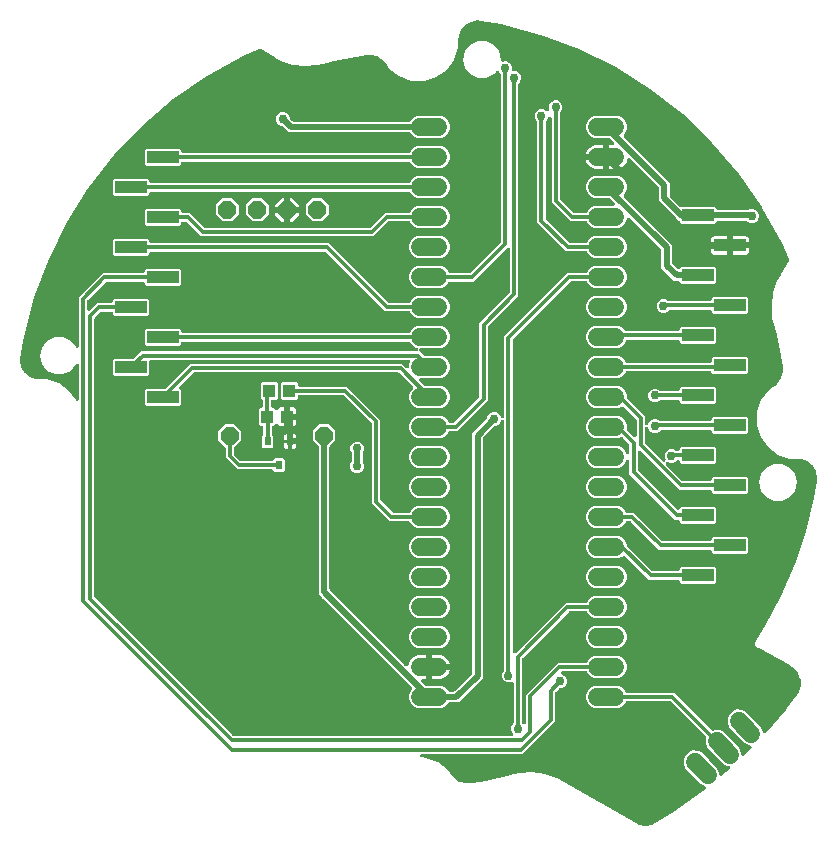
<source format=gbr>
G04 EAGLE Gerber RS-274X export*
G75*
%MOMM*%
%FSLAX34Y34*%
%LPD*%
%INBottom Copper*%
%IPPOS*%
%AMOC8*
5,1,8,0,0,1.08239X$1,22.5*%
G01*
%ADD10P,1.632244X8X22.500000*%
%ADD11R,0.560000X0.730000*%
%ADD12R,1.000000X1.100000*%
%ADD13C,1.524000*%
%ADD14P,1.649562X8X22.500000*%
%ADD15R,2.700000X1.020000*%
%ADD16C,0.300000*%
%ADD17C,0.756400*%
%ADD18C,0.500000*%

G36*
X602117Y65623D02*
X602117Y65623D01*
X602126Y65622D01*
X602150Y65627D01*
X602305Y65644D01*
X607443Y66571D01*
X607534Y66599D01*
X607627Y66617D01*
X607744Y66662D01*
X607774Y66672D01*
X607789Y66680D01*
X607818Y66691D01*
X610188Y67812D01*
X610197Y67819D01*
X610217Y67827D01*
X610245Y67845D01*
X610331Y67890D01*
X624202Y76399D01*
X624224Y76417D01*
X624279Y76450D01*
X650912Y95147D01*
X650937Y95169D01*
X651010Y95222D01*
X652703Y96632D01*
X652720Y96650D01*
X652741Y96665D01*
X652839Y96775D01*
X652941Y96883D01*
X652954Y96904D01*
X652971Y96923D01*
X653041Y97053D01*
X653116Y97181D01*
X653124Y97205D01*
X653136Y97227D01*
X653174Y97370D01*
X653218Y97511D01*
X653219Y97537D01*
X653226Y97561D01*
X653231Y97709D01*
X653241Y97856D01*
X653237Y97881D01*
X653238Y97907D01*
X653209Y98052D01*
X653185Y98197D01*
X653175Y98221D01*
X653170Y98246D01*
X653109Y98380D01*
X653052Y98517D01*
X653037Y98537D01*
X653026Y98560D01*
X652936Y98677D01*
X652849Y98797D01*
X652830Y98813D01*
X652814Y98833D01*
X652700Y98926D01*
X652588Y99023D01*
X652565Y99035D01*
X652546Y99051D01*
X652365Y99148D01*
X648920Y100719D01*
X635916Y114664D01*
X634575Y118249D01*
X634709Y122074D01*
X636296Y125556D01*
X639095Y128167D01*
X642680Y129507D01*
X646505Y129373D01*
X649988Y127786D01*
X662992Y113841D01*
X664332Y110256D01*
X664308Y109549D01*
X664313Y109487D01*
X664308Y109425D01*
X664327Y109315D01*
X664335Y109205D01*
X664355Y109145D01*
X664365Y109084D01*
X664407Y108981D01*
X664442Y108876D01*
X664474Y108822D01*
X664498Y108765D01*
X664563Y108675D01*
X664620Y108580D01*
X664664Y108535D01*
X664700Y108484D01*
X664784Y108412D01*
X664862Y108332D01*
X664915Y108299D01*
X664962Y108258D01*
X665060Y108207D01*
X665154Y108147D01*
X665213Y108127D01*
X665268Y108098D01*
X665376Y108070D01*
X665480Y108034D01*
X665542Y108027D01*
X665603Y108012D01*
X665714Y108009D01*
X665824Y107998D01*
X665886Y108006D01*
X665949Y108005D01*
X666057Y108028D01*
X666167Y108042D01*
X666226Y108064D01*
X666287Y108077D01*
X666387Y108124D01*
X666491Y108163D01*
X666543Y108198D01*
X666599Y108225D01*
X666765Y108345D01*
X673262Y113756D01*
X673363Y113862D01*
X673467Y113964D01*
X673481Y113987D01*
X673500Y114006D01*
X673574Y114132D01*
X673652Y114256D01*
X673661Y114281D01*
X673675Y114305D01*
X673718Y114444D01*
X673766Y114582D01*
X673768Y114609D01*
X673776Y114635D01*
X673786Y114781D01*
X673801Y114926D01*
X673798Y114953D01*
X673800Y114980D01*
X673776Y115124D01*
X673757Y115269D01*
X673748Y115295D01*
X673743Y115321D01*
X673687Y115456D01*
X673636Y115593D01*
X673621Y115615D01*
X673610Y115640D01*
X673525Y115759D01*
X673443Y115880D01*
X673424Y115899D01*
X673408Y115921D01*
X673298Y116016D01*
X673190Y116116D01*
X673167Y116129D01*
X673146Y116147D01*
X673017Y116215D01*
X672890Y116287D01*
X672864Y116295D01*
X672840Y116307D01*
X672698Y116344D01*
X672559Y116385D01*
X672523Y116389D01*
X672505Y116393D01*
X672472Y116394D01*
X672354Y116406D01*
X670979Y116454D01*
X667496Y118041D01*
X654492Y131986D01*
X653152Y135571D01*
X653285Y139396D01*
X653472Y139805D01*
X653506Y139913D01*
X653550Y140018D01*
X653559Y140078D01*
X653578Y140134D01*
X653587Y140247D01*
X653605Y140360D01*
X653601Y140419D01*
X653606Y140479D01*
X653589Y140591D01*
X653581Y140705D01*
X653563Y140762D01*
X653554Y140821D01*
X653512Y140926D01*
X653478Y141035D01*
X653448Y141086D01*
X653425Y141142D01*
X653360Y141235D01*
X653302Y141332D01*
X653245Y141398D01*
X653227Y141425D01*
X653206Y141443D01*
X653168Y141487D01*
X623895Y170760D01*
X623785Y170847D01*
X623680Y170938D01*
X623650Y170954D01*
X623623Y170975D01*
X623497Y171034D01*
X623374Y171099D01*
X623341Y171107D01*
X623310Y171122D01*
X623174Y171150D01*
X623039Y171185D01*
X622994Y171188D01*
X622972Y171193D01*
X622938Y171192D01*
X622834Y171199D01*
X586585Y171199D01*
X586498Y171189D01*
X586411Y171189D01*
X586327Y171169D01*
X586242Y171159D01*
X586159Y171130D01*
X586074Y171110D01*
X585997Y171071D01*
X585917Y171042D01*
X585843Y170994D01*
X585765Y170955D01*
X585699Y170900D01*
X585627Y170853D01*
X585567Y170790D01*
X585499Y170734D01*
X585448Y170665D01*
X585388Y170603D01*
X585344Y170528D01*
X585291Y170457D01*
X585227Y170328D01*
X585213Y170305D01*
X585210Y170293D01*
X585200Y170274D01*
X584776Y169250D01*
X582070Y166544D01*
X578534Y165079D01*
X559466Y165079D01*
X555930Y166544D01*
X553224Y169250D01*
X551759Y172786D01*
X551759Y176614D01*
X553224Y180150D01*
X555930Y182856D01*
X559466Y184321D01*
X578534Y184321D01*
X582070Y182856D01*
X584776Y180150D01*
X585200Y179126D01*
X585243Y179050D01*
X585276Y178969D01*
X585326Y178899D01*
X585368Y178824D01*
X585427Y178760D01*
X585478Y178689D01*
X585543Y178632D01*
X585601Y178569D01*
X585673Y178519D01*
X585740Y178462D01*
X585816Y178422D01*
X585887Y178373D01*
X585968Y178342D01*
X586046Y178301D01*
X586129Y178280D01*
X586209Y178249D01*
X586296Y178237D01*
X586380Y178215D01*
X586524Y178205D01*
X586551Y178201D01*
X586563Y178202D01*
X586585Y178201D01*
X626356Y178201D01*
X658005Y146551D01*
X658053Y146513D01*
X658095Y146468D01*
X658189Y146406D01*
X658276Y146336D01*
X658332Y146310D01*
X658383Y146276D01*
X658488Y146237D01*
X658589Y146189D01*
X658649Y146177D01*
X658707Y146155D01*
X658818Y146141D01*
X658928Y146118D01*
X658989Y146120D01*
X659050Y146112D01*
X659161Y146124D01*
X659273Y146126D01*
X659333Y146142D01*
X659394Y146148D01*
X659590Y146207D01*
X661257Y146830D01*
X665082Y146696D01*
X668564Y145109D01*
X681568Y131164D01*
X682909Y127579D01*
X682868Y126408D01*
X682878Y126284D01*
X682880Y126160D01*
X682892Y126112D01*
X682896Y126063D01*
X682934Y125945D01*
X682964Y125825D01*
X682987Y125781D01*
X683002Y125734D01*
X683066Y125628D01*
X683123Y125518D01*
X683155Y125480D01*
X683180Y125438D01*
X683267Y125349D01*
X683348Y125255D01*
X683388Y125226D01*
X683422Y125191D01*
X683527Y125124D01*
X683627Y125051D01*
X683672Y125032D01*
X683714Y125005D01*
X683831Y124965D01*
X683945Y124916D01*
X683994Y124908D01*
X684040Y124892D01*
X684164Y124879D01*
X684286Y124858D01*
X684335Y124861D01*
X684384Y124856D01*
X684507Y124872D01*
X684631Y124880D01*
X684678Y124894D01*
X684727Y124900D01*
X684844Y124944D01*
X684962Y124980D01*
X685005Y125004D01*
X685051Y125022D01*
X685154Y125091D01*
X685261Y125153D01*
X685314Y125197D01*
X685338Y125214D01*
X685360Y125237D01*
X685417Y125286D01*
X691412Y131180D01*
X691465Y131246D01*
X691525Y131305D01*
X691573Y131380D01*
X691629Y131449D01*
X691665Y131525D01*
X691710Y131597D01*
X691740Y131681D01*
X691778Y131761D01*
X691796Y131843D01*
X691824Y131923D01*
X691833Y132011D01*
X691852Y132098D01*
X691851Y132183D01*
X691860Y132267D01*
X691848Y132355D01*
X691847Y132444D01*
X691826Y132526D01*
X691816Y132610D01*
X691784Y132693D01*
X691763Y132779D01*
X691724Y132854D01*
X691694Y132934D01*
X691645Y133008D01*
X691604Y133086D01*
X691549Y133151D01*
X691502Y133221D01*
X691437Y133281D01*
X691379Y133349D01*
X691311Y133399D01*
X691249Y133457D01*
X691172Y133501D01*
X691100Y133553D01*
X691022Y133586D01*
X690948Y133628D01*
X690863Y133653D01*
X690781Y133688D01*
X690698Y133702D01*
X690617Y133726D01*
X690465Y133742D01*
X690441Y133746D01*
X690431Y133745D01*
X690413Y133747D01*
X689555Y133777D01*
X686072Y135364D01*
X673068Y149309D01*
X671728Y152894D01*
X671862Y156719D01*
X673449Y160202D01*
X676248Y162812D01*
X679833Y164153D01*
X683658Y164019D01*
X687141Y162432D01*
X700145Y148487D01*
X701496Y144873D01*
X701525Y144815D01*
X701546Y144754D01*
X701604Y144662D01*
X701653Y144565D01*
X701695Y144516D01*
X701730Y144461D01*
X701807Y144384D01*
X701877Y144302D01*
X701930Y144263D01*
X701976Y144218D01*
X702068Y144161D01*
X702156Y144097D01*
X702215Y144071D01*
X702271Y144037D01*
X702374Y144003D01*
X702474Y143961D01*
X702537Y143950D01*
X702599Y143929D01*
X702707Y143920D01*
X702814Y143901D01*
X702879Y143905D01*
X702944Y143899D01*
X703051Y143915D01*
X703159Y143921D01*
X703222Y143940D01*
X703286Y143949D01*
X703387Y143989D01*
X703491Y144020D01*
X703547Y144052D01*
X703607Y144076D01*
X703697Y144138D01*
X703791Y144192D01*
X703838Y144236D01*
X703891Y144273D01*
X704036Y144419D01*
X720641Y163681D01*
X720657Y163704D01*
X720699Y163753D01*
X721773Y165167D01*
X721774Y165167D01*
X729746Y175661D01*
X729746Y175662D01*
X730544Y176711D01*
X730560Y176739D01*
X730615Y176817D01*
X730624Y176829D01*
X730627Y176834D01*
X730632Y176841D01*
X731930Y178981D01*
X731965Y179059D01*
X732010Y179132D01*
X732063Y179271D01*
X732074Y179295D01*
X732076Y179306D01*
X732083Y179324D01*
X733527Y184099D01*
X733554Y184245D01*
X733585Y184390D01*
X733586Y184422D01*
X733589Y184439D01*
X733587Y184471D01*
X733590Y184595D01*
X733384Y189580D01*
X733361Y189726D01*
X733342Y189873D01*
X733332Y189904D01*
X733330Y189921D01*
X733318Y189951D01*
X733280Y190069D01*
X731445Y194708D01*
X731375Y194839D01*
X731309Y194972D01*
X731290Y194997D01*
X731281Y195012D01*
X731260Y195036D01*
X731186Y195136D01*
X727927Y198913D01*
X727864Y198971D01*
X727807Y199036D01*
X727692Y199129D01*
X727672Y199147D01*
X727663Y199152D01*
X727647Y199164D01*
X726565Y199916D01*
X726560Y199919D01*
X726555Y199923D01*
X726406Y200002D01*
X726261Y200079D01*
X726255Y200081D01*
X726249Y200084D01*
X726085Y200126D01*
X725927Y200169D01*
X725921Y200169D01*
X725914Y200170D01*
X725797Y200178D01*
X725221Y200754D01*
X725147Y200812D01*
X725081Y200878D01*
X724975Y200949D01*
X724950Y200969D01*
X724935Y200976D01*
X724910Y200992D01*
X724207Y201398D01*
X724207Y201399D01*
X698166Y216433D01*
X698077Y216472D01*
X697993Y216519D01*
X697919Y216540D01*
X697848Y216571D01*
X697754Y216588D01*
X697689Y216606D01*
X696448Y217422D01*
X696424Y217434D01*
X696374Y217468D01*
X695121Y218191D01*
X694829Y219608D01*
X694820Y219634D01*
X694809Y219692D01*
X694434Y221089D01*
X695229Y222298D01*
X695241Y222322D01*
X695275Y222372D01*
X696048Y223712D01*
X696122Y223795D01*
X696204Y223872D01*
X696256Y223944D01*
X696278Y223968D01*
X696291Y223992D01*
X696324Y224038D01*
X703042Y234747D01*
X703055Y234773D01*
X703091Y234830D01*
X716912Y260362D01*
X716925Y260393D01*
X716968Y260477D01*
X728561Y287095D01*
X728570Y287127D01*
X728607Y287214D01*
X737886Y314724D01*
X737893Y314757D01*
X737922Y314847D01*
X744820Y343048D01*
X744823Y343077D01*
X744839Y343142D01*
X747379Y357438D01*
X747381Y357468D01*
X747399Y357598D01*
X747574Y360168D01*
X747570Y360259D01*
X747575Y360350D01*
X747559Y360483D01*
X747558Y360513D01*
X747554Y360527D01*
X747550Y360554D01*
X746578Y365594D01*
X746531Y365743D01*
X746488Y365892D01*
X746478Y365912D01*
X746474Y365924D01*
X746459Y365948D01*
X746395Y366075D01*
X743775Y370489D01*
X743681Y370614D01*
X743589Y370739D01*
X743573Y370755D01*
X743566Y370764D01*
X743544Y370782D01*
X743441Y370880D01*
X739482Y374148D01*
X739431Y374181D01*
X739404Y374204D01*
X739357Y374229D01*
X739352Y374233D01*
X739223Y374320D01*
X739202Y374329D01*
X739192Y374336D01*
X739165Y374345D01*
X739035Y374403D01*
X734204Y376139D01*
X734115Y376160D01*
X734029Y376190D01*
X733897Y376211D01*
X733868Y376218D01*
X733853Y376218D01*
X733826Y376222D01*
X731260Y376444D01*
X731226Y376443D01*
X731131Y376449D01*
X724609Y376449D01*
X714371Y379826D01*
X705706Y386241D01*
X699486Y395047D01*
X696338Y405358D01*
X696578Y416136D01*
X700182Y426297D01*
X706788Y434817D01*
X710318Y437195D01*
X711259Y437828D01*
X711284Y437850D01*
X711371Y437912D01*
X713526Y439675D01*
X713600Y439752D01*
X713681Y439822D01*
X713743Y439900D01*
X713766Y439924D01*
X713778Y439944D01*
X713809Y439983D01*
X716963Y444543D01*
X716965Y444547D01*
X716967Y444549D01*
X717046Y444699D01*
X717126Y444848D01*
X717127Y444852D01*
X717128Y444855D01*
X717189Y445051D01*
X718464Y450448D01*
X718476Y450554D01*
X718498Y450659D01*
X718500Y450758D01*
X718504Y450791D01*
X718501Y450815D01*
X718502Y450864D01*
X718369Y453645D01*
X718365Y453672D01*
X718363Y453731D01*
X718357Y453755D01*
X718353Y453808D01*
X716893Y463077D01*
X716887Y463099D01*
X716881Y463144D01*
X713123Y481531D01*
X713116Y481552D01*
X713108Y481597D01*
X710813Y490697D01*
X710810Y490704D01*
X710808Y490719D01*
X709440Y495815D01*
X708747Y506346D01*
X710122Y516809D01*
X713514Y526803D01*
X715106Y529561D01*
X715106Y529562D01*
X716566Y532089D01*
X716566Y532090D01*
X717198Y533184D01*
X723386Y543902D01*
X723421Y543983D01*
X723466Y544061D01*
X723490Y544142D01*
X723523Y544219D01*
X723539Y544307D01*
X723564Y544392D01*
X723569Y544476D01*
X723584Y544559D01*
X723579Y544648D01*
X723584Y544737D01*
X723570Y544820D01*
X723565Y544905D01*
X723540Y544990D01*
X723525Y545078D01*
X723476Y545209D01*
X723468Y545236D01*
X723461Y545248D01*
X723453Y545270D01*
X717342Y558755D01*
X717326Y558783D01*
X717291Y558857D01*
X700684Y589135D01*
X700665Y589162D01*
X700604Y589265D01*
X681010Y617701D01*
X680989Y617726D01*
X680918Y617822D01*
X658540Y644124D01*
X658516Y644146D01*
X658436Y644235D01*
X633505Y668131D01*
X633479Y668151D01*
X633390Y668231D01*
X606164Y689474D01*
X606136Y689491D01*
X606040Y689562D01*
X576799Y707933D01*
X576770Y707947D01*
X576666Y708008D01*
X545712Y723318D01*
X545682Y723329D01*
X545573Y723379D01*
X513225Y735470D01*
X513194Y735478D01*
X513080Y735516D01*
X479673Y744263D01*
X479641Y744268D01*
X479562Y744288D01*
X462568Y747378D01*
X462539Y747380D01*
X462534Y747380D01*
X462505Y747388D01*
X462453Y747392D01*
X462402Y747399D01*
X459832Y747574D01*
X459741Y747570D01*
X459650Y747575D01*
X459517Y747559D01*
X459487Y747558D01*
X459473Y747554D01*
X459446Y747550D01*
X454406Y746578D01*
X454257Y746531D01*
X454108Y746488D01*
X454088Y746478D01*
X454076Y746474D01*
X454052Y746459D01*
X453925Y746395D01*
X449511Y743775D01*
X449386Y743681D01*
X449261Y743589D01*
X449245Y743573D01*
X449236Y743566D01*
X449218Y743544D01*
X449120Y743441D01*
X445852Y739482D01*
X445767Y739351D01*
X445680Y739223D01*
X445671Y739202D01*
X445664Y739192D01*
X445655Y739165D01*
X445597Y739035D01*
X443861Y734204D01*
X443840Y734115D01*
X443810Y734029D01*
X443789Y733897D01*
X443782Y733868D01*
X443782Y733853D01*
X443778Y733826D01*
X443556Y731260D01*
X443557Y731226D01*
X443551Y731131D01*
X443551Y724609D01*
X440174Y714371D01*
X433759Y705706D01*
X424953Y699486D01*
X414642Y696338D01*
X403864Y696578D01*
X393703Y700182D01*
X385183Y706788D01*
X382172Y711259D01*
X382150Y711284D01*
X382088Y711371D01*
X380325Y713526D01*
X380248Y713600D01*
X380178Y713681D01*
X380100Y713743D01*
X380076Y713766D01*
X380056Y713778D01*
X380017Y713809D01*
X375457Y716963D01*
X375453Y716965D01*
X375451Y716967D01*
X375301Y717046D01*
X375152Y717126D01*
X375148Y717127D01*
X375145Y717128D01*
X374949Y717189D01*
X369552Y718464D01*
X369446Y718476D01*
X369341Y718498D01*
X369242Y718500D01*
X369209Y718504D01*
X369185Y718501D01*
X369136Y718502D01*
X366355Y718369D01*
X366325Y718364D01*
X366193Y718353D01*
X356923Y716893D01*
X356901Y716887D01*
X356856Y716881D01*
X338469Y713123D01*
X338448Y713116D01*
X338403Y713108D01*
X329303Y710813D01*
X329296Y710810D01*
X329281Y710808D01*
X324185Y709440D01*
X313654Y708747D01*
X303191Y710122D01*
X293197Y713514D01*
X290439Y715106D01*
X288196Y716401D01*
X286816Y717198D01*
X276098Y723386D01*
X276017Y723421D01*
X275939Y723466D01*
X275858Y723490D01*
X275781Y723523D01*
X275693Y723539D01*
X275608Y723564D01*
X275524Y723569D01*
X275441Y723584D01*
X275352Y723579D01*
X275263Y723584D01*
X275180Y723570D01*
X275095Y723565D01*
X275010Y723540D01*
X274922Y723525D01*
X274791Y723476D01*
X274764Y723468D01*
X274752Y723461D01*
X274730Y723453D01*
X261245Y717342D01*
X261217Y717326D01*
X261143Y717291D01*
X230865Y700684D01*
X230838Y700665D01*
X230735Y700604D01*
X202299Y681010D01*
X202274Y680989D01*
X202178Y680918D01*
X175876Y658540D01*
X175854Y658516D01*
X175765Y658436D01*
X151869Y633505D01*
X151849Y633479D01*
X151769Y633390D01*
X130526Y606164D01*
X130509Y606136D01*
X130438Y606040D01*
X112067Y576799D01*
X112053Y576770D01*
X111992Y576666D01*
X96682Y545712D01*
X96671Y545682D01*
X96621Y545573D01*
X84530Y513225D01*
X84522Y513194D01*
X84484Y513080D01*
X75737Y479673D01*
X75732Y479641D01*
X75712Y479562D01*
X74917Y475190D01*
X74917Y475189D01*
X74372Y472191D01*
X73009Y464695D01*
X72622Y462568D01*
X72620Y462539D01*
X72620Y462534D01*
X72612Y462505D01*
X72608Y462453D01*
X72601Y462402D01*
X72426Y459832D01*
X72430Y459741D01*
X72425Y459650D01*
X72441Y459517D01*
X72442Y459487D01*
X72446Y459473D01*
X72450Y459446D01*
X73422Y454406D01*
X73469Y454257D01*
X73512Y454108D01*
X73522Y454088D01*
X73526Y454076D01*
X73541Y454052D01*
X73605Y453925D01*
X76225Y449511D01*
X76319Y449387D01*
X76411Y449261D01*
X76427Y449245D01*
X76434Y449236D01*
X76456Y449218D01*
X76559Y449120D01*
X80518Y445852D01*
X80648Y445767D01*
X80777Y445680D01*
X80798Y445671D01*
X80808Y445664D01*
X80835Y445655D01*
X80965Y445597D01*
X85796Y443861D01*
X85885Y443840D01*
X85971Y443810D01*
X86103Y443789D01*
X86132Y443782D01*
X86147Y443782D01*
X86174Y443778D01*
X88740Y443556D01*
X88774Y443557D01*
X88869Y443551D01*
X95391Y443551D01*
X105629Y440174D01*
X114294Y433759D01*
X119767Y426012D01*
X119806Y425968D01*
X119838Y425918D01*
X119921Y425839D01*
X119997Y425754D01*
X120046Y425720D01*
X120088Y425680D01*
X120187Y425622D01*
X120281Y425556D01*
X120336Y425534D01*
X120386Y425505D01*
X120496Y425471D01*
X120602Y425429D01*
X120660Y425420D01*
X120717Y425403D01*
X120831Y425395D01*
X120944Y425378D01*
X121003Y425383D01*
X121062Y425379D01*
X121175Y425397D01*
X121289Y425407D01*
X121345Y425425D01*
X121403Y425435D01*
X121508Y425479D01*
X121617Y425514D01*
X121668Y425545D01*
X121722Y425568D01*
X121815Y425635D01*
X121913Y425694D01*
X121955Y425735D01*
X122003Y425770D01*
X122078Y425856D01*
X122159Y425937D01*
X122190Y425986D01*
X122229Y426031D01*
X122282Y426132D01*
X122343Y426229D01*
X122363Y426285D01*
X122390Y426337D01*
X122419Y426448D01*
X122456Y426556D01*
X122462Y426615D01*
X122476Y426672D01*
X122490Y426877D01*
X122490Y455397D01*
X122489Y455412D01*
X122490Y455427D01*
X122469Y455583D01*
X122450Y455740D01*
X122445Y455754D01*
X122443Y455769D01*
X122387Y455916D01*
X122333Y456065D01*
X122325Y456078D01*
X122319Y456092D01*
X122230Y456223D01*
X122144Y456355D01*
X122133Y456365D01*
X122125Y456378D01*
X122008Y456485D01*
X121894Y456593D01*
X121881Y456601D01*
X121870Y456611D01*
X121731Y456689D01*
X121596Y456768D01*
X121581Y456773D01*
X121568Y456780D01*
X121417Y456824D01*
X121265Y456870D01*
X121250Y456872D01*
X121236Y456876D01*
X121079Y456883D01*
X120921Y456894D01*
X120905Y456892D01*
X120890Y456892D01*
X120735Y456864D01*
X120579Y456838D01*
X120565Y456832D01*
X120550Y456830D01*
X120405Y456766D01*
X120260Y456705D01*
X120248Y456697D01*
X120234Y456690D01*
X120108Y456595D01*
X119980Y456503D01*
X119970Y456492D01*
X119958Y456483D01*
X119819Y456331D01*
X115678Y451138D01*
X109257Y448047D01*
X102131Y448047D01*
X95711Y451138D01*
X91268Y456710D01*
X89682Y463657D01*
X91268Y470605D01*
X95711Y476176D01*
X102131Y479268D01*
X109257Y479268D01*
X115678Y476176D01*
X119819Y470983D01*
X119830Y470973D01*
X119838Y470960D01*
X119952Y470851D01*
X120064Y470740D01*
X120077Y470732D01*
X120088Y470721D01*
X120224Y470641D01*
X120359Y470559D01*
X120373Y470554D01*
X120386Y470546D01*
X120537Y470500D01*
X120687Y470450D01*
X120702Y470449D01*
X120717Y470444D01*
X120874Y470433D01*
X121031Y470419D01*
X121047Y470422D01*
X121062Y470420D01*
X121217Y470446D01*
X121374Y470468D01*
X121388Y470474D01*
X121403Y470476D01*
X121548Y470537D01*
X121696Y470595D01*
X121708Y470603D01*
X121722Y470609D01*
X121850Y470701D01*
X121980Y470791D01*
X121990Y470803D01*
X122003Y470811D01*
X122106Y470930D01*
X122212Y471048D01*
X122219Y471061D01*
X122229Y471073D01*
X122303Y471212D01*
X122379Y471350D01*
X122383Y471365D01*
X122390Y471379D01*
X122429Y471532D01*
X122472Y471683D01*
X122473Y471699D01*
X122476Y471713D01*
X122490Y471918D01*
X122490Y513441D01*
X142550Y533501D01*
X176500Y533501D01*
X176535Y533505D01*
X176571Y533502D01*
X176707Y533525D01*
X176843Y533541D01*
X176877Y533553D01*
X176912Y533558D01*
X177039Y533611D01*
X177169Y533658D01*
X177198Y533677D01*
X177231Y533691D01*
X177343Y533772D01*
X177458Y533847D01*
X177483Y533873D01*
X177511Y533893D01*
X177602Y533997D01*
X177697Y534097D01*
X177715Y534128D01*
X177738Y534154D01*
X177802Y534277D01*
X177872Y534395D01*
X177882Y534429D01*
X177899Y534461D01*
X177933Y534594D01*
X177974Y534726D01*
X177976Y534761D01*
X177985Y534795D01*
X177999Y535000D01*
X177999Y535929D01*
X179171Y537101D01*
X207829Y537101D01*
X209001Y535929D01*
X209001Y524071D01*
X207829Y522899D01*
X179171Y522899D01*
X177999Y524071D01*
X177999Y525000D01*
X177995Y525035D01*
X177998Y525071D01*
X177975Y525207D01*
X177959Y525343D01*
X177947Y525377D01*
X177942Y525412D01*
X177889Y525539D01*
X177842Y525669D01*
X177823Y525698D01*
X177809Y525731D01*
X177728Y525843D01*
X177653Y525958D01*
X177627Y525983D01*
X177607Y526011D01*
X177503Y526102D01*
X177403Y526197D01*
X177372Y526215D01*
X177346Y526238D01*
X177223Y526302D01*
X177105Y526372D01*
X177071Y526382D01*
X177039Y526399D01*
X176906Y526433D01*
X176774Y526474D01*
X176739Y526476D01*
X176705Y526485D01*
X176500Y526499D01*
X146071Y526499D01*
X145933Y526483D01*
X145794Y526473D01*
X145761Y526463D01*
X145728Y526459D01*
X145597Y526412D01*
X145463Y526371D01*
X145434Y526353D01*
X145402Y526342D01*
X145286Y526266D01*
X145166Y526195D01*
X145132Y526165D01*
X145113Y526153D01*
X145090Y526129D01*
X145011Y526060D01*
X129931Y510980D01*
X129845Y510871D01*
X129753Y510766D01*
X129737Y510736D01*
X129716Y510709D01*
X129657Y510583D01*
X129592Y510459D01*
X129584Y510427D01*
X129569Y510396D01*
X129541Y510260D01*
X129506Y510125D01*
X129503Y510080D01*
X129498Y510058D01*
X129499Y510024D01*
X129492Y509920D01*
X129492Y503062D01*
X129504Y502959D01*
X129506Y502854D01*
X129524Y502787D01*
X129532Y502719D01*
X129567Y502621D01*
X129593Y502520D01*
X129626Y502459D01*
X129649Y502393D01*
X129706Y502306D01*
X129755Y502214D01*
X129800Y502162D01*
X129838Y502104D01*
X129913Y502032D01*
X129982Y501953D01*
X130038Y501913D01*
X130088Y501865D01*
X130178Y501812D01*
X130263Y501752D01*
X130327Y501725D01*
X130386Y501690D01*
X130486Y501659D01*
X130582Y501620D01*
X130651Y501609D01*
X130717Y501588D01*
X130821Y501581D01*
X130924Y501564D01*
X130993Y501569D01*
X131062Y501565D01*
X131164Y501581D01*
X131269Y501589D01*
X131335Y501609D01*
X131403Y501621D01*
X131499Y501660D01*
X131599Y501692D01*
X131658Y501727D01*
X131722Y501753D01*
X131807Y501814D01*
X131897Y501867D01*
X131975Y501936D01*
X132003Y501955D01*
X132017Y501972D01*
X132051Y502002D01*
X138150Y508101D01*
X149500Y508101D01*
X149535Y508105D01*
X149571Y508102D01*
X149707Y508125D01*
X149843Y508141D01*
X149877Y508153D01*
X149912Y508158D01*
X150039Y508211D01*
X150169Y508258D01*
X150198Y508277D01*
X150231Y508291D01*
X150343Y508372D01*
X150458Y508447D01*
X150483Y508473D01*
X150511Y508493D01*
X150602Y508597D01*
X150697Y508697D01*
X150715Y508728D01*
X150738Y508754D01*
X150802Y508877D01*
X150872Y508995D01*
X150882Y509029D01*
X150899Y509061D01*
X150933Y509194D01*
X150974Y509326D01*
X150976Y509361D01*
X150985Y509395D01*
X150999Y509600D01*
X150999Y510529D01*
X152171Y511701D01*
X180829Y511701D01*
X182001Y510529D01*
X182001Y498671D01*
X180829Y497499D01*
X152171Y497499D01*
X150999Y498671D01*
X150999Y499600D01*
X150995Y499635D01*
X150998Y499671D01*
X150975Y499807D01*
X150959Y499943D01*
X150947Y499977D01*
X150942Y500012D01*
X150889Y500139D01*
X150842Y500269D01*
X150823Y500298D01*
X150809Y500331D01*
X150728Y500443D01*
X150653Y500558D01*
X150627Y500583D01*
X150607Y500611D01*
X150503Y500702D01*
X150403Y500797D01*
X150372Y500815D01*
X150346Y500838D01*
X150223Y500902D01*
X150105Y500972D01*
X150071Y500982D01*
X150039Y500999D01*
X149906Y501033D01*
X149774Y501074D01*
X149739Y501076D01*
X149705Y501085D01*
X149500Y501099D01*
X141671Y501099D01*
X141533Y501083D01*
X141394Y501073D01*
X141361Y501063D01*
X141328Y501059D01*
X141197Y501012D01*
X141063Y500971D01*
X141034Y500953D01*
X141002Y500942D01*
X140886Y500866D01*
X140766Y500795D01*
X140732Y500765D01*
X140713Y500753D01*
X140690Y500729D01*
X140611Y500660D01*
X135940Y495989D01*
X135853Y495880D01*
X135762Y495774D01*
X135746Y495744D01*
X135725Y495718D01*
X135666Y495592D01*
X135601Y495468D01*
X135593Y495436D01*
X135578Y495405D01*
X135550Y495269D01*
X135515Y495134D01*
X135512Y495088D01*
X135507Y495067D01*
X135508Y495033D01*
X135501Y494929D01*
X135501Y260071D01*
X135517Y259933D01*
X135527Y259794D01*
X135537Y259761D01*
X135541Y259728D01*
X135588Y259597D01*
X135629Y259463D01*
X135647Y259434D01*
X135658Y259402D01*
X135734Y259286D01*
X135805Y259166D01*
X135835Y259132D01*
X135847Y259113D01*
X135871Y259090D01*
X135940Y259011D01*
X253011Y141940D01*
X253120Y141853D01*
X253226Y141762D01*
X253256Y141746D01*
X253282Y141725D01*
X253408Y141666D01*
X253532Y141601D01*
X253564Y141593D01*
X253595Y141578D01*
X253731Y141550D01*
X253866Y141515D01*
X253912Y141512D01*
X253933Y141507D01*
X253967Y141508D01*
X254071Y141501D01*
X488702Y141501D01*
X488805Y141513D01*
X488910Y141515D01*
X488977Y141533D01*
X489045Y141541D01*
X489143Y141576D01*
X489244Y141602D01*
X489305Y141635D01*
X489370Y141658D01*
X489458Y141715D01*
X489550Y141764D01*
X489602Y141809D01*
X489660Y141847D01*
X489732Y141922D01*
X489811Y141991D01*
X489851Y142047D01*
X489899Y142097D01*
X489951Y142187D01*
X490012Y142272D01*
X490039Y142336D01*
X490074Y142395D01*
X490104Y142495D01*
X490144Y142591D01*
X490155Y142660D01*
X490176Y142726D01*
X490183Y142830D01*
X490200Y142933D01*
X490195Y143002D01*
X490199Y143071D01*
X490182Y143173D01*
X490175Y143278D01*
X490155Y143344D01*
X490143Y143412D01*
X490103Y143508D01*
X490072Y143608D01*
X490037Y143667D01*
X490011Y143731D01*
X489950Y143816D01*
X489897Y143905D01*
X489828Y143984D01*
X489808Y144011D01*
X489792Y144026D01*
X489762Y144060D01*
X489098Y144724D01*
X488217Y146850D01*
X488217Y149150D01*
X489098Y151276D01*
X490060Y152238D01*
X490147Y152347D01*
X490238Y152453D01*
X490254Y152483D01*
X490275Y152509D01*
X490334Y152635D01*
X490399Y152759D01*
X490407Y152792D01*
X490422Y152822D01*
X490450Y152958D01*
X490485Y153094D01*
X490488Y153139D01*
X490493Y153161D01*
X490492Y153194D01*
X490499Y153298D01*
X490499Y186179D01*
X490481Y186334D01*
X490467Y186489D01*
X490461Y186505D01*
X490459Y186522D01*
X490406Y186669D01*
X490357Y186817D01*
X490348Y186831D01*
X490342Y186847D01*
X490256Y186979D01*
X490174Y187111D01*
X490162Y187123D01*
X490153Y187137D01*
X490040Y187245D01*
X489930Y187355D01*
X489915Y187364D01*
X489903Y187376D01*
X489768Y187455D01*
X489635Y187537D01*
X489619Y187542D01*
X489605Y187551D01*
X489456Y187597D01*
X489307Y187646D01*
X489291Y187648D01*
X489274Y187653D01*
X489118Y187663D01*
X488963Y187677D01*
X488946Y187675D01*
X488929Y187676D01*
X488775Y187651D01*
X488621Y187629D01*
X488600Y187622D01*
X488588Y187620D01*
X488563Y187610D01*
X488426Y187564D01*
X487150Y187035D01*
X484850Y187035D01*
X482724Y187916D01*
X481098Y189542D01*
X480217Y191668D01*
X480217Y193968D01*
X481098Y196094D01*
X482060Y197056D01*
X482147Y197165D01*
X482238Y197271D01*
X482254Y197301D01*
X482275Y197327D01*
X482334Y197453D01*
X482399Y197577D01*
X482407Y197610D01*
X482422Y197640D01*
X482450Y197776D01*
X482485Y197912D01*
X482488Y197957D01*
X482493Y197979D01*
X482492Y198012D01*
X482499Y198116D01*
X482499Y407871D01*
X482493Y407923D01*
X482496Y407975D01*
X482473Y408094D01*
X482459Y408214D01*
X482442Y408264D01*
X482432Y408315D01*
X482383Y408426D01*
X482342Y408539D01*
X482313Y408583D01*
X482292Y408631D01*
X482219Y408728D01*
X482153Y408829D01*
X482115Y408865D01*
X482084Y408907D01*
X481991Y408984D01*
X481903Y409068D01*
X481858Y409094D01*
X481818Y409128D01*
X481709Y409181D01*
X481605Y409243D01*
X481555Y409258D01*
X481508Y409281D01*
X481390Y409309D01*
X481274Y409345D01*
X481222Y409348D01*
X481171Y409360D01*
X481050Y409360D01*
X480929Y409368D01*
X480878Y409360D01*
X480826Y409360D01*
X480708Y409332D01*
X480588Y409312D01*
X480540Y409292D01*
X480489Y409280D01*
X480381Y409226D01*
X480269Y409180D01*
X480227Y409149D01*
X480180Y409126D01*
X480087Y409048D01*
X479989Y408978D01*
X479954Y408938D01*
X479914Y408905D01*
X479841Y408808D01*
X479762Y408716D01*
X479738Y408670D01*
X479706Y408628D01*
X479615Y408445D01*
X478902Y406724D01*
X477276Y405098D01*
X475130Y404209D01*
X475065Y404201D01*
X474926Y404191D01*
X474893Y404181D01*
X474860Y404177D01*
X474729Y404130D01*
X474596Y404089D01*
X474566Y404071D01*
X474535Y404060D01*
X474418Y403984D01*
X474298Y403913D01*
X474264Y403883D01*
X474245Y403871D01*
X474222Y403847D01*
X474143Y403778D01*
X464940Y394575D01*
X464853Y394466D01*
X464762Y394360D01*
X464746Y394330D01*
X464725Y394304D01*
X464666Y394178D01*
X464601Y394054D01*
X464593Y394021D01*
X464578Y393991D01*
X464550Y393855D01*
X464515Y393719D01*
X464512Y393674D01*
X464507Y393652D01*
X464508Y393619D01*
X464501Y393515D01*
X464501Y190954D01*
X443746Y170199D01*
X436171Y170199D01*
X436084Y170189D01*
X435996Y170189D01*
X435913Y170169D01*
X435827Y170159D01*
X435745Y170130D01*
X435660Y170110D01*
X435583Y170071D01*
X435502Y170042D01*
X435429Y169994D01*
X435351Y169955D01*
X435285Y169900D01*
X435213Y169853D01*
X435152Y169790D01*
X435085Y169734D01*
X435033Y169665D01*
X434974Y169603D01*
X434930Y169527D01*
X434877Y169457D01*
X434813Y169329D01*
X434799Y169305D01*
X434796Y169293D01*
X434786Y169274D01*
X434776Y169250D01*
X432070Y166544D01*
X428534Y165079D01*
X409466Y165079D01*
X405930Y166544D01*
X403224Y169250D01*
X401759Y172786D01*
X401759Y176614D01*
X403224Y180150D01*
X404144Y181070D01*
X404167Y181098D01*
X404193Y181121D01*
X404274Y181233D01*
X404359Y181341D01*
X404374Y181373D01*
X404395Y181402D01*
X404448Y181530D01*
X404506Y181654D01*
X404513Y181689D01*
X404527Y181722D01*
X404549Y181858D01*
X404577Y181993D01*
X404576Y182028D01*
X404582Y182063D01*
X404572Y182201D01*
X404569Y182338D01*
X404560Y182373D01*
X404558Y182408D01*
X404517Y182539D01*
X404482Y182673D01*
X404465Y182704D01*
X404455Y182738D01*
X404385Y182857D01*
X404321Y182979D01*
X404297Y183005D01*
X404279Y183036D01*
X404144Y183191D01*
X328575Y258760D01*
X325499Y261836D01*
X325499Y386387D01*
X325483Y386525D01*
X325473Y386665D01*
X325463Y386697D01*
X325459Y386731D01*
X325412Y386861D01*
X325371Y386995D01*
X325353Y387024D01*
X325342Y387056D01*
X325266Y387172D01*
X325195Y387293D01*
X325165Y387327D01*
X325153Y387345D01*
X325129Y387369D01*
X325060Y387447D01*
X320459Y392048D01*
X320459Y399952D01*
X326048Y405541D01*
X333952Y405541D01*
X339541Y399952D01*
X339541Y392048D01*
X334940Y387447D01*
X334853Y387338D01*
X334762Y387233D01*
X334746Y387203D01*
X334725Y387176D01*
X334666Y387050D01*
X334601Y386927D01*
X334593Y386894D01*
X334578Y386863D01*
X334550Y386727D01*
X334515Y386592D01*
X334512Y386547D01*
X334507Y386525D01*
X334508Y386491D01*
X334501Y386387D01*
X334501Y266185D01*
X334517Y266047D01*
X334527Y265908D01*
X334537Y265875D01*
X334541Y265842D01*
X334588Y265711D01*
X334629Y265578D01*
X334647Y265548D01*
X334658Y265517D01*
X334734Y265400D01*
X334805Y265280D01*
X334835Y265246D01*
X334847Y265227D01*
X334871Y265204D01*
X334940Y265125D01*
X398858Y201207D01*
X398983Y201108D01*
X399106Y201007D01*
X399118Y201001D01*
X399129Y200993D01*
X399274Y200925D01*
X399416Y200854D01*
X399430Y200851D01*
X399442Y200846D01*
X399599Y200813D01*
X399753Y200777D01*
X399767Y200777D01*
X399780Y200774D01*
X399940Y200778D01*
X400099Y200779D01*
X400112Y200782D01*
X400126Y200783D01*
X400281Y200823D01*
X400435Y200860D01*
X400447Y200866D01*
X400460Y200870D01*
X400601Y200944D01*
X400744Y201016D01*
X400754Y201025D01*
X400766Y201031D01*
X400886Y201135D01*
X401009Y201239D01*
X401017Y201249D01*
X401027Y201258D01*
X401120Y201388D01*
X401215Y201516D01*
X401221Y201528D01*
X401228Y201539D01*
X401290Y201687D01*
X401353Y201833D01*
X401357Y201850D01*
X401360Y201859D01*
X401364Y201883D01*
X401399Y202033D01*
X401469Y202479D01*
X401964Y204000D01*
X402690Y205425D01*
X403630Y206719D01*
X404761Y207850D01*
X406055Y208790D01*
X407480Y209516D01*
X409001Y210011D01*
X410580Y210261D01*
X416461Y210261D01*
X416461Y201140D01*
X416465Y201105D01*
X416462Y201070D01*
X416485Y200934D01*
X416501Y200797D01*
X416513Y200763D01*
X416518Y200728D01*
X416571Y200601D01*
X416618Y200472D01*
X416637Y200442D01*
X416651Y200409D01*
X416732Y200297D01*
X416807Y200182D01*
X416833Y200158D01*
X416853Y200129D01*
X416889Y200098D01*
X416858Y200062D01*
X416763Y199963D01*
X416745Y199932D01*
X416722Y199905D01*
X416658Y199783D01*
X416588Y199665D01*
X416578Y199631D01*
X416561Y199599D01*
X416527Y199466D01*
X416486Y199334D01*
X416484Y199299D01*
X416475Y199264D01*
X416461Y199060D01*
X416461Y189939D01*
X413745Y189939D01*
X413642Y189927D01*
X413537Y189925D01*
X413470Y189907D01*
X413402Y189899D01*
X413304Y189864D01*
X413203Y189838D01*
X413142Y189805D01*
X413077Y189782D01*
X412989Y189725D01*
X412897Y189676D01*
X412845Y189631D01*
X412787Y189593D01*
X412715Y189518D01*
X412636Y189449D01*
X412596Y189393D01*
X412548Y189343D01*
X412496Y189253D01*
X412435Y189168D01*
X412408Y189104D01*
X412373Y189045D01*
X412343Y188945D01*
X412303Y188849D01*
X412292Y188780D01*
X412271Y188714D01*
X412264Y188610D01*
X412247Y188507D01*
X412252Y188438D01*
X412248Y188369D01*
X412265Y188267D01*
X412272Y188162D01*
X412292Y188096D01*
X412304Y188028D01*
X412344Y187932D01*
X412375Y187832D01*
X412410Y187773D01*
X412436Y187709D01*
X412497Y187624D01*
X412550Y187535D01*
X412619Y187456D01*
X412639Y187429D01*
X412655Y187414D01*
X412685Y187380D01*
X415305Y184760D01*
X415414Y184673D01*
X415520Y184582D01*
X415550Y184566D01*
X415576Y184545D01*
X415702Y184486D01*
X415826Y184421D01*
X415859Y184413D01*
X415889Y184398D01*
X416025Y184370D01*
X416161Y184335D01*
X416206Y184332D01*
X416228Y184327D01*
X416261Y184328D01*
X416365Y184321D01*
X428534Y184321D01*
X432070Y182856D01*
X434776Y180150D01*
X434786Y180126D01*
X434828Y180050D01*
X434862Y179969D01*
X434912Y179899D01*
X434954Y179824D01*
X435013Y179760D01*
X435064Y179689D01*
X435129Y179632D01*
X435187Y179569D01*
X435259Y179519D01*
X435325Y179462D01*
X435401Y179422D01*
X435472Y179373D01*
X435554Y179342D01*
X435631Y179301D01*
X435715Y179280D01*
X435795Y179249D01*
X435881Y179237D01*
X435966Y179215D01*
X436110Y179205D01*
X436137Y179201D01*
X436149Y179202D01*
X436171Y179201D01*
X439397Y179201D01*
X439535Y179217D01*
X439674Y179227D01*
X439707Y179237D01*
X439740Y179241D01*
X439871Y179288D01*
X440004Y179329D01*
X440034Y179347D01*
X440065Y179358D01*
X440182Y179434D01*
X440302Y179505D01*
X440336Y179535D01*
X440355Y179547D01*
X440378Y179571D01*
X440457Y179640D01*
X455060Y194243D01*
X455147Y194352D01*
X455238Y194458D01*
X455254Y194488D01*
X455275Y194514D01*
X455334Y194640D01*
X455399Y194764D01*
X455407Y194797D01*
X455422Y194827D01*
X455450Y194963D01*
X455485Y195099D01*
X455488Y195144D01*
X455493Y195166D01*
X455492Y195199D01*
X455499Y195303D01*
X455499Y397864D01*
X467778Y410143D01*
X467865Y410252D01*
X467956Y410358D01*
X467972Y410388D01*
X467993Y410414D01*
X468052Y410540D01*
X468117Y410664D01*
X468125Y410697D01*
X468140Y410727D01*
X468168Y410863D01*
X468203Y410999D01*
X468206Y411044D01*
X468211Y411066D01*
X468210Y411099D01*
X468213Y411140D01*
X469098Y413276D01*
X470724Y414902D01*
X472850Y415783D01*
X475150Y415783D01*
X477276Y414902D01*
X478902Y413276D01*
X479615Y411555D01*
X479640Y411510D01*
X479658Y411461D01*
X479724Y411359D01*
X479783Y411253D01*
X479818Y411215D01*
X479847Y411171D01*
X479935Y411087D01*
X480016Y410998D01*
X480059Y410968D01*
X480097Y410932D01*
X480202Y410871D01*
X480301Y410803D01*
X480350Y410784D01*
X480395Y410757D01*
X480511Y410721D01*
X480624Y410678D01*
X480676Y410671D01*
X480726Y410655D01*
X480847Y410647D01*
X480966Y410630D01*
X481018Y410635D01*
X481071Y410632D01*
X481190Y410651D01*
X481311Y410662D01*
X481360Y410679D01*
X481412Y410688D01*
X481524Y410734D01*
X481638Y410773D01*
X481683Y410800D01*
X481731Y410820D01*
X481829Y410891D01*
X481932Y410955D01*
X481969Y410992D01*
X482011Y411022D01*
X482091Y411114D01*
X482176Y411200D01*
X482204Y411244D01*
X482238Y411284D01*
X482295Y411391D01*
X482358Y411494D01*
X482374Y411543D01*
X482399Y411590D01*
X482429Y411707D01*
X482467Y411822D01*
X482472Y411874D01*
X482485Y411924D01*
X482499Y412129D01*
X482499Y480450D01*
X535850Y533801D01*
X551415Y533801D01*
X551502Y533811D01*
X551589Y533811D01*
X551673Y533831D01*
X551758Y533841D01*
X551841Y533870D01*
X551926Y533890D01*
X552003Y533929D01*
X552084Y533958D01*
X552157Y534006D01*
X552235Y534045D01*
X552301Y534100D01*
X552373Y534147D01*
X552433Y534210D01*
X552501Y534266D01*
X552553Y534335D01*
X552612Y534397D01*
X552656Y534473D01*
X552709Y534543D01*
X552773Y534671D01*
X552787Y534695D01*
X552790Y534707D01*
X552800Y534726D01*
X553224Y535750D01*
X555930Y538456D01*
X559466Y539921D01*
X578534Y539921D01*
X582070Y538456D01*
X584776Y535750D01*
X586241Y532214D01*
X586241Y528386D01*
X584776Y524850D01*
X582070Y522144D01*
X578534Y520679D01*
X559466Y520679D01*
X555930Y522144D01*
X553224Y524850D01*
X552800Y525874D01*
X552757Y525950D01*
X552724Y526031D01*
X552674Y526101D01*
X552632Y526176D01*
X552573Y526240D01*
X552522Y526311D01*
X552457Y526368D01*
X552399Y526431D01*
X552327Y526481D01*
X552260Y526538D01*
X552184Y526578D01*
X552114Y526627D01*
X552032Y526658D01*
X551954Y526699D01*
X551871Y526720D01*
X551791Y526751D01*
X551704Y526763D01*
X551620Y526785D01*
X551476Y526795D01*
X551449Y526799D01*
X551437Y526798D01*
X551415Y526799D01*
X539371Y526799D01*
X539233Y526783D01*
X539094Y526773D01*
X539061Y526763D01*
X539028Y526759D01*
X538897Y526712D01*
X538763Y526671D01*
X538734Y526653D01*
X538702Y526642D01*
X538586Y526566D01*
X538466Y526495D01*
X538432Y526465D01*
X538413Y526453D01*
X538390Y526429D01*
X538311Y526360D01*
X489940Y477989D01*
X489853Y477880D01*
X489762Y477774D01*
X489746Y477744D01*
X489725Y477718D01*
X489666Y477592D01*
X489601Y477468D01*
X489593Y477436D01*
X489578Y477405D01*
X489550Y477269D01*
X489515Y477134D01*
X489512Y477088D01*
X489507Y477067D01*
X489508Y477033D01*
X489501Y476929D01*
X489501Y213071D01*
X489513Y212968D01*
X489515Y212863D01*
X489533Y212796D01*
X489541Y212728D01*
X489576Y212629D01*
X489602Y212529D01*
X489635Y212468D01*
X489658Y212402D01*
X489715Y212315D01*
X489764Y212223D01*
X489809Y212171D01*
X489847Y212113D01*
X489922Y212041D01*
X489991Y211962D01*
X490047Y211922D01*
X490097Y211874D01*
X490187Y211821D01*
X490272Y211760D01*
X490336Y211734D01*
X490395Y211699D01*
X490495Y211668D01*
X490591Y211629D01*
X490660Y211617D01*
X490726Y211597D01*
X490830Y211590D01*
X490933Y211573D01*
X491002Y211578D01*
X491071Y211573D01*
X491173Y211590D01*
X491278Y211598D01*
X491344Y211618D01*
X491412Y211629D01*
X491508Y211669D01*
X491608Y211700D01*
X491667Y211736D01*
X491731Y211762D01*
X491816Y211823D01*
X491905Y211876D01*
X491984Y211945D01*
X492011Y211964D01*
X492026Y211981D01*
X492060Y212011D01*
X532060Y252011D01*
X534550Y254501D01*
X551456Y254501D01*
X551543Y254511D01*
X551631Y254511D01*
X551714Y254531D01*
X551800Y254541D01*
X551882Y254570D01*
X551967Y254590D01*
X552044Y254629D01*
X552125Y254658D01*
X552198Y254706D01*
X552277Y254745D01*
X552343Y254800D01*
X552415Y254847D01*
X552475Y254910D01*
X552542Y254966D01*
X552594Y255035D01*
X552653Y255097D01*
X552697Y255173D01*
X552750Y255243D01*
X552814Y255371D01*
X552828Y255395D01*
X552832Y255407D01*
X552838Y255418D01*
X552838Y255420D01*
X552839Y255421D01*
X552841Y255426D01*
X553224Y256350D01*
X555930Y259056D01*
X559466Y260521D01*
X578534Y260521D01*
X582070Y259056D01*
X584776Y256350D01*
X586241Y252814D01*
X586241Y248986D01*
X584776Y245450D01*
X582070Y242744D01*
X578534Y241279D01*
X559466Y241279D01*
X555930Y242744D01*
X553224Y245450D01*
X552759Y246574D01*
X552716Y246650D01*
X552682Y246731D01*
X552632Y246801D01*
X552590Y246876D01*
X552531Y246940D01*
X552480Y247011D01*
X552415Y247068D01*
X552357Y247131D01*
X552285Y247181D01*
X552219Y247238D01*
X552143Y247278D01*
X552072Y247327D01*
X551991Y247358D01*
X551913Y247399D01*
X551830Y247420D01*
X551750Y247451D01*
X551663Y247463D01*
X551578Y247485D01*
X551435Y247495D01*
X551407Y247499D01*
X551395Y247498D01*
X551373Y247499D01*
X538071Y247499D01*
X537933Y247483D01*
X537794Y247473D01*
X537761Y247463D01*
X537728Y247459D01*
X537597Y247412D01*
X537463Y247371D01*
X537434Y247353D01*
X537402Y247342D01*
X537286Y247266D01*
X537166Y247195D01*
X537132Y247165D01*
X537113Y247153D01*
X537090Y247129D01*
X537011Y247060D01*
X497940Y207989D01*
X497853Y207880D01*
X497762Y207774D01*
X497746Y207744D01*
X497725Y207718D01*
X497666Y207592D01*
X497601Y207468D01*
X497593Y207436D01*
X497578Y207405D01*
X497550Y207269D01*
X497515Y207134D01*
X497512Y207088D01*
X497507Y207067D01*
X497508Y207033D01*
X497501Y206929D01*
X497501Y153298D01*
X497517Y153160D01*
X497527Y153021D01*
X497537Y152988D01*
X497541Y152955D01*
X497588Y152824D01*
X497629Y152691D01*
X497647Y152662D01*
X497658Y152630D01*
X497734Y152513D01*
X497805Y152393D01*
X497835Y152359D01*
X497847Y152340D01*
X497871Y152317D01*
X497940Y152238D01*
X498222Y151956D01*
X498304Y151891D01*
X498379Y151819D01*
X498439Y151784D01*
X498493Y151741D01*
X498587Y151697D01*
X498677Y151644D01*
X498743Y151624D01*
X498806Y151595D01*
X498908Y151573D01*
X499008Y151542D01*
X499077Y151538D01*
X499144Y151523D01*
X499248Y151526D01*
X499353Y151519D01*
X499421Y151530D01*
X499490Y151531D01*
X499591Y151558D01*
X499694Y151575D01*
X499758Y151601D01*
X499824Y151619D01*
X499917Y151667D01*
X500013Y151707D01*
X500069Y151748D01*
X500130Y151780D01*
X500209Y151849D01*
X500293Y151910D01*
X500339Y151962D01*
X500391Y152007D01*
X500452Y152092D01*
X500520Y152171D01*
X500552Y152232D01*
X500592Y152288D01*
X500632Y152384D01*
X500681Y152477D01*
X500698Y152544D01*
X500724Y152608D01*
X500741Y152710D01*
X500767Y152812D01*
X500774Y152916D01*
X500780Y152949D01*
X500778Y152971D01*
X500781Y153016D01*
X500781Y176732D01*
X527650Y203601D01*
X551415Y203601D01*
X551502Y203611D01*
X551589Y203611D01*
X551673Y203631D01*
X551758Y203641D01*
X551841Y203670D01*
X551926Y203690D01*
X552003Y203729D01*
X552083Y203758D01*
X552157Y203806D01*
X552235Y203845D01*
X552301Y203900D01*
X552373Y203947D01*
X552433Y204010D01*
X552501Y204066D01*
X552552Y204135D01*
X552612Y204197D01*
X552656Y204272D01*
X552709Y204343D01*
X552773Y204472D01*
X552787Y204495D01*
X552790Y204507D01*
X552800Y204526D01*
X553224Y205550D01*
X555930Y208256D01*
X559466Y209721D01*
X578534Y209721D01*
X582070Y208256D01*
X584776Y205550D01*
X586241Y202014D01*
X586241Y198186D01*
X584776Y194650D01*
X582070Y191944D01*
X578534Y190479D01*
X559466Y190479D01*
X555930Y191944D01*
X553224Y194650D01*
X552800Y195674D01*
X552757Y195750D01*
X552724Y195831D01*
X552674Y195901D01*
X552632Y195976D01*
X552573Y196040D01*
X552522Y196111D01*
X552457Y196168D01*
X552399Y196231D01*
X552327Y196281D01*
X552260Y196338D01*
X552184Y196378D01*
X552113Y196427D01*
X552032Y196458D01*
X551954Y196499D01*
X551871Y196520D01*
X551791Y196551D01*
X551704Y196563D01*
X551620Y196585D01*
X551476Y196595D01*
X551449Y196599D01*
X551437Y196598D01*
X551415Y196599D01*
X531888Y196599D01*
X531836Y196593D01*
X531784Y196596D01*
X531665Y196573D01*
X531544Y196559D01*
X531495Y196542D01*
X531444Y196532D01*
X531333Y196483D01*
X531219Y196442D01*
X531175Y196413D01*
X531127Y196392D01*
X531031Y196319D01*
X530930Y196253D01*
X530893Y196215D01*
X530852Y196184D01*
X530774Y196090D01*
X530691Y196003D01*
X530664Y195958D01*
X530631Y195918D01*
X530577Y195809D01*
X530516Y195705D01*
X530500Y195655D01*
X530477Y195608D01*
X530450Y195490D01*
X530414Y195374D01*
X530410Y195322D01*
X530398Y195271D01*
X530398Y195150D01*
X530390Y195029D01*
X530399Y194978D01*
X530399Y194926D01*
X530427Y194808D01*
X530446Y194688D01*
X530466Y194640D01*
X530478Y194589D01*
X530532Y194481D01*
X530579Y194369D01*
X530609Y194327D01*
X530633Y194280D01*
X530710Y194187D01*
X530781Y194089D01*
X530821Y194054D01*
X530854Y194014D01*
X530951Y193941D01*
X531042Y193862D01*
X531088Y193838D01*
X531130Y193806D01*
X531314Y193715D01*
X533276Y192902D01*
X534902Y191276D01*
X535783Y189150D01*
X535783Y186850D01*
X534902Y184724D01*
X533276Y183098D01*
X531150Y182217D01*
X529789Y182217D01*
X529651Y182201D01*
X529512Y182191D01*
X529479Y182181D01*
X529446Y182177D01*
X529315Y182130D01*
X529181Y182089D01*
X529152Y182071D01*
X529120Y182060D01*
X529004Y181984D01*
X528884Y181913D01*
X528850Y181883D01*
X528831Y181871D01*
X528808Y181847D01*
X528729Y181778D01*
X525940Y178989D01*
X525853Y178880D01*
X525762Y178774D01*
X525746Y178744D01*
X525725Y178718D01*
X525666Y178592D01*
X525601Y178468D01*
X525593Y178436D01*
X525578Y178405D01*
X525550Y178269D01*
X525515Y178134D01*
X525512Y178088D01*
X525507Y178067D01*
X525508Y178033D01*
X525501Y177929D01*
X525501Y154180D01*
X497820Y126499D01*
X412632Y126499D01*
X412476Y126481D01*
X412321Y126467D01*
X412305Y126461D01*
X412288Y126459D01*
X412142Y126406D01*
X411993Y126356D01*
X411979Y126348D01*
X411963Y126342D01*
X411833Y126257D01*
X411699Y126174D01*
X411688Y126162D01*
X411674Y126153D01*
X411566Y126040D01*
X411455Y125929D01*
X411446Y125915D01*
X411435Y125903D01*
X411356Y125768D01*
X411274Y125635D01*
X411268Y125619D01*
X411260Y125605D01*
X411214Y125456D01*
X411164Y125307D01*
X411163Y125290D01*
X411158Y125274D01*
X411147Y125118D01*
X411133Y124963D01*
X411135Y124946D01*
X411134Y124929D01*
X411160Y124775D01*
X411181Y124620D01*
X411187Y124605D01*
X411190Y124588D01*
X411250Y124445D01*
X411307Y124298D01*
X411316Y124284D01*
X411323Y124269D01*
X411414Y124142D01*
X411503Y124013D01*
X411515Y124002D01*
X411525Y123989D01*
X411643Y123886D01*
X411759Y123781D01*
X411774Y123773D01*
X411786Y123762D01*
X411925Y123689D01*
X412061Y123614D01*
X412077Y123609D01*
X412092Y123601D01*
X412244Y123562D01*
X412394Y123520D01*
X412416Y123518D01*
X412427Y123515D01*
X412513Y123509D01*
X412598Y123501D01*
X416136Y123422D01*
X426297Y119818D01*
X434817Y113212D01*
X436660Y110476D01*
X437828Y108741D01*
X437850Y108716D01*
X437912Y108629D01*
X439675Y106474D01*
X439752Y106400D01*
X439822Y106319D01*
X439900Y106257D01*
X439924Y106234D01*
X439944Y106222D01*
X439983Y106191D01*
X444543Y103037D01*
X444547Y103035D01*
X444549Y103033D01*
X444699Y102954D01*
X444848Y102874D01*
X444852Y102873D01*
X444855Y102872D01*
X445051Y102811D01*
X450448Y101536D01*
X450554Y101524D01*
X450659Y101502D01*
X450758Y101500D01*
X450791Y101496D01*
X450815Y101499D01*
X450864Y101498D01*
X453645Y101631D01*
X453663Y101634D01*
X453698Y101634D01*
X453699Y101634D01*
X453729Y101640D01*
X453807Y101647D01*
X463077Y103107D01*
X463099Y103113D01*
X463144Y103119D01*
X481531Y106877D01*
X481552Y106884D01*
X481597Y106892D01*
X490697Y109187D01*
X490704Y109190D01*
X490719Y109193D01*
X495815Y110560D01*
X506346Y111253D01*
X516809Y109878D01*
X526803Y106486D01*
X529561Y104894D01*
X529725Y104799D01*
X531373Y103848D01*
X533184Y102802D01*
X593768Y67824D01*
X593799Y67810D01*
X593885Y67763D01*
X596261Y66656D01*
X596351Y66627D01*
X596437Y66587D01*
X596559Y66558D01*
X596589Y66548D01*
X596606Y66546D01*
X596637Y66539D01*
X601781Y65642D01*
X601942Y65633D01*
X602101Y65621D01*
X602117Y65623D01*
G37*
%LPC*%
G36*
X409466Y419079D02*
X409466Y419079D01*
X405930Y420544D01*
X403224Y423250D01*
X401759Y426786D01*
X401759Y430614D01*
X403224Y434150D01*
X404852Y435777D01*
X404874Y435805D01*
X404900Y435828D01*
X404981Y435941D01*
X405066Y436048D01*
X405081Y436080D01*
X405102Y436109D01*
X405155Y436237D01*
X405213Y436361D01*
X405220Y436396D01*
X405234Y436429D01*
X405256Y436565D01*
X405284Y436700D01*
X405284Y436735D01*
X405289Y436770D01*
X405279Y436908D01*
X405276Y437045D01*
X405267Y437080D01*
X405265Y437115D01*
X405224Y437247D01*
X405189Y437380D01*
X405173Y437411D01*
X405162Y437445D01*
X405092Y437564D01*
X405028Y437686D01*
X405004Y437712D01*
X404986Y437743D01*
X404852Y437898D01*
X393689Y449060D01*
X393580Y449147D01*
X393474Y449238D01*
X393444Y449254D01*
X393418Y449275D01*
X393292Y449334D01*
X393168Y449399D01*
X393136Y449407D01*
X393105Y449422D01*
X392969Y449450D01*
X392834Y449485D01*
X392788Y449488D01*
X392767Y449493D01*
X392733Y449492D01*
X392629Y449499D01*
X220171Y449499D01*
X220033Y449483D01*
X219894Y449473D01*
X219861Y449463D01*
X219828Y449459D01*
X219697Y449412D01*
X219563Y449371D01*
X219534Y449353D01*
X219502Y449342D01*
X219386Y449266D01*
X219266Y449195D01*
X219232Y449165D01*
X219213Y449153D01*
X219190Y449129D01*
X219111Y449060D01*
X207750Y437699D01*
X207728Y437672D01*
X207702Y437648D01*
X207621Y437536D01*
X207536Y437428D01*
X207521Y437396D01*
X207500Y437368D01*
X207447Y437240D01*
X207389Y437115D01*
X207381Y437081D01*
X207368Y437048D01*
X207346Y436912D01*
X207317Y436777D01*
X207318Y436742D01*
X207313Y436707D01*
X207322Y436569D01*
X207326Y436431D01*
X207335Y436397D01*
X207337Y436362D01*
X207378Y436230D01*
X207413Y436097D01*
X207429Y436066D01*
X207440Y436032D01*
X207510Y435913D01*
X207574Y435791D01*
X207597Y435764D01*
X207615Y435734D01*
X207750Y435579D01*
X209001Y434329D01*
X209001Y422471D01*
X207829Y421299D01*
X179171Y421299D01*
X177999Y422471D01*
X177999Y434329D01*
X179171Y435501D01*
X195029Y435501D01*
X195167Y435517D01*
X195306Y435527D01*
X195339Y435537D01*
X195372Y435541D01*
X195503Y435588D01*
X195637Y435629D01*
X195666Y435647D01*
X195698Y435658D01*
X195814Y435734D01*
X195934Y435805D01*
X195968Y435835D01*
X195987Y435847D01*
X196010Y435871D01*
X196089Y435940D01*
X216650Y456501D01*
X396150Y456501D01*
X398640Y454011D01*
X399200Y453451D01*
X399282Y453386D01*
X399357Y453314D01*
X399417Y453279D01*
X399471Y453236D01*
X399565Y453192D01*
X399655Y453139D01*
X399721Y453119D01*
X399784Y453089D01*
X399886Y453068D01*
X399986Y453037D01*
X400055Y453032D01*
X400122Y453018D01*
X400226Y453021D01*
X400331Y453013D01*
X400399Y453025D01*
X400468Y453026D01*
X400569Y453053D01*
X400672Y453069D01*
X400735Y453096D01*
X400802Y453113D01*
X400895Y453162D01*
X400991Y453202D01*
X401047Y453242D01*
X401108Y453275D01*
X401187Y453343D01*
X401271Y453404D01*
X401317Y453456D01*
X401369Y453502D01*
X401430Y453587D01*
X401498Y453665D01*
X401530Y453727D01*
X401571Y453783D01*
X401610Y453879D01*
X401659Y453972D01*
X401676Y454039D01*
X401702Y454102D01*
X401719Y454205D01*
X401745Y454306D01*
X401752Y454410D01*
X401758Y454444D01*
X401756Y454466D01*
X401759Y454511D01*
X401759Y456014D01*
X402676Y458226D01*
X402718Y458376D01*
X402765Y458526D01*
X402766Y458543D01*
X402770Y458559D01*
X402778Y458714D01*
X402788Y458871D01*
X402785Y458887D01*
X402786Y458904D01*
X402757Y459058D01*
X402732Y459212D01*
X402726Y459227D01*
X402723Y459244D01*
X402659Y459387D01*
X402600Y459531D01*
X402590Y459545D01*
X402583Y459560D01*
X402489Y459685D01*
X402397Y459811D01*
X402385Y459823D01*
X402374Y459836D01*
X402254Y459936D01*
X402136Y460038D01*
X402121Y460046D01*
X402108Y460057D01*
X401969Y460126D01*
X401830Y460199D01*
X401814Y460203D01*
X401799Y460211D01*
X401647Y460246D01*
X401495Y460285D01*
X401474Y460287D01*
X401462Y460289D01*
X401434Y460289D01*
X401291Y460299D01*
X183500Y460299D01*
X183465Y460295D01*
X183429Y460298D01*
X183293Y460275D01*
X183157Y460259D01*
X183123Y460247D01*
X183088Y460242D01*
X182961Y460189D01*
X182831Y460142D01*
X182802Y460123D01*
X182769Y460109D01*
X182657Y460028D01*
X182542Y459953D01*
X182517Y459927D01*
X182489Y459907D01*
X182398Y459803D01*
X182303Y459703D01*
X182285Y459672D01*
X182262Y459646D01*
X182198Y459523D01*
X182128Y459405D01*
X182118Y459371D01*
X182101Y459339D01*
X182067Y459206D01*
X182026Y459074D01*
X182024Y459039D01*
X182015Y459005D01*
X182001Y458800D01*
X182001Y447871D01*
X180829Y446699D01*
X152171Y446699D01*
X150999Y447871D01*
X150999Y459729D01*
X152171Y460901D01*
X168029Y460901D01*
X168167Y460917D01*
X168306Y460927D01*
X168339Y460937D01*
X168372Y460941D01*
X168503Y460988D01*
X168637Y461029D01*
X168666Y461047D01*
X168698Y461058D01*
X168814Y461134D01*
X168934Y461205D01*
X168968Y461235D01*
X168987Y461247D01*
X169010Y461271D01*
X169089Y461340D01*
X175050Y467301D01*
X408154Y467301D01*
X408206Y467307D01*
X408258Y467304D01*
X408377Y467327D01*
X408498Y467341D01*
X408547Y467358D01*
X408598Y467368D01*
X408709Y467417D01*
X408823Y467458D01*
X408867Y467487D01*
X408915Y467508D01*
X409011Y467581D01*
X409112Y467647D01*
X409149Y467685D01*
X409190Y467716D01*
X409268Y467810D01*
X409351Y467897D01*
X409378Y467942D01*
X409411Y467982D01*
X409465Y468091D01*
X409526Y468195D01*
X409542Y468245D01*
X409565Y468292D01*
X409592Y468410D01*
X409628Y468526D01*
X409632Y468578D01*
X409644Y468629D01*
X409644Y468750D01*
X409652Y468871D01*
X409643Y468922D01*
X409643Y468974D01*
X409615Y469092D01*
X409596Y469212D01*
X409576Y469260D01*
X409564Y469311D01*
X409510Y469419D01*
X409463Y469531D01*
X409433Y469573D01*
X409409Y469620D01*
X409332Y469713D01*
X409261Y469811D01*
X409221Y469846D01*
X409188Y469886D01*
X409091Y469959D01*
X409000Y470038D01*
X408953Y470062D01*
X408912Y470094D01*
X408728Y470185D01*
X405930Y471344D01*
X403224Y474050D01*
X402924Y474774D01*
X402882Y474850D01*
X402848Y474931D01*
X402798Y475001D01*
X402756Y475076D01*
X402697Y475140D01*
X402646Y475211D01*
X402581Y475268D01*
X402523Y475331D01*
X402451Y475381D01*
X402385Y475438D01*
X402308Y475478D01*
X402238Y475527D01*
X402156Y475558D01*
X402079Y475599D01*
X401995Y475620D01*
X401915Y475651D01*
X401829Y475663D01*
X401744Y475685D01*
X401600Y475695D01*
X401573Y475699D01*
X401561Y475698D01*
X401539Y475699D01*
X210500Y475699D01*
X210465Y475695D01*
X210429Y475698D01*
X210293Y475675D01*
X210157Y475659D01*
X210123Y475647D01*
X210088Y475642D01*
X209961Y475589D01*
X209831Y475542D01*
X209802Y475523D01*
X209769Y475509D01*
X209657Y475428D01*
X209542Y475353D01*
X209517Y475327D01*
X209489Y475307D01*
X209398Y475203D01*
X209303Y475103D01*
X209285Y475072D01*
X209262Y475046D01*
X209198Y474923D01*
X209128Y474805D01*
X209118Y474771D01*
X209101Y474739D01*
X209067Y474606D01*
X209026Y474474D01*
X209024Y474439D01*
X209015Y474405D01*
X209001Y474200D01*
X209001Y473271D01*
X207829Y472099D01*
X179171Y472099D01*
X177999Y473271D01*
X177999Y485129D01*
X179171Y486301D01*
X207829Y486301D01*
X209001Y485129D01*
X209001Y484200D01*
X209005Y484165D01*
X209002Y484129D01*
X209025Y483993D01*
X209041Y483857D01*
X209053Y483823D01*
X209058Y483788D01*
X209111Y483661D01*
X209158Y483531D01*
X209177Y483502D01*
X209191Y483469D01*
X209272Y483357D01*
X209347Y483242D01*
X209373Y483217D01*
X209393Y483189D01*
X209497Y483098D01*
X209597Y483003D01*
X209628Y482985D01*
X209654Y482962D01*
X209777Y482898D01*
X209895Y482828D01*
X209929Y482818D01*
X209961Y482801D01*
X210094Y482767D01*
X210226Y482726D01*
X210261Y482724D01*
X210295Y482715D01*
X210500Y482701D01*
X401291Y482701D01*
X401378Y482711D01*
X401465Y482711D01*
X401549Y482731D01*
X401634Y482741D01*
X401716Y482770D01*
X401802Y482790D01*
X401878Y482829D01*
X401959Y482858D01*
X402033Y482906D01*
X402111Y482945D01*
X402177Y483000D01*
X402249Y483047D01*
X402309Y483110D01*
X402377Y483166D01*
X402428Y483235D01*
X402487Y483297D01*
X402532Y483373D01*
X402584Y483443D01*
X402648Y483571D01*
X402662Y483595D01*
X402666Y483607D01*
X402676Y483626D01*
X403224Y484950D01*
X405930Y487656D01*
X409466Y489121D01*
X428534Y489121D01*
X432070Y487656D01*
X434776Y484950D01*
X436241Y481414D01*
X436241Y477586D01*
X434776Y474050D01*
X432070Y471344D01*
X428534Y469879D01*
X411791Y469879D01*
X411688Y469867D01*
X411583Y469865D01*
X411516Y469847D01*
X411448Y469839D01*
X411350Y469804D01*
X411249Y469778D01*
X411187Y469745D01*
X411122Y469722D01*
X411035Y469665D01*
X410943Y469616D01*
X410891Y469571D01*
X410833Y469533D01*
X410761Y469458D01*
X410682Y469389D01*
X410642Y469333D01*
X410594Y469283D01*
X410541Y469193D01*
X410480Y469108D01*
X410454Y469044D01*
X410419Y468985D01*
X410388Y468885D01*
X410349Y468789D01*
X410337Y468720D01*
X410317Y468654D01*
X410310Y468550D01*
X410293Y468447D01*
X410298Y468378D01*
X410293Y468309D01*
X410310Y468207D01*
X410318Y468102D01*
X410338Y468036D01*
X410349Y467968D01*
X410389Y467872D01*
X410420Y467772D01*
X410456Y467713D01*
X410482Y467649D01*
X410543Y467564D01*
X410596Y467475D01*
X410665Y467396D01*
X410684Y467369D01*
X410701Y467354D01*
X410731Y467320D01*
X413891Y464160D01*
X414000Y464073D01*
X414106Y463982D01*
X414136Y463966D01*
X414162Y463945D01*
X414288Y463886D01*
X414412Y463821D01*
X414444Y463813D01*
X414475Y463798D01*
X414611Y463770D01*
X414746Y463735D01*
X414792Y463732D01*
X414813Y463727D01*
X414847Y463728D01*
X414951Y463721D01*
X428534Y463721D01*
X432070Y462256D01*
X434776Y459550D01*
X436241Y456014D01*
X436241Y452186D01*
X434776Y448650D01*
X432070Y445944D01*
X428534Y444479D01*
X411791Y444479D01*
X411688Y444467D01*
X411583Y444465D01*
X411516Y444447D01*
X411448Y444439D01*
X411350Y444404D01*
X411249Y444378D01*
X411187Y444345D01*
X411122Y444322D01*
X411035Y444265D01*
X410943Y444216D01*
X410891Y444171D01*
X410833Y444133D01*
X410761Y444058D01*
X410682Y443989D01*
X410642Y443933D01*
X410594Y443883D01*
X410541Y443793D01*
X410480Y443708D01*
X410454Y443644D01*
X410419Y443585D01*
X410388Y443485D01*
X410349Y443389D01*
X410337Y443320D01*
X410317Y443254D01*
X410310Y443150D01*
X410293Y443047D01*
X410298Y442978D01*
X410293Y442909D01*
X410310Y442807D01*
X410318Y442702D01*
X410338Y442636D01*
X410349Y442568D01*
X410389Y442472D01*
X410420Y442372D01*
X410456Y442313D01*
X410482Y442249D01*
X410543Y442164D01*
X410596Y442075D01*
X410665Y441996D01*
X410684Y441969D01*
X410701Y441954D01*
X410731Y441920D01*
X413891Y438760D01*
X414000Y438673D01*
X414106Y438582D01*
X414136Y438566D01*
X414162Y438545D01*
X414288Y438486D01*
X414412Y438421D01*
X414444Y438413D01*
X414475Y438398D01*
X414611Y438370D01*
X414746Y438335D01*
X414792Y438332D01*
X414813Y438327D01*
X414847Y438328D01*
X414951Y438321D01*
X428534Y438321D01*
X432070Y436856D01*
X434776Y434150D01*
X436241Y430614D01*
X436241Y426786D01*
X434776Y423250D01*
X432070Y420544D01*
X428534Y419079D01*
X409466Y419079D01*
G37*
%LPD*%
%LPC*%
G36*
X409466Y393679D02*
X409466Y393679D01*
X405930Y395144D01*
X403224Y397850D01*
X401759Y401386D01*
X401759Y405214D01*
X403224Y408750D01*
X405930Y411456D01*
X409466Y412921D01*
X428534Y412921D01*
X432070Y411456D01*
X434776Y408750D01*
X435200Y407726D01*
X435243Y407650D01*
X435276Y407569D01*
X435326Y407499D01*
X435368Y407424D01*
X435427Y407360D01*
X435478Y407289D01*
X435543Y407232D01*
X435601Y407169D01*
X435673Y407119D01*
X435740Y407062D01*
X435816Y407022D01*
X435887Y406973D01*
X435968Y406942D01*
X436046Y406901D01*
X436129Y406880D01*
X436209Y406849D01*
X436296Y406837D01*
X436380Y406815D01*
X436524Y406805D01*
X436551Y406801D01*
X436563Y406802D01*
X436585Y406801D01*
X439229Y406801D01*
X439367Y406817D01*
X439506Y406827D01*
X439539Y406837D01*
X439572Y406841D01*
X439703Y406888D01*
X439837Y406929D01*
X439866Y406947D01*
X439898Y406958D01*
X440014Y407034D01*
X440134Y407105D01*
X440168Y407135D01*
X440187Y407147D01*
X440210Y407171D01*
X440289Y407240D01*
X461060Y428011D01*
X461147Y428120D01*
X461238Y428226D01*
X461254Y428256D01*
X461275Y428282D01*
X461334Y428408D01*
X461399Y428532D01*
X461407Y428564D01*
X461422Y428595D01*
X461450Y428731D01*
X461485Y428866D01*
X461488Y428912D01*
X461493Y428933D01*
X461492Y428967D01*
X461499Y429071D01*
X461499Y491450D01*
X487060Y517011D01*
X487147Y517120D01*
X487238Y517226D01*
X487254Y517256D01*
X487275Y517282D01*
X487334Y517408D01*
X487399Y517532D01*
X487407Y517564D01*
X487422Y517595D01*
X487450Y517731D01*
X487485Y517866D01*
X487488Y517912D01*
X487493Y517933D01*
X487492Y517967D01*
X487499Y518071D01*
X487499Y553929D01*
X487487Y554032D01*
X487485Y554137D01*
X487467Y554204D01*
X487459Y554272D01*
X487424Y554371D01*
X487398Y554471D01*
X487365Y554532D01*
X487342Y554598D01*
X487285Y554685D01*
X487236Y554777D01*
X487191Y554829D01*
X487153Y554887D01*
X487078Y554959D01*
X487009Y555038D01*
X486953Y555078D01*
X486903Y555126D01*
X486813Y555179D01*
X486728Y555240D01*
X486664Y555266D01*
X486605Y555301D01*
X486505Y555332D01*
X486409Y555371D01*
X486340Y555383D01*
X486274Y555403D01*
X486170Y555410D01*
X486067Y555427D01*
X485998Y555422D01*
X485929Y555427D01*
X485827Y555410D01*
X485722Y555402D01*
X485656Y555382D01*
X485588Y555371D01*
X485492Y555331D01*
X485392Y555300D01*
X485333Y555264D01*
X485269Y555238D01*
X485184Y555177D01*
X485095Y555124D01*
X485016Y555055D01*
X484989Y555036D01*
X484974Y555019D01*
X484940Y554989D01*
X458940Y528989D01*
X456450Y526499D01*
X436461Y526499D01*
X436374Y526489D01*
X436286Y526489D01*
X436203Y526469D01*
X436117Y526459D01*
X436035Y526430D01*
X435950Y526410D01*
X435873Y526371D01*
X435792Y526342D01*
X435719Y526294D01*
X435641Y526255D01*
X435575Y526200D01*
X435503Y526153D01*
X435442Y526090D01*
X435375Y526034D01*
X435323Y525965D01*
X435264Y525903D01*
X435220Y525827D01*
X435167Y525757D01*
X435103Y525628D01*
X435089Y525605D01*
X435085Y525593D01*
X435076Y525574D01*
X434776Y524850D01*
X432070Y522144D01*
X428534Y520679D01*
X409466Y520679D01*
X405930Y522144D01*
X403224Y524850D01*
X401759Y528386D01*
X401759Y532214D01*
X403224Y535750D01*
X405930Y538456D01*
X409466Y539921D01*
X428534Y539921D01*
X432070Y538456D01*
X434776Y535750D01*
X435324Y534426D01*
X435367Y534350D01*
X435400Y534269D01*
X435451Y534199D01*
X435493Y534124D01*
X435552Y534059D01*
X435603Y533989D01*
X435668Y533932D01*
X435725Y533869D01*
X435798Y533819D01*
X435864Y533762D01*
X435940Y533722D01*
X436011Y533673D01*
X436092Y533642D01*
X436170Y533601D01*
X436253Y533580D01*
X436333Y533549D01*
X436420Y533537D01*
X436505Y533515D01*
X436648Y533505D01*
X436676Y533501D01*
X436688Y533502D01*
X436709Y533501D01*
X452929Y533501D01*
X453067Y533517D01*
X453206Y533527D01*
X453239Y533537D01*
X453272Y533541D01*
X453403Y533588D01*
X453537Y533629D01*
X453566Y533647D01*
X453598Y533658D01*
X453714Y533734D01*
X453834Y533805D01*
X453868Y533835D01*
X453887Y533847D01*
X453910Y533871D01*
X453989Y533940D01*
X479060Y559011D01*
X479147Y559120D01*
X479238Y559226D01*
X479254Y559256D01*
X479275Y559282D01*
X479334Y559408D01*
X479399Y559532D01*
X479407Y559564D01*
X479422Y559595D01*
X479450Y559731D01*
X479485Y559866D01*
X479488Y559912D01*
X479493Y559933D01*
X479492Y559967D01*
X479499Y560071D01*
X479499Y701702D01*
X479483Y701840D01*
X479473Y701979D01*
X479463Y702012D01*
X479459Y702045D01*
X479412Y702176D01*
X479371Y702309D01*
X479353Y702339D01*
X479342Y702370D01*
X479266Y702487D01*
X479195Y702607D01*
X479165Y702641D01*
X479153Y702660D01*
X479129Y702683D01*
X479060Y702762D01*
X478098Y703724D01*
X478075Y703779D01*
X478042Y703838D01*
X478018Y703901D01*
X477958Y703989D01*
X477907Y704081D01*
X477861Y704131D01*
X477823Y704187D01*
X477745Y704259D01*
X477674Y704337D01*
X477618Y704375D01*
X477568Y704420D01*
X477476Y704472D01*
X477388Y704532D01*
X477325Y704556D01*
X477267Y704589D01*
X477165Y704619D01*
X477066Y704657D01*
X476999Y704666D01*
X476934Y704685D01*
X476829Y704690D01*
X476723Y704704D01*
X476656Y704698D01*
X476589Y704701D01*
X476485Y704682D01*
X476379Y704672D01*
X476315Y704651D01*
X476249Y704639D01*
X476152Y704596D01*
X476051Y704562D01*
X475994Y704527D01*
X475932Y704499D01*
X475848Y704436D01*
X475758Y704380D01*
X475710Y704332D01*
X475656Y704292D01*
X475518Y704140D01*
X473641Y701787D01*
X467220Y698695D01*
X460094Y698695D01*
X453674Y701787D01*
X449231Y707358D01*
X447645Y714306D01*
X449231Y721253D01*
X453674Y726824D01*
X460094Y729916D01*
X467220Y729916D01*
X473641Y726824D01*
X478084Y721253D01*
X479681Y714257D01*
X479667Y714156D01*
X479669Y714134D01*
X479666Y714112D01*
X479685Y713962D01*
X479699Y713811D01*
X479706Y713791D01*
X479708Y713769D01*
X479761Y713627D01*
X479809Y713484D01*
X479820Y713465D01*
X479828Y713444D01*
X479911Y713319D01*
X479991Y713190D01*
X480007Y713174D01*
X480019Y713156D01*
X480128Y713053D01*
X480236Y712946D01*
X480255Y712934D01*
X480271Y712919D01*
X480401Y712844D01*
X480530Y712764D01*
X480551Y712757D01*
X480570Y712746D01*
X480714Y712703D01*
X480858Y712655D01*
X480880Y712653D01*
X480901Y712646D01*
X481052Y712637D01*
X481202Y712623D01*
X481224Y712626D01*
X481246Y712625D01*
X481395Y712650D01*
X481545Y712672D01*
X481572Y712681D01*
X481587Y712683D01*
X481615Y712695D01*
X481739Y712737D01*
X481850Y712783D01*
X484150Y712783D01*
X486276Y711902D01*
X487902Y710276D01*
X488783Y708150D01*
X488783Y706282D01*
X488787Y706247D01*
X488784Y706211D01*
X488807Y706075D01*
X488823Y705939D01*
X488835Y705905D01*
X488840Y705870D01*
X488893Y705743D01*
X488940Y705613D01*
X488959Y705584D01*
X488973Y705551D01*
X489054Y705439D01*
X489129Y705324D01*
X489155Y705299D01*
X489175Y705271D01*
X489279Y705180D01*
X489379Y705085D01*
X489410Y705067D01*
X489436Y705044D01*
X489559Y704980D01*
X489677Y704910D01*
X489711Y704900D01*
X489743Y704883D01*
X489876Y704849D01*
X490008Y704808D01*
X490043Y704806D01*
X490077Y704797D01*
X490282Y704783D01*
X492150Y704783D01*
X494276Y703902D01*
X495902Y702276D01*
X496783Y700150D01*
X496783Y697850D01*
X495902Y695724D01*
X494940Y694762D01*
X494853Y694653D01*
X494762Y694547D01*
X494746Y694517D01*
X494725Y694491D01*
X494666Y694365D01*
X494601Y694241D01*
X494593Y694208D01*
X494578Y694178D01*
X494550Y694042D01*
X494515Y693906D01*
X494512Y693861D01*
X494507Y693840D01*
X494508Y693806D01*
X494501Y693702D01*
X494501Y514550D01*
X468940Y488989D01*
X468853Y488880D01*
X468762Y488774D01*
X468746Y488744D01*
X468725Y488718D01*
X468666Y488592D01*
X468601Y488468D01*
X468593Y488436D01*
X468578Y488405D01*
X468550Y488269D01*
X468515Y488134D01*
X468512Y488088D01*
X468507Y488067D01*
X468508Y488033D01*
X468501Y487929D01*
X468501Y425550D01*
X442750Y399799D01*
X436585Y399799D01*
X436498Y399789D01*
X436411Y399789D01*
X436327Y399769D01*
X436242Y399759D01*
X436159Y399730D01*
X436074Y399710D01*
X435997Y399671D01*
X435917Y399642D01*
X435843Y399594D01*
X435765Y399555D01*
X435699Y399500D01*
X435627Y399453D01*
X435567Y399390D01*
X435499Y399334D01*
X435448Y399265D01*
X435388Y399203D01*
X435344Y399128D01*
X435291Y399057D01*
X435227Y398928D01*
X435213Y398905D01*
X435210Y398893D01*
X435200Y398874D01*
X434776Y397850D01*
X432070Y395144D01*
X428534Y393679D01*
X409466Y393679D01*
G37*
%LPD*%
%LPC*%
G36*
X632171Y321299D02*
X632171Y321299D01*
X630999Y322471D01*
X630999Y323400D01*
X630995Y323435D01*
X630998Y323471D01*
X630975Y323607D01*
X630959Y323743D01*
X630947Y323777D01*
X630942Y323812D01*
X630889Y323939D01*
X630842Y324069D01*
X630823Y324098D01*
X630809Y324131D01*
X630728Y324243D01*
X630653Y324358D01*
X630627Y324383D01*
X630607Y324411D01*
X630503Y324502D01*
X630403Y324597D01*
X630372Y324615D01*
X630346Y324638D01*
X630223Y324702D01*
X630105Y324772D01*
X630071Y324782D01*
X630039Y324799D01*
X629906Y324833D01*
X629774Y324874D01*
X629739Y324876D01*
X629705Y324885D01*
X629500Y324899D01*
X627150Y324899D01*
X588499Y363550D01*
X588499Y373902D01*
X588493Y373954D01*
X588496Y374006D01*
X588473Y374125D01*
X588459Y374245D01*
X588442Y374294D01*
X588432Y374346D01*
X588383Y374456D01*
X588342Y374570D01*
X588313Y374614D01*
X588292Y374662D01*
X588219Y374759D01*
X588153Y374860D01*
X588115Y374896D01*
X588084Y374938D01*
X587990Y375015D01*
X587903Y375099D01*
X587858Y375125D01*
X587818Y375158D01*
X587709Y375212D01*
X587605Y375274D01*
X587555Y375289D01*
X587508Y375312D01*
X587390Y375340D01*
X587274Y375376D01*
X587222Y375379D01*
X587171Y375391D01*
X587050Y375391D01*
X586929Y375399D01*
X586878Y375391D01*
X586826Y375391D01*
X586708Y375363D01*
X586588Y375343D01*
X586540Y375323D01*
X586489Y375311D01*
X586381Y375257D01*
X586269Y375211D01*
X586227Y375180D01*
X586180Y375157D01*
X586087Y375079D01*
X585989Y375008D01*
X585954Y374969D01*
X585914Y374935D01*
X585841Y374839D01*
X585762Y374747D01*
X585738Y374701D01*
X585706Y374659D01*
X585615Y374475D01*
X584776Y372450D01*
X582070Y369744D01*
X578534Y368279D01*
X559466Y368279D01*
X555930Y369744D01*
X553224Y372450D01*
X551759Y375986D01*
X551759Y379814D01*
X553224Y383350D01*
X555930Y386056D01*
X559466Y387521D01*
X578534Y387521D01*
X582070Y386056D01*
X584776Y383350D01*
X585615Y381325D01*
X585640Y381279D01*
X585658Y381230D01*
X585724Y381128D01*
X585783Y381023D01*
X585818Y380984D01*
X585847Y380940D01*
X585935Y380857D01*
X586016Y380767D01*
X586059Y380738D01*
X586097Y380701D01*
X586202Y380640D01*
X586301Y380572D01*
X586350Y380553D01*
X586395Y380526D01*
X586511Y380491D01*
X586624Y380447D01*
X586676Y380440D01*
X586726Y380424D01*
X586846Y380416D01*
X586966Y380399D01*
X587018Y380404D01*
X587071Y380401D01*
X587190Y380420D01*
X587311Y380432D01*
X587360Y380448D01*
X587412Y380457D01*
X587524Y380503D01*
X587638Y380542D01*
X587683Y380569D01*
X587731Y380589D01*
X587829Y380660D01*
X587932Y380724D01*
X587969Y380761D01*
X588011Y380792D01*
X588091Y380883D01*
X588176Y380969D01*
X588204Y381013D01*
X588238Y381053D01*
X588294Y381160D01*
X588358Y381263D01*
X588375Y381313D01*
X588399Y381359D01*
X588429Y381476D01*
X588467Y381591D01*
X588472Y381643D01*
X588485Y381694D01*
X588499Y381898D01*
X588499Y387929D01*
X588483Y388067D01*
X588473Y388206D01*
X588463Y388239D01*
X588459Y388272D01*
X588412Y388403D01*
X588371Y388537D01*
X588353Y388566D01*
X588342Y388598D01*
X588266Y388714D01*
X588195Y388834D01*
X588165Y388868D01*
X588153Y388887D01*
X588129Y388910D01*
X588078Y388968D01*
X588077Y388970D01*
X588076Y388971D01*
X588060Y388989D01*
X582662Y394387D01*
X582593Y394442D01*
X582531Y394504D01*
X582458Y394549D01*
X582391Y394602D01*
X582312Y394639D01*
X582237Y394685D01*
X582155Y394712D01*
X582078Y394749D01*
X581992Y394767D01*
X581909Y394795D01*
X581824Y394803D01*
X581739Y394820D01*
X581652Y394818D01*
X581565Y394826D01*
X581480Y394814D01*
X581394Y394812D01*
X581309Y394790D01*
X581222Y394778D01*
X581086Y394732D01*
X581059Y394725D01*
X581049Y394719D01*
X581028Y394712D01*
X578534Y393679D01*
X559466Y393679D01*
X555930Y395144D01*
X553224Y397850D01*
X551759Y401386D01*
X551759Y405214D01*
X553224Y408750D01*
X555930Y411456D01*
X559466Y412921D01*
X578534Y412921D01*
X582070Y411456D01*
X584776Y408750D01*
X586241Y405214D01*
X586241Y401331D01*
X586257Y401193D01*
X586267Y401054D01*
X586277Y401021D01*
X586281Y400988D01*
X586328Y400857D01*
X586369Y400723D01*
X586387Y400694D01*
X586398Y400662D01*
X586474Y400546D01*
X586545Y400426D01*
X586575Y400392D01*
X586587Y400373D01*
X586611Y400350D01*
X586680Y400271D01*
X591940Y395011D01*
X592022Y394946D01*
X592097Y394874D01*
X592157Y394839D01*
X592211Y394796D01*
X592305Y394752D01*
X592395Y394699D01*
X592461Y394679D01*
X592524Y394649D01*
X592626Y394628D01*
X592726Y394597D01*
X592795Y394592D01*
X592862Y394578D01*
X592966Y394581D01*
X593071Y394573D01*
X593139Y394585D01*
X593208Y394586D01*
X593309Y394613D01*
X593412Y394629D01*
X593476Y394656D01*
X593542Y394673D01*
X593635Y394722D01*
X593731Y394762D01*
X593787Y394803D01*
X593848Y394835D01*
X593927Y394903D01*
X594011Y394964D01*
X594057Y395017D01*
X594109Y395062D01*
X594170Y395147D01*
X594238Y395225D01*
X594270Y395287D01*
X594311Y395343D01*
X594350Y395439D01*
X594399Y395532D01*
X594416Y395598D01*
X594443Y395662D01*
X594459Y395765D01*
X594485Y395866D01*
X594492Y395970D01*
X594498Y396004D01*
X594496Y396026D01*
X594499Y396071D01*
X594499Y408929D01*
X594483Y409067D01*
X594473Y409206D01*
X594463Y409239D01*
X594459Y409272D01*
X594412Y409403D01*
X594371Y409537D01*
X594353Y409566D01*
X594342Y409598D01*
X594292Y409675D01*
X594290Y409679D01*
X594279Y409694D01*
X594266Y409714D01*
X594195Y409834D01*
X594165Y409868D01*
X594153Y409887D01*
X594129Y409910D01*
X594095Y409949D01*
X594087Y409960D01*
X594081Y409965D01*
X594060Y409989D01*
X583793Y420256D01*
X583725Y420310D01*
X583663Y420372D01*
X583589Y420417D01*
X583522Y420471D01*
X583443Y420508D01*
X583368Y420554D01*
X583287Y420581D01*
X583209Y420618D01*
X583124Y420636D01*
X583040Y420663D01*
X582955Y420671D01*
X582871Y420689D01*
X582783Y420687D01*
X582696Y420695D01*
X582611Y420683D01*
X582525Y420681D01*
X582440Y420659D01*
X582354Y420646D01*
X582217Y420601D01*
X582191Y420594D01*
X582180Y420588D01*
X582159Y420581D01*
X578534Y419079D01*
X559466Y419079D01*
X555930Y420544D01*
X553224Y423250D01*
X551759Y426786D01*
X551759Y430614D01*
X553224Y434150D01*
X555930Y436856D01*
X559466Y438321D01*
X578534Y438321D01*
X582070Y436856D01*
X584776Y434150D01*
X586241Y430614D01*
X586241Y428331D01*
X586257Y428193D01*
X586267Y428054D01*
X586277Y428021D01*
X586281Y427988D01*
X586328Y427857D01*
X586369Y427723D01*
X586387Y427694D01*
X586398Y427662D01*
X586474Y427546D01*
X586545Y427426D01*
X586575Y427392D01*
X586587Y427373D01*
X586611Y427350D01*
X586680Y427271D01*
X601501Y412450D01*
X601501Y406129D01*
X601507Y406077D01*
X601504Y406025D01*
X601527Y405906D01*
X601541Y405786D01*
X601558Y405737D01*
X601568Y405685D01*
X601617Y405574D01*
X601658Y405461D01*
X601687Y405417D01*
X601708Y405369D01*
X601781Y405272D01*
X601847Y405171D01*
X601885Y405135D01*
X601916Y405093D01*
X602010Y405016D01*
X602097Y404932D01*
X602142Y404906D01*
X602182Y404872D01*
X602291Y404818D01*
X602395Y404757D01*
X602445Y404742D01*
X602492Y404719D01*
X602610Y404691D01*
X602726Y404655D01*
X602778Y404652D01*
X602829Y404640D01*
X602950Y404640D01*
X603071Y404632D01*
X603122Y404640D01*
X603174Y404640D01*
X603292Y404668D01*
X603412Y404688D01*
X603460Y404708D01*
X603511Y404720D01*
X603619Y404774D01*
X603731Y404820D01*
X603773Y404851D01*
X603820Y404874D01*
X603913Y404952D01*
X604011Y405022D01*
X604046Y405062D01*
X604086Y405095D01*
X604159Y405192D01*
X604238Y405284D01*
X604262Y405330D01*
X604294Y405372D01*
X604385Y405555D01*
X605098Y407276D01*
X606724Y408902D01*
X608850Y409783D01*
X611150Y409783D01*
X613276Y408902D01*
X613638Y408540D01*
X613747Y408453D01*
X613853Y408362D01*
X613883Y408346D01*
X613909Y408325D01*
X614035Y408266D01*
X614159Y408201D01*
X614192Y408193D01*
X614222Y408178D01*
X614358Y408150D01*
X614494Y408115D01*
X614539Y408112D01*
X614561Y408107D01*
X614594Y408108D01*
X614698Y408101D01*
X656500Y408101D01*
X656535Y408105D01*
X656571Y408102D01*
X656707Y408125D01*
X656843Y408141D01*
X656877Y408153D01*
X656912Y408158D01*
X657039Y408211D01*
X657169Y408258D01*
X657198Y408277D01*
X657231Y408291D01*
X657343Y408372D01*
X657458Y408447D01*
X657483Y408473D01*
X657511Y408493D01*
X657602Y408597D01*
X657697Y408697D01*
X657715Y408728D01*
X657738Y408754D01*
X657802Y408877D01*
X657872Y408995D01*
X657882Y409029D01*
X657899Y409061D01*
X657933Y409194D01*
X657974Y409326D01*
X657976Y409361D01*
X657985Y409395D01*
X657999Y409600D01*
X657999Y410529D01*
X659171Y411701D01*
X687829Y411701D01*
X689001Y410529D01*
X689001Y398671D01*
X687829Y397499D01*
X659171Y397499D01*
X657999Y398671D01*
X657999Y399600D01*
X657995Y399635D01*
X657998Y399671D01*
X657975Y399807D01*
X657959Y399943D01*
X657947Y399977D01*
X657942Y400012D01*
X657889Y400139D01*
X657842Y400269D01*
X657823Y400298D01*
X657809Y400331D01*
X657728Y400443D01*
X657653Y400558D01*
X657627Y400583D01*
X657607Y400611D01*
X657503Y400702D01*
X657403Y400797D01*
X657372Y400815D01*
X657346Y400838D01*
X657223Y400902D01*
X657105Y400972D01*
X657071Y400982D01*
X657039Y400999D01*
X656906Y401033D01*
X656774Y401074D01*
X656739Y401076D01*
X656705Y401085D01*
X656500Y401099D01*
X615898Y401099D01*
X615760Y401083D01*
X615621Y401073D01*
X615588Y401063D01*
X615555Y401059D01*
X615424Y401012D01*
X615291Y400971D01*
X615261Y400953D01*
X615230Y400942D01*
X615113Y400866D01*
X614993Y400795D01*
X614959Y400765D01*
X614940Y400753D01*
X614917Y400729D01*
X614838Y400660D01*
X613276Y399098D01*
X611150Y398217D01*
X608850Y398217D01*
X606724Y399098D01*
X605098Y400724D01*
X604385Y402445D01*
X604360Y402490D01*
X604342Y402539D01*
X604276Y402641D01*
X604217Y402747D01*
X604182Y402785D01*
X604153Y402829D01*
X604066Y402912D01*
X603984Y403002D01*
X603941Y403032D01*
X603903Y403068D01*
X603799Y403129D01*
X603699Y403197D01*
X603650Y403216D01*
X603605Y403243D01*
X603489Y403278D01*
X603376Y403322D01*
X603324Y403329D01*
X603274Y403345D01*
X603154Y403353D01*
X603034Y403370D01*
X602982Y403365D01*
X602929Y403368D01*
X602810Y403349D01*
X602689Y403338D01*
X602640Y403321D01*
X602588Y403312D01*
X602476Y403266D01*
X602362Y403227D01*
X602317Y403200D01*
X602269Y403180D01*
X602171Y403109D01*
X602068Y403045D01*
X602031Y403008D01*
X601989Y402978D01*
X601909Y402886D01*
X601824Y402800D01*
X601796Y402756D01*
X601762Y402716D01*
X601706Y402609D01*
X601642Y402506D01*
X601625Y402457D01*
X601601Y402410D01*
X601571Y402293D01*
X601533Y402178D01*
X601528Y402126D01*
X601515Y402076D01*
X601501Y401871D01*
X601501Y390071D01*
X601517Y389933D01*
X601527Y389794D01*
X601537Y389761D01*
X601541Y389728D01*
X601588Y389597D01*
X601629Y389463D01*
X601647Y389434D01*
X601658Y389402D01*
X601734Y389286D01*
X601805Y389166D01*
X601835Y389132D01*
X601847Y389113D01*
X601871Y389090D01*
X601940Y389011D01*
X616505Y374445D01*
X616546Y374413D01*
X616582Y374374D01*
X616682Y374306D01*
X616776Y374231D01*
X616824Y374209D01*
X616867Y374179D01*
X616980Y374135D01*
X617089Y374084D01*
X617141Y374073D01*
X617189Y374054D01*
X617309Y374038D01*
X617428Y374013D01*
X617480Y374014D01*
X617532Y374007D01*
X617652Y374018D01*
X617773Y374021D01*
X617824Y374034D01*
X617876Y374039D01*
X617991Y374077D01*
X618108Y374108D01*
X618154Y374132D01*
X618204Y374149D01*
X618307Y374213D01*
X618414Y374269D01*
X618453Y374304D01*
X618498Y374331D01*
X618583Y374417D01*
X618674Y374496D01*
X618705Y374539D01*
X618742Y374576D01*
X618805Y374679D01*
X618876Y374777D01*
X618896Y374826D01*
X618923Y374870D01*
X618962Y374985D01*
X619008Y375097D01*
X619016Y375149D01*
X619033Y375198D01*
X619044Y375318D01*
X619063Y375438D01*
X619060Y375491D01*
X619064Y375542D01*
X619047Y375662D01*
X619039Y375783D01*
X619023Y375833D01*
X619016Y375885D01*
X618951Y376079D01*
X618217Y377850D01*
X618217Y380150D01*
X619098Y382276D01*
X620724Y383902D01*
X622850Y384783D01*
X625150Y384783D01*
X627276Y383902D01*
X628038Y383140D01*
X628147Y383053D01*
X628253Y382962D01*
X628283Y382946D01*
X628309Y382925D01*
X628435Y382866D01*
X628559Y382801D01*
X628592Y382793D01*
X628622Y382778D01*
X628758Y382750D01*
X628894Y382715D01*
X628939Y382712D01*
X628961Y382707D01*
X628994Y382708D01*
X629098Y382701D01*
X629500Y382701D01*
X629535Y382705D01*
X629571Y382702D01*
X629707Y382725D01*
X629843Y382741D01*
X629877Y382753D01*
X629912Y382758D01*
X630039Y382811D01*
X630169Y382858D01*
X630198Y382877D01*
X630231Y382891D01*
X630343Y382972D01*
X630458Y383047D01*
X630483Y383073D01*
X630511Y383093D01*
X630602Y383197D01*
X630697Y383297D01*
X630715Y383328D01*
X630738Y383354D01*
X630802Y383477D01*
X630872Y383595D01*
X630882Y383629D01*
X630899Y383661D01*
X630933Y383794D01*
X630974Y383926D01*
X630976Y383961D01*
X630985Y383995D01*
X630999Y384200D01*
X630999Y385129D01*
X632171Y386301D01*
X660829Y386301D01*
X662001Y385129D01*
X662001Y373271D01*
X660829Y372099D01*
X632171Y372099D01*
X630999Y373271D01*
X630999Y374200D01*
X630995Y374235D01*
X630998Y374271D01*
X630984Y374351D01*
X630983Y374408D01*
X630969Y374463D01*
X630959Y374543D01*
X630947Y374577D01*
X630942Y374612D01*
X630910Y374687D01*
X630896Y374742D01*
X630869Y374793D01*
X630842Y374869D01*
X630823Y374898D01*
X630809Y374931D01*
X630762Y374996D01*
X630735Y375048D01*
X630696Y375092D01*
X630653Y375158D01*
X630627Y375183D01*
X630607Y375211D01*
X630547Y375263D01*
X630507Y375309D01*
X630458Y375344D01*
X630403Y375397D01*
X630372Y375415D01*
X630346Y375438D01*
X630278Y375474D01*
X630227Y375511D01*
X630168Y375535D01*
X630105Y375572D01*
X630071Y375582D01*
X630039Y375599D01*
X629968Y375617D01*
X629907Y375643D01*
X629842Y375653D01*
X629774Y375674D01*
X629739Y375676D01*
X629705Y375685D01*
X629598Y375693D01*
X629566Y375698D01*
X629544Y375696D01*
X629500Y375699D01*
X629498Y375699D01*
X629464Y375695D01*
X629429Y375698D01*
X629328Y375681D01*
X629221Y375673D01*
X629188Y375663D01*
X629155Y375659D01*
X629120Y375647D01*
X629088Y375642D01*
X628997Y375604D01*
X628891Y375571D01*
X628861Y375553D01*
X628830Y375542D01*
X628797Y375521D01*
X628769Y375509D01*
X628692Y375454D01*
X628593Y375395D01*
X628559Y375365D01*
X628540Y375353D01*
X628517Y375329D01*
X628506Y375319D01*
X628489Y375307D01*
X628479Y375296D01*
X628438Y375260D01*
X627276Y374098D01*
X625150Y373217D01*
X622850Y373217D01*
X621079Y373951D01*
X621029Y373965D01*
X620982Y373987D01*
X620863Y374012D01*
X620747Y374045D01*
X620694Y374048D01*
X620643Y374058D01*
X620522Y374056D01*
X620401Y374061D01*
X620350Y374052D01*
X620298Y374050D01*
X620181Y374020D01*
X620062Y373998D01*
X620014Y373976D01*
X619963Y373963D01*
X619856Y373907D01*
X619745Y373858D01*
X619704Y373826D01*
X619657Y373802D01*
X619566Y373722D01*
X619470Y373649D01*
X619436Y373609D01*
X619397Y373575D01*
X619326Y373476D01*
X619249Y373383D01*
X619226Y373336D01*
X619195Y373294D01*
X619149Y373182D01*
X619095Y373073D01*
X619083Y373023D01*
X619063Y372974D01*
X619044Y372854D01*
X619016Y372737D01*
X619016Y372685D01*
X619008Y372633D01*
X619016Y372512D01*
X619016Y372391D01*
X619029Y372340D01*
X619032Y372288D01*
X619068Y372172D01*
X619096Y372055D01*
X619119Y372008D01*
X619135Y371958D01*
X619197Y371853D01*
X619251Y371745D01*
X619284Y371705D01*
X619311Y371660D01*
X619445Y371505D01*
X633211Y357740D01*
X633320Y357653D01*
X633426Y357562D01*
X633456Y357546D01*
X633482Y357525D01*
X633608Y357466D01*
X633732Y357401D01*
X633764Y357393D01*
X633795Y357378D01*
X633931Y357350D01*
X634066Y357315D01*
X634112Y357312D01*
X634133Y357307D01*
X634167Y357308D01*
X634271Y357301D01*
X656500Y357301D01*
X656535Y357305D01*
X656571Y357302D01*
X656707Y357325D01*
X656843Y357341D01*
X656877Y357353D01*
X656912Y357358D01*
X657039Y357411D01*
X657169Y357458D01*
X657198Y357477D01*
X657231Y357491D01*
X657343Y357572D01*
X657458Y357647D01*
X657483Y357673D01*
X657511Y357693D01*
X657602Y357797D01*
X657697Y357897D01*
X657715Y357928D01*
X657738Y357954D01*
X657802Y358077D01*
X657872Y358195D01*
X657882Y358229D01*
X657899Y358261D01*
X657933Y358394D01*
X657974Y358526D01*
X657976Y358561D01*
X657985Y358595D01*
X657999Y358800D01*
X657999Y359729D01*
X659171Y360901D01*
X687829Y360901D01*
X689001Y359729D01*
X689001Y347871D01*
X687829Y346699D01*
X659171Y346699D01*
X657999Y347871D01*
X657999Y348800D01*
X657995Y348835D01*
X657998Y348871D01*
X657975Y349007D01*
X657959Y349143D01*
X657947Y349177D01*
X657942Y349212D01*
X657889Y349339D01*
X657842Y349469D01*
X657823Y349498D01*
X657809Y349531D01*
X657728Y349643D01*
X657653Y349758D01*
X657627Y349783D01*
X657607Y349811D01*
X657503Y349902D01*
X657403Y349997D01*
X657372Y350015D01*
X657346Y350038D01*
X657223Y350102D01*
X657105Y350172D01*
X657071Y350182D01*
X657039Y350199D01*
X656906Y350233D01*
X656774Y350274D01*
X656739Y350276D01*
X656705Y350285D01*
X656500Y350299D01*
X630750Y350299D01*
X598060Y382989D01*
X597978Y383054D01*
X597903Y383126D01*
X597843Y383161D01*
X597789Y383204D01*
X597695Y383248D01*
X597605Y383301D01*
X597539Y383321D01*
X597476Y383351D01*
X597374Y383372D01*
X597274Y383403D01*
X597205Y383408D01*
X597138Y383422D01*
X597034Y383419D01*
X596929Y383427D01*
X596861Y383415D01*
X596792Y383414D01*
X596691Y383387D01*
X596588Y383371D01*
X596524Y383344D01*
X596458Y383327D01*
X596365Y383278D01*
X596269Y383238D01*
X596213Y383197D01*
X596152Y383165D01*
X596073Y383097D01*
X595989Y383036D01*
X595943Y382983D01*
X595891Y382938D01*
X595830Y382853D01*
X595762Y382775D01*
X595730Y382713D01*
X595689Y382657D01*
X595650Y382561D01*
X595601Y382468D01*
X595584Y382402D01*
X595557Y382338D01*
X595541Y382235D01*
X595515Y382134D01*
X595508Y382030D01*
X595502Y381996D01*
X595504Y381974D01*
X595501Y381929D01*
X595501Y367071D01*
X595517Y366933D01*
X595527Y366794D01*
X595537Y366761D01*
X595541Y366728D01*
X595588Y366597D01*
X595629Y366463D01*
X595647Y366434D01*
X595658Y366402D01*
X595734Y366286D01*
X595805Y366166D01*
X595835Y366132D01*
X595847Y366113D01*
X595871Y366090D01*
X595940Y366011D01*
X628440Y333511D01*
X628522Y333446D01*
X628597Y333374D01*
X628657Y333339D01*
X628711Y333296D01*
X628805Y333252D01*
X628895Y333199D01*
X628961Y333179D01*
X629024Y333149D01*
X629126Y333128D01*
X629226Y333097D01*
X629295Y333092D01*
X629362Y333078D01*
X629466Y333081D01*
X629571Y333073D01*
X629639Y333085D01*
X629708Y333086D01*
X629809Y333113D01*
X629912Y333129D01*
X629976Y333156D01*
X630042Y333173D01*
X630135Y333222D01*
X630231Y333262D01*
X630287Y333303D01*
X630348Y333335D01*
X630427Y333403D01*
X630511Y333464D01*
X630557Y333517D01*
X630609Y333562D01*
X630670Y333647D01*
X630738Y333725D01*
X630770Y333787D01*
X630811Y333843D01*
X630850Y333939D01*
X630899Y334032D01*
X630916Y334098D01*
X630943Y334162D01*
X630959Y334265D01*
X630967Y334297D01*
X632171Y335501D01*
X660829Y335501D01*
X662001Y334329D01*
X662001Y322471D01*
X660829Y321299D01*
X632171Y321299D01*
G37*
%LPD*%
%LPC*%
G36*
X632171Y524499D02*
X632171Y524499D01*
X630997Y525673D01*
X630975Y525807D01*
X630959Y525943D01*
X630947Y525977D01*
X630942Y526012D01*
X630889Y526139D01*
X630842Y526269D01*
X630823Y526298D01*
X630809Y526331D01*
X630729Y526443D01*
X630653Y526558D01*
X630627Y526583D01*
X630607Y526611D01*
X630503Y526702D01*
X630403Y526797D01*
X630372Y526815D01*
X630346Y526838D01*
X630223Y526902D01*
X630105Y526972D01*
X630071Y526982D01*
X630039Y526999D01*
X629906Y527033D01*
X629774Y527074D01*
X629739Y527076D01*
X629705Y527085D01*
X629500Y527099D01*
X626536Y527099D01*
X615499Y538136D01*
X615499Y553015D01*
X615483Y553153D01*
X615473Y553292D01*
X615463Y553325D01*
X615459Y553358D01*
X615412Y553489D01*
X615371Y553622D01*
X615353Y553652D01*
X615342Y553683D01*
X615266Y553800D01*
X615195Y553920D01*
X615165Y553954D01*
X615153Y553973D01*
X615129Y553996D01*
X615060Y554075D01*
X588800Y580335D01*
X588718Y580400D01*
X588643Y580472D01*
X588583Y580507D01*
X588529Y580550D01*
X588435Y580594D01*
X588345Y580647D01*
X588279Y580667D01*
X588216Y580696D01*
X588114Y580718D01*
X588014Y580749D01*
X587945Y580753D01*
X587878Y580768D01*
X587774Y580765D01*
X587669Y580772D01*
X587601Y580761D01*
X587532Y580760D01*
X587431Y580733D01*
X587328Y580716D01*
X587264Y580690D01*
X587198Y580672D01*
X587105Y580624D01*
X587009Y580584D01*
X586953Y580543D01*
X586892Y580511D01*
X586813Y580443D01*
X586729Y580381D01*
X586683Y580329D01*
X586631Y580284D01*
X586570Y580199D01*
X586502Y580120D01*
X586470Y580059D01*
X586429Y580003D01*
X586390Y579907D01*
X586341Y579814D01*
X586324Y579747D01*
X586297Y579683D01*
X586281Y579580D01*
X586255Y579479D01*
X586248Y579376D01*
X586242Y579342D01*
X586244Y579320D01*
X586241Y579275D01*
X586241Y579186D01*
X584776Y575650D01*
X582070Y572944D01*
X578534Y571479D01*
X559466Y571479D01*
X555930Y572944D01*
X553224Y575650D01*
X552841Y576574D01*
X552799Y576650D01*
X552765Y576731D01*
X552715Y576801D01*
X552673Y576876D01*
X552614Y576940D01*
X552563Y577011D01*
X552498Y577068D01*
X552440Y577131D01*
X552368Y577181D01*
X552302Y577238D01*
X552226Y577278D01*
X552155Y577327D01*
X552073Y577358D01*
X551996Y577399D01*
X551912Y577420D01*
X551832Y577451D01*
X551746Y577463D01*
X551661Y577485D01*
X551517Y577495D01*
X551490Y577499D01*
X551478Y577498D01*
X551456Y577499D01*
X538550Y577499D01*
X522499Y593550D01*
X522499Y664589D01*
X522493Y664641D01*
X522496Y664693D01*
X522473Y664812D01*
X522459Y664932D01*
X522442Y664982D01*
X522432Y665033D01*
X522383Y665144D01*
X522342Y665257D01*
X522313Y665301D01*
X522292Y665349D01*
X522219Y665446D01*
X522153Y665547D01*
X522115Y665583D01*
X522084Y665625D01*
X521991Y665702D01*
X521903Y665786D01*
X521858Y665812D01*
X521818Y665846D01*
X521709Y665899D01*
X521605Y665961D01*
X521555Y665976D01*
X521508Y665999D01*
X521390Y666027D01*
X521274Y666063D01*
X521222Y666066D01*
X521171Y666078D01*
X521050Y666078D01*
X520929Y666086D01*
X520878Y666078D01*
X520826Y666078D01*
X520708Y666050D01*
X520588Y666030D01*
X520540Y666010D01*
X520489Y665998D01*
X520381Y665944D01*
X520269Y665898D01*
X520227Y665867D01*
X520180Y665844D01*
X520087Y665766D01*
X519989Y665696D01*
X519954Y665656D01*
X519914Y665623D01*
X519841Y665526D01*
X519762Y665434D01*
X519738Y665388D01*
X519706Y665346D01*
X519615Y665163D01*
X518902Y663442D01*
X517940Y662480D01*
X517853Y662371D01*
X517762Y662265D01*
X517746Y662235D01*
X517725Y662209D01*
X517666Y662083D01*
X517601Y661959D01*
X517593Y661926D01*
X517578Y661896D01*
X517550Y661760D01*
X517515Y661624D01*
X517512Y661579D01*
X517507Y661557D01*
X517508Y661524D01*
X517501Y661420D01*
X517501Y580071D01*
X517517Y579933D01*
X517527Y579794D01*
X517537Y579761D01*
X517541Y579728D01*
X517588Y579597D01*
X517629Y579463D01*
X517647Y579434D01*
X517658Y579402D01*
X517734Y579286D01*
X517805Y579166D01*
X517835Y579132D01*
X517847Y579113D01*
X517871Y579090D01*
X517940Y579011D01*
X537311Y559640D01*
X537420Y559553D01*
X537526Y559462D01*
X537556Y559446D01*
X537582Y559425D01*
X537708Y559366D01*
X537832Y559301D01*
X537864Y559293D01*
X537895Y559278D01*
X538031Y559250D01*
X538166Y559215D01*
X538212Y559212D01*
X538233Y559207D01*
X538267Y559208D01*
X538371Y559201D01*
X551415Y559201D01*
X551502Y559211D01*
X551589Y559211D01*
X551673Y559231D01*
X551758Y559241D01*
X551841Y559270D01*
X551926Y559290D01*
X552003Y559329D01*
X552084Y559358D01*
X552157Y559406D01*
X552235Y559445D01*
X552301Y559500D01*
X552373Y559547D01*
X552433Y559610D01*
X552501Y559666D01*
X552553Y559735D01*
X552612Y559797D01*
X552656Y559873D01*
X552709Y559943D01*
X552773Y560071D01*
X552787Y560095D01*
X552790Y560107D01*
X552800Y560126D01*
X553224Y561150D01*
X555930Y563856D01*
X559466Y565321D01*
X578534Y565321D01*
X582070Y563856D01*
X584776Y561150D01*
X586241Y557614D01*
X586241Y553786D01*
X584776Y550250D01*
X582070Y547544D01*
X578534Y546079D01*
X559466Y546079D01*
X555930Y547544D01*
X553224Y550250D01*
X552800Y551274D01*
X552757Y551350D01*
X552724Y551431D01*
X552674Y551501D01*
X552632Y551576D01*
X552573Y551640D01*
X552522Y551711D01*
X552457Y551768D01*
X552399Y551831D01*
X552327Y551881D01*
X552260Y551938D01*
X552184Y551978D01*
X552114Y552027D01*
X552032Y552058D01*
X551954Y552099D01*
X551871Y552120D01*
X551791Y552151D01*
X551704Y552163D01*
X551620Y552185D01*
X551476Y552195D01*
X551449Y552199D01*
X551437Y552198D01*
X551415Y552199D01*
X534850Y552199D01*
X510499Y576550D01*
X510499Y661420D01*
X510483Y661557D01*
X510473Y661697D01*
X510463Y661730D01*
X510459Y661763D01*
X510412Y661894D01*
X510371Y662027D01*
X510353Y662057D01*
X510342Y662088D01*
X510266Y662205D01*
X510195Y662325D01*
X510165Y662359D01*
X510153Y662378D01*
X510129Y662401D01*
X510060Y662480D01*
X509098Y663442D01*
X508217Y665568D01*
X508217Y667868D01*
X509098Y669994D01*
X510724Y671620D01*
X512850Y672501D01*
X515150Y672501D01*
X517276Y671620D01*
X517837Y671059D01*
X517878Y671027D01*
X517913Y670988D01*
X518013Y670920D01*
X518108Y670844D01*
X518156Y670822D01*
X518199Y670793D01*
X518311Y670749D01*
X518421Y670697D01*
X518472Y670687D01*
X518521Y670668D01*
X518641Y670651D01*
X518759Y670626D01*
X518812Y670627D01*
X518864Y670620D01*
X518984Y670631D01*
X519105Y670634D01*
X519156Y670648D01*
X519208Y670652D01*
X519322Y670691D01*
X519440Y670721D01*
X519486Y670746D01*
X519535Y670763D01*
X519638Y670826D01*
X519745Y670883D01*
X519785Y670917D01*
X519829Y670945D01*
X519915Y671031D01*
X520006Y671110D01*
X520037Y671153D01*
X520073Y671190D01*
X520137Y671292D01*
X520208Y671391D01*
X520228Y671439D01*
X520255Y671484D01*
X520293Y671599D01*
X520340Y671710D01*
X520348Y671762D01*
X520365Y671812D01*
X520376Y671932D01*
X520395Y672052D01*
X520391Y672104D01*
X520396Y672156D01*
X520379Y672276D01*
X520370Y672397D01*
X520355Y672447D01*
X520348Y672498D01*
X520282Y672693D01*
X520217Y672850D01*
X520217Y675150D01*
X521098Y677276D01*
X522724Y678902D01*
X524850Y679783D01*
X527150Y679783D01*
X529276Y678902D01*
X530902Y677276D01*
X531783Y675150D01*
X531783Y672850D01*
X530902Y670724D01*
X529940Y669762D01*
X529853Y669653D01*
X529762Y669547D01*
X529746Y669517D01*
X529725Y669491D01*
X529666Y669365D01*
X529601Y669241D01*
X529593Y669208D01*
X529578Y669178D01*
X529550Y669042D01*
X529515Y668906D01*
X529512Y668861D01*
X529507Y668839D01*
X529508Y668806D01*
X529501Y668702D01*
X529501Y597071D01*
X529517Y596933D01*
X529527Y596794D01*
X529537Y596761D01*
X529541Y596728D01*
X529588Y596597D01*
X529629Y596463D01*
X529647Y596434D01*
X529658Y596402D01*
X529734Y596286D01*
X529805Y596166D01*
X529835Y596132D01*
X529847Y596113D01*
X529871Y596090D01*
X529940Y596011D01*
X541011Y584940D01*
X541120Y584853D01*
X541226Y584762D01*
X541256Y584746D01*
X541282Y584725D01*
X541408Y584666D01*
X541532Y584601D01*
X541564Y584593D01*
X541595Y584578D01*
X541731Y584550D01*
X541866Y584515D01*
X541912Y584512D01*
X541933Y584507D01*
X541967Y584508D01*
X542071Y584501D01*
X551373Y584501D01*
X551460Y584511D01*
X551548Y584511D01*
X551632Y584531D01*
X551717Y584541D01*
X551799Y584570D01*
X551884Y584590D01*
X551961Y584629D01*
X552042Y584658D01*
X552115Y584706D01*
X552194Y584745D01*
X552260Y584800D01*
X552332Y584847D01*
X552392Y584910D01*
X552459Y584966D01*
X552511Y585035D01*
X552570Y585097D01*
X552615Y585173D01*
X552667Y585243D01*
X552731Y585371D01*
X552745Y585395D01*
X552749Y585407D01*
X552759Y585426D01*
X553224Y586550D01*
X555930Y589256D01*
X559466Y590721D01*
X574795Y590721D01*
X574898Y590733D01*
X575003Y590735D01*
X575070Y590753D01*
X575138Y590761D01*
X575236Y590796D01*
X575337Y590822D01*
X575398Y590855D01*
X575463Y590878D01*
X575551Y590935D01*
X575643Y590984D01*
X575695Y591029D01*
X575753Y591067D01*
X575825Y591142D01*
X575904Y591211D01*
X575944Y591267D01*
X575992Y591317D01*
X576044Y591407D01*
X576105Y591492D01*
X576132Y591556D01*
X576167Y591615D01*
X576197Y591715D01*
X576237Y591811D01*
X576248Y591880D01*
X576269Y591946D01*
X576276Y592050D01*
X576293Y592153D01*
X576288Y592222D01*
X576292Y592291D01*
X576275Y592393D01*
X576268Y592498D01*
X576248Y592564D01*
X576236Y592632D01*
X576196Y592728D01*
X576165Y592828D01*
X576130Y592887D01*
X576104Y592951D01*
X576043Y593036D01*
X575990Y593125D01*
X575921Y593204D01*
X575901Y593231D01*
X575885Y593246D01*
X575855Y593280D01*
X572695Y596440D01*
X572586Y596527D01*
X572480Y596618D01*
X572450Y596634D01*
X572424Y596655D01*
X572298Y596714D01*
X572174Y596779D01*
X572141Y596787D01*
X572111Y596802D01*
X571975Y596830D01*
X571839Y596865D01*
X571794Y596868D01*
X571772Y596873D01*
X571739Y596872D01*
X571635Y596879D01*
X559466Y596879D01*
X555930Y598344D01*
X553224Y601050D01*
X551759Y604586D01*
X551759Y608414D01*
X553224Y611950D01*
X555930Y614656D01*
X559466Y616121D01*
X578534Y616121D01*
X582070Y614656D01*
X584776Y611950D01*
X586241Y608414D01*
X586241Y604586D01*
X584776Y601050D01*
X583856Y600130D01*
X583833Y600102D01*
X583807Y600079D01*
X583726Y599967D01*
X583641Y599859D01*
X583626Y599827D01*
X583605Y599798D01*
X583552Y599670D01*
X583494Y599546D01*
X583487Y599511D01*
X583473Y599478D01*
X583451Y599342D01*
X583423Y599207D01*
X583424Y599172D01*
X583418Y599137D01*
X583428Y598999D01*
X583431Y598862D01*
X583440Y598827D01*
X583442Y598792D01*
X583483Y598661D01*
X583518Y598527D01*
X583535Y598496D01*
X583545Y598462D01*
X583615Y598343D01*
X583679Y598221D01*
X583703Y598195D01*
X583721Y598164D01*
X583856Y598009D01*
X621425Y560440D01*
X624501Y557364D01*
X624501Y542485D01*
X624517Y542347D01*
X624527Y542208D01*
X624537Y542175D01*
X624541Y542142D01*
X624588Y542011D01*
X624629Y541878D01*
X624647Y541848D01*
X624658Y541817D01*
X624734Y541700D01*
X624805Y541580D01*
X624835Y541546D01*
X624847Y541527D01*
X624871Y541504D01*
X624940Y541425D01*
X628858Y537507D01*
X628885Y537485D01*
X628909Y537459D01*
X629021Y537378D01*
X629129Y537293D01*
X629161Y537278D01*
X629190Y537257D01*
X629317Y537204D01*
X629442Y537146D01*
X629476Y537139D01*
X629509Y537125D01*
X629645Y537103D01*
X629780Y537075D01*
X629815Y537075D01*
X629850Y537070D01*
X629988Y537079D01*
X630126Y537083D01*
X630160Y537092D01*
X630195Y537094D01*
X630327Y537135D01*
X630460Y537170D01*
X630492Y537186D01*
X630525Y537197D01*
X630644Y537267D01*
X630766Y537331D01*
X630793Y537355D01*
X630823Y537373D01*
X630978Y537507D01*
X632171Y538701D01*
X660829Y538701D01*
X662001Y537529D01*
X662001Y525671D01*
X660829Y524499D01*
X632171Y524499D01*
G37*
%LPD*%
%LPC*%
G36*
X409466Y495279D02*
X409466Y495279D01*
X405930Y496744D01*
X403224Y499450D01*
X402800Y500474D01*
X402757Y500550D01*
X402724Y500631D01*
X402674Y500701D01*
X402632Y500776D01*
X402573Y500840D01*
X402522Y500911D01*
X402457Y500968D01*
X402399Y501031D01*
X402327Y501081D01*
X402260Y501138D01*
X402184Y501178D01*
X402114Y501227D01*
X402032Y501258D01*
X401954Y501299D01*
X401871Y501320D01*
X401791Y501351D01*
X401704Y501363D01*
X401620Y501385D01*
X401476Y501395D01*
X401449Y501399D01*
X401437Y501398D01*
X401415Y501399D01*
X381650Y501399D01*
X331589Y551460D01*
X331480Y551547D01*
X331374Y551638D01*
X331344Y551654D01*
X331318Y551675D01*
X331192Y551734D01*
X331068Y551799D01*
X331036Y551807D01*
X331005Y551822D01*
X330869Y551850D01*
X330734Y551885D01*
X330688Y551888D01*
X330667Y551893D01*
X330633Y551892D01*
X330529Y551899D01*
X183500Y551899D01*
X183465Y551895D01*
X183429Y551898D01*
X183293Y551875D01*
X183157Y551859D01*
X183123Y551847D01*
X183088Y551842D01*
X182961Y551789D01*
X182831Y551742D01*
X182802Y551723D01*
X182769Y551709D01*
X182657Y551628D01*
X182542Y551553D01*
X182517Y551527D01*
X182489Y551507D01*
X182398Y551403D01*
X182303Y551303D01*
X182285Y551272D01*
X182262Y551246D01*
X182198Y551123D01*
X182128Y551005D01*
X182118Y550971D01*
X182101Y550939D01*
X182067Y550806D01*
X182026Y550674D01*
X182024Y550639D01*
X182015Y550605D01*
X182001Y550400D01*
X182001Y549471D01*
X180829Y548299D01*
X152171Y548299D01*
X150999Y549471D01*
X150999Y561329D01*
X152171Y562501D01*
X180829Y562501D01*
X182001Y561329D01*
X182001Y560400D01*
X182005Y560365D01*
X182002Y560329D01*
X182025Y560193D01*
X182041Y560057D01*
X182053Y560023D01*
X182058Y559988D01*
X182111Y559861D01*
X182158Y559731D01*
X182177Y559702D01*
X182191Y559669D01*
X182272Y559557D01*
X182347Y559442D01*
X182373Y559417D01*
X182393Y559389D01*
X182497Y559298D01*
X182597Y559203D01*
X182628Y559185D01*
X182654Y559162D01*
X182777Y559098D01*
X182895Y559028D01*
X182929Y559018D01*
X182961Y559001D01*
X183094Y558967D01*
X183226Y558926D01*
X183261Y558924D01*
X183295Y558915D01*
X183500Y558901D01*
X334050Y558901D01*
X384111Y508840D01*
X384220Y508753D01*
X384326Y508662D01*
X384356Y508646D01*
X384382Y508625D01*
X384508Y508566D01*
X384632Y508501D01*
X384664Y508493D01*
X384695Y508478D01*
X384831Y508450D01*
X384966Y508415D01*
X385012Y508412D01*
X385033Y508407D01*
X385067Y508408D01*
X385171Y508401D01*
X401415Y508401D01*
X401502Y508411D01*
X401589Y508411D01*
X401673Y508431D01*
X401758Y508441D01*
X401841Y508470D01*
X401926Y508490D01*
X402003Y508529D01*
X402084Y508558D01*
X402157Y508606D01*
X402235Y508645D01*
X402301Y508700D01*
X402373Y508747D01*
X402433Y508810D01*
X402501Y508866D01*
X402553Y508935D01*
X402612Y508997D01*
X402656Y509073D01*
X402709Y509143D01*
X402773Y509271D01*
X402787Y509295D01*
X402790Y509307D01*
X402800Y509326D01*
X403224Y510350D01*
X405930Y513056D01*
X409466Y514521D01*
X428534Y514521D01*
X432070Y513056D01*
X434776Y510350D01*
X436241Y506814D01*
X436241Y502986D01*
X434776Y499450D01*
X432070Y496744D01*
X428534Y495279D01*
X409466Y495279D01*
G37*
%LPD*%
%LPC*%
G36*
X409466Y596879D02*
X409466Y596879D01*
X405930Y598344D01*
X403224Y601050D01*
X402924Y601774D01*
X402882Y601850D01*
X402848Y601931D01*
X402798Y602001D01*
X402756Y602076D01*
X402697Y602140D01*
X402646Y602211D01*
X402581Y602268D01*
X402523Y602331D01*
X402451Y602381D01*
X402385Y602438D01*
X402308Y602478D01*
X402238Y602527D01*
X402156Y602558D01*
X402079Y602599D01*
X401995Y602620D01*
X401915Y602651D01*
X401829Y602663D01*
X401744Y602685D01*
X401600Y602695D01*
X401573Y602699D01*
X401561Y602698D01*
X401539Y602699D01*
X183500Y602699D01*
X183465Y602695D01*
X183429Y602698D01*
X183293Y602675D01*
X183157Y602659D01*
X183123Y602647D01*
X183088Y602642D01*
X182961Y602589D01*
X182831Y602542D01*
X182802Y602523D01*
X182769Y602509D01*
X182657Y602428D01*
X182542Y602353D01*
X182517Y602327D01*
X182489Y602307D01*
X182398Y602203D01*
X182303Y602103D01*
X182285Y602072D01*
X182262Y602046D01*
X182198Y601923D01*
X182128Y601805D01*
X182118Y601771D01*
X182101Y601739D01*
X182067Y601606D01*
X182026Y601474D01*
X182024Y601439D01*
X182015Y601405D01*
X182001Y601200D01*
X182001Y600271D01*
X180829Y599099D01*
X152171Y599099D01*
X150999Y600271D01*
X150999Y612129D01*
X152171Y613301D01*
X180829Y613301D01*
X182001Y612129D01*
X182001Y611200D01*
X182005Y611165D01*
X182002Y611129D01*
X182025Y610993D01*
X182041Y610857D01*
X182053Y610823D01*
X182058Y610788D01*
X182111Y610661D01*
X182158Y610531D01*
X182177Y610502D01*
X182191Y610469D01*
X182272Y610357D01*
X182347Y610242D01*
X182373Y610217D01*
X182393Y610189D01*
X182497Y610098D01*
X182597Y610003D01*
X182628Y609985D01*
X182654Y609962D01*
X182777Y609898D01*
X182895Y609828D01*
X182929Y609818D01*
X182961Y609801D01*
X183094Y609767D01*
X183226Y609726D01*
X183261Y609724D01*
X183295Y609715D01*
X183500Y609701D01*
X401291Y609701D01*
X401378Y609711D01*
X401465Y609711D01*
X401549Y609731D01*
X401634Y609741D01*
X401716Y609770D01*
X401802Y609790D01*
X401878Y609829D01*
X401959Y609858D01*
X402033Y609906D01*
X402111Y609945D01*
X402177Y610000D01*
X402249Y610047D01*
X402309Y610110D01*
X402377Y610166D01*
X402428Y610235D01*
X402487Y610297D01*
X402532Y610373D01*
X402584Y610443D01*
X402648Y610571D01*
X402662Y610595D01*
X402666Y610607D01*
X402676Y610626D01*
X403224Y611950D01*
X405930Y614656D01*
X409466Y616121D01*
X428534Y616121D01*
X432070Y614656D01*
X434776Y611950D01*
X436241Y608414D01*
X436241Y604586D01*
X434776Y601050D01*
X432070Y598344D01*
X428534Y596879D01*
X409466Y596879D01*
G37*
%LPD*%
%LPC*%
G36*
X225844Y564679D02*
X225844Y564679D01*
X213663Y576860D01*
X213554Y576947D01*
X213448Y577038D01*
X213418Y577054D01*
X213392Y577075D01*
X213266Y577134D01*
X213142Y577199D01*
X213110Y577207D01*
X213079Y577222D01*
X212943Y577250D01*
X212808Y577285D01*
X212762Y577288D01*
X212741Y577293D01*
X212707Y577292D01*
X212603Y577299D01*
X210500Y577299D01*
X210465Y577295D01*
X210429Y577298D01*
X210293Y577275D01*
X210157Y577259D01*
X210123Y577247D01*
X210088Y577242D01*
X209961Y577189D01*
X209831Y577142D01*
X209802Y577123D01*
X209769Y577109D01*
X209657Y577028D01*
X209542Y576953D01*
X209517Y576927D01*
X209489Y576907D01*
X209398Y576803D01*
X209303Y576703D01*
X209285Y576672D01*
X209262Y576646D01*
X209198Y576523D01*
X209128Y576405D01*
X209118Y576371D01*
X209101Y576339D01*
X209067Y576206D01*
X209026Y576074D01*
X209024Y576039D01*
X209015Y576005D01*
X209001Y575800D01*
X209001Y574871D01*
X207829Y573699D01*
X179171Y573699D01*
X177999Y574871D01*
X177999Y586729D01*
X179171Y587901D01*
X207829Y587901D01*
X209001Y586729D01*
X209001Y585800D01*
X209005Y585765D01*
X209002Y585729D01*
X209025Y585593D01*
X209041Y585457D01*
X209053Y585423D01*
X209058Y585388D01*
X209111Y585261D01*
X209158Y585131D01*
X209177Y585102D01*
X209191Y585069D01*
X209272Y584957D01*
X209347Y584842D01*
X209373Y584817D01*
X209393Y584789D01*
X209497Y584698D01*
X209597Y584603D01*
X209628Y584585D01*
X209654Y584562D01*
X209777Y584498D01*
X209895Y584428D01*
X209929Y584418D01*
X209961Y584401D01*
X210094Y584367D01*
X210226Y584326D01*
X210261Y584324D01*
X210295Y584315D01*
X210500Y584301D01*
X216124Y584301D01*
X228305Y572120D01*
X228414Y572033D01*
X228519Y571942D01*
X228549Y571926D01*
X228576Y571905D01*
X228702Y571846D01*
X228826Y571781D01*
X228858Y571773D01*
X228889Y571758D01*
X229025Y571730D01*
X229160Y571695D01*
X229205Y571692D01*
X229227Y571687D01*
X229261Y571688D01*
X229365Y571681D01*
X368009Y571681D01*
X368147Y571697D01*
X368286Y571707D01*
X368319Y571717D01*
X368352Y571721D01*
X368483Y571768D01*
X368617Y571809D01*
X368646Y571827D01*
X368678Y571838D01*
X368794Y571914D01*
X368914Y571985D01*
X368948Y572015D01*
X368967Y572027D01*
X368990Y572051D01*
X369069Y572120D01*
X381550Y584601D01*
X401415Y584601D01*
X401502Y584611D01*
X401589Y584611D01*
X401673Y584631D01*
X401758Y584641D01*
X401841Y584670D01*
X401926Y584690D01*
X402003Y584729D01*
X402084Y584758D01*
X402157Y584806D01*
X402235Y584845D01*
X402301Y584900D01*
X402373Y584947D01*
X402433Y585010D01*
X402501Y585066D01*
X402553Y585135D01*
X402612Y585197D01*
X402656Y585273D01*
X402709Y585343D01*
X402773Y585471D01*
X402787Y585495D01*
X402790Y585507D01*
X402800Y585526D01*
X403224Y586550D01*
X405930Y589256D01*
X409466Y590721D01*
X428534Y590721D01*
X432070Y589256D01*
X434776Y586550D01*
X436241Y583014D01*
X436241Y579186D01*
X434776Y575650D01*
X432070Y572944D01*
X428534Y571479D01*
X409466Y571479D01*
X405930Y572944D01*
X403224Y575650D01*
X402800Y576674D01*
X402757Y576750D01*
X402724Y576831D01*
X402674Y576901D01*
X402632Y576976D01*
X402573Y577040D01*
X402522Y577111D01*
X402457Y577168D01*
X402399Y577231D01*
X402327Y577281D01*
X402260Y577338D01*
X402184Y577378D01*
X402114Y577427D01*
X402032Y577458D01*
X401954Y577499D01*
X401871Y577520D01*
X401791Y577551D01*
X401704Y577563D01*
X401620Y577585D01*
X401476Y577595D01*
X401449Y577599D01*
X401437Y577598D01*
X401415Y577599D01*
X385071Y577599D01*
X384933Y577583D01*
X384794Y577573D01*
X384761Y577563D01*
X384728Y577559D01*
X384597Y577512D01*
X384463Y577471D01*
X384434Y577453D01*
X384402Y577442D01*
X384286Y577366D01*
X384166Y577295D01*
X384132Y577265D01*
X384113Y577253D01*
X384090Y577229D01*
X384011Y577160D01*
X371530Y564679D01*
X225844Y564679D01*
G37*
%LPD*%
%LPC*%
G36*
X632171Y575299D02*
X632171Y575299D01*
X630999Y576471D01*
X630999Y577015D01*
X630983Y577153D01*
X630973Y577292D01*
X630963Y577325D01*
X630959Y577358D01*
X630912Y577489D01*
X630871Y577622D01*
X630853Y577651D01*
X630842Y577683D01*
X630766Y577800D01*
X630695Y577920D01*
X630665Y577954D01*
X630653Y577973D01*
X630629Y577996D01*
X630560Y578075D01*
X628060Y580575D01*
X616575Y592060D01*
X613499Y595136D01*
X613499Y605815D01*
X613483Y605953D01*
X613473Y606092D01*
X613463Y606125D01*
X613459Y606158D01*
X613412Y606289D01*
X613371Y606422D01*
X613353Y606452D01*
X613342Y606483D01*
X613266Y606600D01*
X613195Y606720D01*
X613165Y606754D01*
X613153Y606773D01*
X613129Y606796D01*
X613060Y606875D01*
X589142Y630793D01*
X589018Y630892D01*
X588894Y630993D01*
X588882Y630999D01*
X588871Y631007D01*
X588727Y631075D01*
X588584Y631146D01*
X588570Y631149D01*
X588558Y631154D01*
X588402Y631187D01*
X588247Y631223D01*
X588233Y631223D01*
X588220Y631226D01*
X588060Y631222D01*
X587901Y631221D01*
X587888Y631218D01*
X587874Y631217D01*
X587719Y631177D01*
X587565Y631140D01*
X587553Y631134D01*
X587540Y631130D01*
X587399Y631056D01*
X587256Y630984D01*
X587246Y630975D01*
X587234Y630969D01*
X587113Y630864D01*
X586991Y630761D01*
X586983Y630751D01*
X586973Y630742D01*
X586880Y630612D01*
X586785Y630484D01*
X586779Y630472D01*
X586772Y630461D01*
X586710Y630313D01*
X586647Y630167D01*
X586643Y630150D01*
X586640Y630141D01*
X586636Y630117D01*
X586601Y629967D01*
X586531Y629521D01*
X586036Y628000D01*
X585310Y626575D01*
X584370Y625281D01*
X583239Y624150D01*
X581945Y623210D01*
X580520Y622484D01*
X578999Y621989D01*
X577420Y621739D01*
X571539Y621739D01*
X571539Y630860D01*
X571536Y630887D01*
X571538Y630908D01*
X571537Y630914D01*
X571538Y630930D01*
X571515Y631066D01*
X571499Y631203D01*
X571487Y631237D01*
X571482Y631272D01*
X571429Y631399D01*
X571382Y631528D01*
X571363Y631558D01*
X571349Y631591D01*
X571268Y631703D01*
X571193Y631818D01*
X571167Y631842D01*
X571147Y631871D01*
X571111Y631902D01*
X571142Y631938D01*
X571237Y632037D01*
X571255Y632068D01*
X571278Y632095D01*
X571342Y632217D01*
X571412Y632335D01*
X571422Y632369D01*
X571439Y632401D01*
X571473Y632534D01*
X571514Y632666D01*
X571516Y632701D01*
X571525Y632736D01*
X571539Y632940D01*
X571539Y642061D01*
X574255Y642061D01*
X574358Y642073D01*
X574463Y642075D01*
X574530Y642093D01*
X574598Y642101D01*
X574696Y642136D01*
X574797Y642162D01*
X574858Y642195D01*
X574923Y642218D01*
X575011Y642275D01*
X575103Y642324D01*
X575155Y642369D01*
X575213Y642407D01*
X575285Y642482D01*
X575364Y642551D01*
X575404Y642607D01*
X575452Y642657D01*
X575504Y642747D01*
X575565Y642832D01*
X575592Y642896D01*
X575627Y642955D01*
X575657Y643055D01*
X575697Y643151D01*
X575708Y643220D01*
X575729Y643286D01*
X575736Y643390D01*
X575753Y643493D01*
X575748Y643562D01*
X575752Y643631D01*
X575735Y643733D01*
X575728Y643838D01*
X575708Y643904D01*
X575696Y643972D01*
X575656Y644068D01*
X575625Y644168D01*
X575590Y644227D01*
X575564Y644291D01*
X575503Y644376D01*
X575450Y644465D01*
X575381Y644544D01*
X575361Y644571D01*
X575345Y644586D01*
X575315Y644620D01*
X572695Y647240D01*
X572586Y647327D01*
X572480Y647418D01*
X572450Y647434D01*
X572424Y647455D01*
X572298Y647514D01*
X572174Y647579D01*
X572141Y647587D01*
X572111Y647602D01*
X571975Y647630D01*
X571839Y647665D01*
X571794Y647668D01*
X571772Y647673D01*
X571739Y647672D01*
X571635Y647679D01*
X559466Y647679D01*
X555930Y649144D01*
X553224Y651850D01*
X551759Y655386D01*
X551759Y659214D01*
X553224Y662750D01*
X555930Y665456D01*
X559466Y666921D01*
X578534Y666921D01*
X582070Y665456D01*
X584776Y662750D01*
X586241Y659214D01*
X586241Y655386D01*
X584776Y651850D01*
X583856Y650930D01*
X583833Y650902D01*
X583807Y650879D01*
X583726Y650767D01*
X583641Y650659D01*
X583626Y650627D01*
X583605Y650598D01*
X583552Y650470D01*
X583494Y650346D01*
X583487Y650311D01*
X583473Y650278D01*
X583451Y650142D01*
X583423Y650007D01*
X583424Y649972D01*
X583418Y649937D01*
X583428Y649799D01*
X583431Y649662D01*
X583440Y649627D01*
X583442Y649592D01*
X583483Y649461D01*
X583518Y649327D01*
X583535Y649296D01*
X583545Y649262D01*
X583615Y649143D01*
X583679Y649021D01*
X583703Y648995D01*
X583721Y648964D01*
X583856Y648809D01*
X619425Y613240D01*
X622501Y610164D01*
X622501Y599485D01*
X622517Y599347D01*
X622527Y599208D01*
X622537Y599175D01*
X622541Y599142D01*
X622588Y599011D01*
X622629Y598878D01*
X622647Y598848D01*
X622658Y598817D01*
X622734Y598700D01*
X622805Y598580D01*
X622835Y598546D01*
X622847Y598527D01*
X622871Y598504D01*
X622940Y598425D01*
X631425Y589940D01*
X631534Y589853D01*
X631640Y589762D01*
X631670Y589746D01*
X631696Y589725D01*
X631822Y589666D01*
X631946Y589601D01*
X631979Y589593D01*
X632009Y589578D01*
X632145Y589550D01*
X632281Y589515D01*
X632326Y589512D01*
X632348Y589507D01*
X632381Y589508D01*
X632485Y589501D01*
X660829Y589501D01*
X662003Y588327D01*
X662025Y588193D01*
X662041Y588057D01*
X662053Y588023D01*
X662058Y587988D01*
X662111Y587861D01*
X662158Y587731D01*
X662178Y587702D01*
X662191Y587669D01*
X662272Y587557D01*
X662347Y587442D01*
X662373Y587417D01*
X662393Y587389D01*
X662497Y587298D01*
X662597Y587203D01*
X662628Y587185D01*
X662654Y587162D01*
X662777Y587098D01*
X662895Y587028D01*
X662929Y587018D01*
X662961Y587001D01*
X663094Y586967D01*
X663226Y586926D01*
X663261Y586924D01*
X663295Y586915D01*
X663500Y586901D01*
X688422Y586901D01*
X688441Y586903D01*
X688459Y586901D01*
X688612Y586923D01*
X688766Y586941D01*
X688783Y586947D01*
X688801Y586950D01*
X688996Y587015D01*
X690850Y587783D01*
X693150Y587783D01*
X695276Y586902D01*
X696902Y585276D01*
X697783Y583150D01*
X697783Y580850D01*
X696902Y578724D01*
X695276Y577098D01*
X693150Y576217D01*
X690850Y576217D01*
X688724Y577098D01*
X688362Y577460D01*
X688253Y577547D01*
X688147Y577638D01*
X688117Y577654D01*
X688091Y577675D01*
X687965Y577734D01*
X687841Y577799D01*
X687808Y577807D01*
X687778Y577822D01*
X687642Y577850D01*
X687506Y577885D01*
X687461Y577888D01*
X687440Y577893D01*
X687406Y577892D01*
X687302Y577899D01*
X663500Y577899D01*
X663465Y577895D01*
X663429Y577898D01*
X663293Y577875D01*
X663157Y577859D01*
X663123Y577847D01*
X663088Y577842D01*
X662961Y577789D01*
X662831Y577742D01*
X662802Y577723D01*
X662769Y577709D01*
X662657Y577628D01*
X662542Y577553D01*
X662517Y577527D01*
X662489Y577507D01*
X662398Y577403D01*
X662303Y577303D01*
X662285Y577272D01*
X662262Y577246D01*
X662198Y577123D01*
X662128Y577005D01*
X662118Y576971D01*
X662101Y576939D01*
X662067Y576806D01*
X662026Y576674D01*
X662024Y576639D01*
X662015Y576605D01*
X662006Y576476D01*
X660829Y575299D01*
X632171Y575299D01*
G37*
%LPD*%
%LPC*%
G36*
X409466Y622279D02*
X409466Y622279D01*
X405930Y623744D01*
X403224Y626450D01*
X402924Y627174D01*
X402882Y627250D01*
X402848Y627331D01*
X402798Y627401D01*
X402756Y627476D01*
X402697Y627540D01*
X402646Y627611D01*
X402581Y627668D01*
X402523Y627731D01*
X402451Y627781D01*
X402385Y627838D01*
X402308Y627878D01*
X402238Y627927D01*
X402156Y627958D01*
X402079Y627999D01*
X401995Y628020D01*
X401915Y628051D01*
X401829Y628063D01*
X401744Y628085D01*
X401600Y628095D01*
X401573Y628099D01*
X401561Y628098D01*
X401539Y628099D01*
X210500Y628099D01*
X210465Y628095D01*
X210429Y628098D01*
X210293Y628075D01*
X210157Y628059D01*
X210123Y628047D01*
X210088Y628042D01*
X209961Y627989D01*
X209831Y627942D01*
X209802Y627923D01*
X209769Y627909D01*
X209657Y627828D01*
X209542Y627753D01*
X209517Y627727D01*
X209489Y627707D01*
X209398Y627603D01*
X209303Y627503D01*
X209285Y627472D01*
X209262Y627446D01*
X209198Y627323D01*
X209128Y627205D01*
X209118Y627171D01*
X209101Y627139D01*
X209067Y627006D01*
X209026Y626874D01*
X209024Y626839D01*
X209015Y626805D01*
X209001Y626600D01*
X209001Y625671D01*
X207829Y624499D01*
X179171Y624499D01*
X177999Y625671D01*
X177999Y637529D01*
X179171Y638701D01*
X207829Y638701D01*
X209001Y637529D01*
X209001Y636600D01*
X209005Y636565D01*
X209002Y636529D01*
X209025Y636393D01*
X209041Y636257D01*
X209053Y636223D01*
X209058Y636188D01*
X209111Y636061D01*
X209158Y635931D01*
X209177Y635902D01*
X209191Y635869D01*
X209272Y635757D01*
X209347Y635642D01*
X209373Y635617D01*
X209393Y635589D01*
X209497Y635498D01*
X209597Y635403D01*
X209628Y635385D01*
X209654Y635362D01*
X209777Y635298D01*
X209895Y635228D01*
X209929Y635218D01*
X209961Y635201D01*
X210094Y635167D01*
X210226Y635126D01*
X210261Y635124D01*
X210295Y635115D01*
X210500Y635101D01*
X401291Y635101D01*
X401378Y635111D01*
X401465Y635111D01*
X401549Y635131D01*
X401634Y635141D01*
X401716Y635170D01*
X401802Y635190D01*
X401878Y635229D01*
X401959Y635258D01*
X402033Y635306D01*
X402111Y635345D01*
X402177Y635400D01*
X402249Y635447D01*
X402309Y635510D01*
X402377Y635566D01*
X402428Y635635D01*
X402487Y635697D01*
X402532Y635773D01*
X402584Y635843D01*
X402648Y635971D01*
X402662Y635995D01*
X402666Y636007D01*
X402676Y636026D01*
X403224Y637350D01*
X405930Y640056D01*
X409466Y641521D01*
X428534Y641521D01*
X432070Y640056D01*
X434776Y637350D01*
X436241Y633814D01*
X436241Y629986D01*
X434776Y626450D01*
X432070Y623744D01*
X428534Y622279D01*
X409466Y622279D01*
G37*
%LPD*%
%LPC*%
G36*
X409466Y317479D02*
X409466Y317479D01*
X405930Y318944D01*
X403224Y321650D01*
X402841Y322574D01*
X402799Y322650D01*
X402765Y322731D01*
X402715Y322801D01*
X402673Y322876D01*
X402614Y322940D01*
X402563Y323011D01*
X402498Y323068D01*
X402440Y323131D01*
X402368Y323181D01*
X402302Y323238D01*
X402226Y323278D01*
X402155Y323327D01*
X402073Y323358D01*
X401996Y323399D01*
X401912Y323420D01*
X401832Y323451D01*
X401746Y323463D01*
X401661Y323485D01*
X401517Y323495D01*
X401490Y323499D01*
X401478Y323498D01*
X401456Y323499D01*
X385550Y323499D01*
X370499Y338550D01*
X370499Y405929D01*
X370483Y406067D01*
X370473Y406206D01*
X370463Y406239D01*
X370459Y406272D01*
X370412Y406403D01*
X370371Y406537D01*
X370353Y406566D01*
X370342Y406598D01*
X370289Y406679D01*
X370288Y406681D01*
X370283Y406688D01*
X370266Y406714D01*
X370195Y406834D01*
X370165Y406868D01*
X370153Y406887D01*
X370129Y406910D01*
X370093Y406951D01*
X370086Y406961D01*
X370080Y406966D01*
X370060Y406989D01*
X346989Y430060D01*
X346880Y430147D01*
X346774Y430238D01*
X346744Y430254D01*
X346718Y430275D01*
X346592Y430334D01*
X346468Y430399D01*
X346436Y430407D01*
X346405Y430422D01*
X346269Y430450D01*
X346134Y430485D01*
X346088Y430488D01*
X346067Y430493D01*
X346033Y430492D01*
X345929Y430499D01*
X309000Y430499D01*
X308965Y430495D01*
X308929Y430498D01*
X308793Y430475D01*
X308657Y430459D01*
X308623Y430447D01*
X308588Y430442D01*
X308461Y430389D01*
X308331Y430342D01*
X308302Y430323D01*
X308269Y430309D01*
X308157Y430228D01*
X308042Y430153D01*
X308017Y430127D01*
X307989Y430107D01*
X307898Y430003D01*
X307803Y429903D01*
X307785Y429872D01*
X307762Y429846D01*
X307698Y429723D01*
X307628Y429605D01*
X307618Y429571D01*
X307601Y429539D01*
X307567Y429406D01*
X307526Y429274D01*
X307524Y429239D01*
X307515Y429205D01*
X307501Y429000D01*
X307501Y427671D01*
X306329Y426499D01*
X294671Y426499D01*
X293499Y427671D01*
X293499Y440329D01*
X294671Y441501D01*
X306329Y441501D01*
X307501Y440329D01*
X307501Y439000D01*
X307505Y438965D01*
X307502Y438929D01*
X307525Y438793D01*
X307541Y438657D01*
X307553Y438623D01*
X307558Y438588D01*
X307611Y438461D01*
X307658Y438331D01*
X307678Y438302D01*
X307691Y438269D01*
X307772Y438157D01*
X307847Y438042D01*
X307873Y438017D01*
X307893Y437989D01*
X307997Y437898D01*
X308097Y437803D01*
X308128Y437785D01*
X308154Y437762D01*
X308277Y437698D01*
X308395Y437628D01*
X308429Y437618D01*
X308461Y437601D01*
X308594Y437567D01*
X308726Y437526D01*
X308761Y437524D01*
X308795Y437515D01*
X309000Y437501D01*
X349450Y437501D01*
X377501Y409450D01*
X377501Y342071D01*
X377517Y341933D01*
X377527Y341794D01*
X377537Y341761D01*
X377541Y341728D01*
X377588Y341597D01*
X377629Y341463D01*
X377647Y341434D01*
X377658Y341402D01*
X377734Y341286D01*
X377805Y341166D01*
X377835Y341132D01*
X377847Y341113D01*
X377871Y341090D01*
X377940Y341011D01*
X388011Y330940D01*
X388120Y330853D01*
X388226Y330762D01*
X388256Y330746D01*
X388282Y330725D01*
X388408Y330666D01*
X388532Y330601D01*
X388564Y330593D01*
X388595Y330578D01*
X388731Y330550D01*
X388866Y330515D01*
X388912Y330512D01*
X388933Y330507D01*
X388967Y330508D01*
X389071Y330501D01*
X401373Y330501D01*
X401460Y330511D01*
X401548Y330511D01*
X401632Y330531D01*
X401717Y330541D01*
X401799Y330570D01*
X401884Y330590D01*
X401961Y330629D01*
X402042Y330658D01*
X402115Y330706D01*
X402194Y330745D01*
X402260Y330800D01*
X402332Y330847D01*
X402392Y330910D01*
X402459Y330966D01*
X402511Y331035D01*
X402570Y331097D01*
X402615Y331173D01*
X402667Y331243D01*
X402731Y331371D01*
X402745Y331395D01*
X402749Y331407D01*
X402759Y331426D01*
X403224Y332550D01*
X405930Y335256D01*
X409466Y336721D01*
X428534Y336721D01*
X432070Y335256D01*
X434776Y332550D01*
X436241Y329014D01*
X436241Y325186D01*
X434776Y321650D01*
X432070Y318944D01*
X428534Y317479D01*
X409466Y317479D01*
G37*
%LPD*%
%LPC*%
G36*
X409466Y647679D02*
X409466Y647679D01*
X405930Y649144D01*
X403224Y651850D01*
X403214Y651874D01*
X403172Y651950D01*
X403138Y652031D01*
X403088Y652101D01*
X403046Y652176D01*
X402987Y652240D01*
X402936Y652311D01*
X402871Y652368D01*
X402813Y652431D01*
X402741Y652481D01*
X402675Y652538D01*
X402599Y652578D01*
X402528Y652627D01*
X402446Y652658D01*
X402369Y652699D01*
X402285Y652720D01*
X402205Y652751D01*
X402119Y652763D01*
X402034Y652785D01*
X401890Y652795D01*
X401863Y652799D01*
X401851Y652798D01*
X401829Y652799D01*
X299836Y652799D01*
X294857Y657778D01*
X294748Y657865D01*
X294642Y657956D01*
X294612Y657972D01*
X294586Y657993D01*
X294460Y658052D01*
X294336Y658117D01*
X294303Y658125D01*
X294273Y658140D01*
X294137Y658168D01*
X294001Y658203D01*
X293956Y658206D01*
X293934Y658211D01*
X293901Y658210D01*
X293860Y658213D01*
X291724Y659098D01*
X290098Y660724D01*
X289217Y662850D01*
X289217Y665150D01*
X290098Y667276D01*
X291724Y668902D01*
X293850Y669783D01*
X296150Y669783D01*
X298276Y668902D01*
X299902Y667276D01*
X300791Y665130D01*
X300799Y665065D01*
X300809Y664926D01*
X300819Y664893D01*
X300823Y664860D01*
X300870Y664729D01*
X300911Y664596D01*
X300929Y664566D01*
X300940Y664535D01*
X301016Y664418D01*
X301087Y664298D01*
X301117Y664264D01*
X301129Y664245D01*
X301153Y664222D01*
X301222Y664143D01*
X303125Y662240D01*
X303234Y662153D01*
X303340Y662062D01*
X303370Y662046D01*
X303396Y662025D01*
X303522Y661966D01*
X303646Y661901D01*
X303679Y661893D01*
X303709Y661878D01*
X303845Y661850D01*
X303981Y661815D01*
X304026Y661812D01*
X304048Y661807D01*
X304081Y661808D01*
X304185Y661801D01*
X401829Y661801D01*
X401916Y661811D01*
X402004Y661811D01*
X402087Y661831D01*
X402173Y661841D01*
X402255Y661870D01*
X402340Y661890D01*
X402417Y661929D01*
X402498Y661958D01*
X402571Y662006D01*
X402649Y662045D01*
X402715Y662100D01*
X402787Y662147D01*
X402848Y662210D01*
X402915Y662266D01*
X402967Y662335D01*
X403026Y662397D01*
X403070Y662473D01*
X403123Y662543D01*
X403187Y662671D01*
X403201Y662695D01*
X403204Y662707D01*
X403214Y662726D01*
X403224Y662750D01*
X405930Y665456D01*
X409466Y666921D01*
X428534Y666921D01*
X432070Y665456D01*
X434776Y662750D01*
X436241Y659214D01*
X436241Y655386D01*
X434776Y651850D01*
X432070Y649144D01*
X428534Y647679D01*
X409466Y647679D01*
G37*
%LPD*%
%LPC*%
G36*
X659171Y295899D02*
X659171Y295899D01*
X657999Y297071D01*
X657999Y298000D01*
X657995Y298035D01*
X657998Y298071D01*
X657975Y298207D01*
X657959Y298343D01*
X657947Y298377D01*
X657942Y298412D01*
X657889Y298539D01*
X657842Y298669D01*
X657823Y298698D01*
X657809Y298731D01*
X657728Y298843D01*
X657653Y298958D01*
X657627Y298983D01*
X657607Y299011D01*
X657503Y299102D01*
X657403Y299197D01*
X657372Y299215D01*
X657346Y299238D01*
X657223Y299302D01*
X657105Y299372D01*
X657071Y299382D01*
X657039Y299399D01*
X656906Y299433D01*
X656774Y299474D01*
X656739Y299476D01*
X656705Y299485D01*
X656500Y299499D01*
X613550Y299499D01*
X589889Y323160D01*
X589780Y323247D01*
X589674Y323338D01*
X589644Y323354D01*
X589618Y323375D01*
X589492Y323434D01*
X589368Y323499D01*
X589336Y323507D01*
X589305Y323522D01*
X589169Y323550D01*
X589034Y323585D01*
X588988Y323588D01*
X588967Y323593D01*
X588933Y323592D01*
X588829Y323599D01*
X586585Y323599D01*
X586498Y323589D01*
X586411Y323589D01*
X586327Y323569D01*
X586242Y323559D01*
X586159Y323530D01*
X586074Y323510D01*
X585997Y323471D01*
X585917Y323442D01*
X585843Y323394D01*
X585765Y323355D01*
X585699Y323300D01*
X585627Y323253D01*
X585567Y323190D01*
X585499Y323134D01*
X585448Y323065D01*
X585388Y323003D01*
X585344Y322928D01*
X585291Y322857D01*
X585227Y322728D01*
X585213Y322705D01*
X585210Y322693D01*
X585200Y322674D01*
X584776Y321650D01*
X582070Y318944D01*
X578534Y317479D01*
X559466Y317479D01*
X555930Y318944D01*
X553224Y321650D01*
X551759Y325186D01*
X551759Y329014D01*
X553224Y332550D01*
X555930Y335256D01*
X559466Y336721D01*
X578534Y336721D01*
X582070Y335256D01*
X584776Y332550D01*
X585200Y331526D01*
X585243Y331450D01*
X585276Y331369D01*
X585326Y331299D01*
X585368Y331224D01*
X585427Y331160D01*
X585478Y331089D01*
X585543Y331032D01*
X585601Y330969D01*
X585673Y330919D01*
X585740Y330862D01*
X585816Y330822D01*
X585887Y330773D01*
X585968Y330742D01*
X586046Y330701D01*
X586129Y330680D01*
X586209Y330649D01*
X586296Y330637D01*
X586380Y330615D01*
X586524Y330605D01*
X586551Y330601D01*
X586563Y330602D01*
X586585Y330601D01*
X592350Y330601D01*
X616011Y306940D01*
X616120Y306853D01*
X616226Y306762D01*
X616256Y306746D01*
X616282Y306725D01*
X616408Y306666D01*
X616532Y306601D01*
X616564Y306593D01*
X616595Y306578D01*
X616731Y306550D01*
X616866Y306515D01*
X616912Y306512D01*
X616933Y306507D01*
X616967Y306508D01*
X617071Y306501D01*
X656500Y306501D01*
X656535Y306505D01*
X656571Y306502D01*
X656707Y306525D01*
X656843Y306541D01*
X656877Y306553D01*
X656912Y306558D01*
X657039Y306611D01*
X657169Y306658D01*
X657198Y306677D01*
X657231Y306691D01*
X657343Y306772D01*
X657458Y306847D01*
X657483Y306873D01*
X657511Y306893D01*
X657602Y306997D01*
X657697Y307097D01*
X657715Y307128D01*
X657738Y307154D01*
X657802Y307277D01*
X657872Y307395D01*
X657882Y307429D01*
X657899Y307461D01*
X657933Y307594D01*
X657974Y307726D01*
X657976Y307761D01*
X657985Y307795D01*
X657999Y308000D01*
X657999Y308929D01*
X659171Y310101D01*
X687829Y310101D01*
X689001Y308929D01*
X689001Y297071D01*
X687829Y295899D01*
X659171Y295899D01*
G37*
%LPD*%
%LPC*%
G36*
X559466Y444479D02*
X559466Y444479D01*
X555930Y445944D01*
X553224Y448650D01*
X551759Y452186D01*
X551759Y456014D01*
X553224Y459550D01*
X555930Y462256D01*
X559466Y463721D01*
X578534Y463721D01*
X582070Y462256D01*
X584776Y459550D01*
X585200Y458526D01*
X585243Y458450D01*
X585276Y458369D01*
X585326Y458299D01*
X585368Y458224D01*
X585427Y458160D01*
X585478Y458089D01*
X585543Y458032D01*
X585601Y457969D01*
X585673Y457919D01*
X585740Y457862D01*
X585816Y457822D01*
X585887Y457773D01*
X585968Y457742D01*
X586046Y457701D01*
X586129Y457680D01*
X586209Y457649D01*
X586296Y457637D01*
X586380Y457615D01*
X586524Y457605D01*
X586551Y457601D01*
X586563Y457602D01*
X586585Y457601D01*
X656500Y457601D01*
X656535Y457605D01*
X656571Y457602D01*
X656707Y457625D01*
X656843Y457641D01*
X656877Y457653D01*
X656912Y457658D01*
X657039Y457711D01*
X657169Y457758D01*
X657198Y457777D01*
X657231Y457791D01*
X657343Y457872D01*
X657458Y457947D01*
X657483Y457973D01*
X657511Y457993D01*
X657602Y458097D01*
X657697Y458197D01*
X657715Y458228D01*
X657738Y458254D01*
X657802Y458377D01*
X657872Y458495D01*
X657882Y458529D01*
X657899Y458561D01*
X657933Y458694D01*
X657974Y458826D01*
X657976Y458861D01*
X657985Y458895D01*
X657999Y459100D01*
X657999Y461329D01*
X659171Y462501D01*
X687829Y462501D01*
X689001Y461329D01*
X689001Y449471D01*
X687829Y448299D01*
X659171Y448299D01*
X657929Y449541D01*
X657889Y449639D01*
X657842Y449769D01*
X657823Y449798D01*
X657809Y449831D01*
X657728Y449943D01*
X657653Y450058D01*
X657627Y450083D01*
X657607Y450111D01*
X657503Y450202D01*
X657403Y450297D01*
X657372Y450315D01*
X657346Y450338D01*
X657223Y450402D01*
X657105Y450472D01*
X657071Y450482D01*
X657039Y450499D01*
X656906Y450533D01*
X656774Y450574D01*
X656739Y450576D01*
X656705Y450585D01*
X656500Y450599D01*
X586585Y450599D01*
X586498Y450589D01*
X586411Y450589D01*
X586327Y450569D01*
X586242Y450559D01*
X586159Y450530D01*
X586074Y450510D01*
X585997Y450471D01*
X585917Y450442D01*
X585843Y450394D01*
X585765Y450355D01*
X585699Y450300D01*
X585627Y450253D01*
X585567Y450190D01*
X585499Y450134D01*
X585448Y450065D01*
X585388Y450003D01*
X585344Y449928D01*
X585291Y449857D01*
X585227Y449728D01*
X585213Y449705D01*
X585210Y449693D01*
X585200Y449674D01*
X584776Y448650D01*
X582070Y445944D01*
X578534Y444479D01*
X559466Y444479D01*
G37*
%LPD*%
%LPC*%
G36*
X632171Y270499D02*
X632171Y270499D01*
X630999Y271671D01*
X630999Y272600D01*
X630995Y272635D01*
X630998Y272671D01*
X630975Y272807D01*
X630959Y272943D01*
X630947Y272977D01*
X630942Y273012D01*
X630889Y273139D01*
X630842Y273269D01*
X630823Y273298D01*
X630809Y273331D01*
X630728Y273443D01*
X630653Y273558D01*
X630627Y273583D01*
X630607Y273611D01*
X630503Y273702D01*
X630403Y273797D01*
X630372Y273815D01*
X630346Y273838D01*
X630223Y273902D01*
X630105Y273972D01*
X630071Y273982D01*
X630039Y273999D01*
X629906Y274033D01*
X629774Y274074D01*
X629739Y274076D01*
X629705Y274085D01*
X629500Y274099D01*
X604950Y274099D01*
X584848Y294202D01*
X584820Y294224D01*
X584797Y294250D01*
X584684Y294331D01*
X584577Y294416D01*
X584545Y294431D01*
X584516Y294452D01*
X584388Y294505D01*
X584264Y294563D01*
X584229Y294570D01*
X584196Y294584D01*
X584060Y294606D01*
X583925Y294634D01*
X583890Y294634D01*
X583855Y294639D01*
X583717Y294629D01*
X583580Y294626D01*
X583545Y294617D01*
X583510Y294615D01*
X583378Y294574D01*
X583245Y294539D01*
X583214Y294523D01*
X583180Y294512D01*
X583061Y294442D01*
X582939Y294378D01*
X582913Y294354D01*
X582882Y294336D01*
X582727Y294202D01*
X582070Y293544D01*
X578534Y292079D01*
X559466Y292079D01*
X555930Y293544D01*
X553224Y296250D01*
X551759Y299786D01*
X551759Y303614D01*
X553224Y307150D01*
X555930Y309856D01*
X559466Y311321D01*
X578534Y311321D01*
X582070Y309856D01*
X584776Y307150D01*
X586241Y303614D01*
X586241Y303331D01*
X586257Y303193D01*
X586267Y303054D01*
X586277Y303021D01*
X586281Y302988D01*
X586328Y302857D01*
X586369Y302723D01*
X586387Y302694D01*
X586398Y302662D01*
X586474Y302546D01*
X586545Y302426D01*
X586575Y302392D01*
X586587Y302373D01*
X586611Y302350D01*
X586680Y302271D01*
X607411Y281540D01*
X607520Y281453D01*
X607626Y281362D01*
X607656Y281346D01*
X607682Y281325D01*
X607808Y281266D01*
X607932Y281201D01*
X607964Y281193D01*
X607995Y281178D01*
X608131Y281150D01*
X608266Y281115D01*
X608312Y281112D01*
X608333Y281107D01*
X608367Y281108D01*
X608471Y281101D01*
X629500Y281101D01*
X629535Y281105D01*
X629571Y281102D01*
X629707Y281125D01*
X629843Y281141D01*
X629877Y281153D01*
X629912Y281158D01*
X630039Y281211D01*
X630169Y281258D01*
X630198Y281277D01*
X630231Y281291D01*
X630343Y281372D01*
X630458Y281447D01*
X630483Y281473D01*
X630511Y281493D01*
X630602Y281597D01*
X630697Y281697D01*
X630715Y281728D01*
X630738Y281754D01*
X630802Y281877D01*
X630872Y281995D01*
X630882Y282029D01*
X630899Y282061D01*
X630933Y282194D01*
X630974Y282326D01*
X630976Y282361D01*
X630985Y282395D01*
X630999Y282600D01*
X630999Y283529D01*
X632171Y284701D01*
X660829Y284701D01*
X662001Y283529D01*
X662001Y271671D01*
X660829Y270499D01*
X632171Y270499D01*
G37*
%LPD*%
%LPC*%
G36*
X559466Y469879D02*
X559466Y469879D01*
X555930Y471344D01*
X553224Y474050D01*
X551759Y477586D01*
X551759Y481414D01*
X553224Y484950D01*
X555930Y487656D01*
X559466Y489121D01*
X578534Y489121D01*
X582070Y487656D01*
X584986Y484740D01*
X585095Y484653D01*
X585201Y484562D01*
X585231Y484546D01*
X585257Y484525D01*
X585383Y484466D01*
X585507Y484401D01*
X585539Y484393D01*
X585570Y484378D01*
X585706Y484350D01*
X585841Y484315D01*
X585887Y484312D01*
X585908Y484307D01*
X585942Y484308D01*
X586046Y484301D01*
X629500Y484301D01*
X629535Y484305D01*
X629571Y484302D01*
X629707Y484325D01*
X629843Y484341D01*
X629877Y484353D01*
X629912Y484358D01*
X630039Y484411D01*
X630169Y484458D01*
X630198Y484477D01*
X630231Y484491D01*
X630343Y484572D01*
X630458Y484647D01*
X630483Y484673D01*
X630511Y484693D01*
X630602Y484797D01*
X630697Y484897D01*
X630715Y484928D01*
X630738Y484954D01*
X630802Y485077D01*
X630872Y485195D01*
X630882Y485229D01*
X630899Y485261D01*
X630933Y485394D01*
X630974Y485526D01*
X630976Y485561D01*
X630985Y485595D01*
X630999Y485800D01*
X630999Y486729D01*
X632171Y487901D01*
X660829Y487901D01*
X662001Y486729D01*
X662001Y474871D01*
X660829Y473699D01*
X632171Y473699D01*
X630999Y474871D01*
X630999Y475800D01*
X630995Y475835D01*
X630998Y475871D01*
X630975Y476007D01*
X630959Y476143D01*
X630947Y476177D01*
X630942Y476212D01*
X630889Y476339D01*
X630842Y476469D01*
X630823Y476498D01*
X630809Y476531D01*
X630728Y476643D01*
X630653Y476758D01*
X630627Y476783D01*
X630607Y476811D01*
X630503Y476902D01*
X630403Y476997D01*
X630372Y477015D01*
X630346Y477038D01*
X630223Y477102D01*
X630105Y477172D01*
X630071Y477182D01*
X630039Y477199D01*
X629906Y477233D01*
X629774Y477274D01*
X629739Y477276D01*
X629705Y477285D01*
X629500Y477299D01*
X587124Y477299D01*
X587037Y477289D01*
X586949Y477289D01*
X586865Y477269D01*
X586780Y477259D01*
X586698Y477230D01*
X586613Y477210D01*
X586536Y477171D01*
X586455Y477142D01*
X586382Y477094D01*
X586303Y477055D01*
X586237Y477000D01*
X586165Y476953D01*
X586105Y476890D01*
X586038Y476834D01*
X585986Y476765D01*
X585927Y476703D01*
X585882Y476627D01*
X585830Y476557D01*
X585766Y476429D01*
X585752Y476405D01*
X585748Y476393D01*
X585738Y476374D01*
X584776Y474050D01*
X582070Y471344D01*
X578534Y469879D01*
X559466Y469879D01*
G37*
%LPD*%
%LPC*%
G36*
X659171Y499099D02*
X659171Y499099D01*
X657999Y500271D01*
X657999Y501200D01*
X657995Y501235D01*
X657998Y501271D01*
X657975Y501407D01*
X657959Y501543D01*
X657947Y501577D01*
X657942Y501612D01*
X657889Y501739D01*
X657842Y501869D01*
X657823Y501898D01*
X657809Y501931D01*
X657728Y502043D01*
X657653Y502158D01*
X657627Y502183D01*
X657607Y502211D01*
X657503Y502302D01*
X657403Y502397D01*
X657372Y502415D01*
X657346Y502438D01*
X657223Y502502D01*
X657105Y502572D01*
X657071Y502582D01*
X657039Y502599D01*
X656906Y502633D01*
X656774Y502674D01*
X656739Y502676D01*
X656705Y502685D01*
X656500Y502699D01*
X622780Y502699D01*
X622642Y502683D01*
X622503Y502673D01*
X622470Y502663D01*
X622437Y502659D01*
X622306Y502612D01*
X622173Y502571D01*
X622143Y502553D01*
X622112Y502542D01*
X621995Y502466D01*
X621875Y502395D01*
X621841Y502365D01*
X621822Y502353D01*
X621799Y502329D01*
X621720Y502260D01*
X620558Y501098D01*
X618432Y500217D01*
X616132Y500217D01*
X614006Y501098D01*
X612380Y502724D01*
X611499Y504850D01*
X611499Y507150D01*
X612380Y509276D01*
X614006Y510902D01*
X616132Y511783D01*
X618432Y511783D01*
X620558Y510902D01*
X621320Y510140D01*
X621429Y510053D01*
X621535Y509962D01*
X621565Y509946D01*
X621591Y509925D01*
X621717Y509866D01*
X621841Y509801D01*
X621874Y509793D01*
X621904Y509778D01*
X622040Y509750D01*
X622176Y509715D01*
X622221Y509712D01*
X622243Y509707D01*
X622276Y509708D01*
X622380Y509701D01*
X656500Y509701D01*
X656535Y509705D01*
X656571Y509702D01*
X656707Y509725D01*
X656843Y509741D01*
X656877Y509753D01*
X656912Y509758D01*
X657039Y509811D01*
X657169Y509858D01*
X657198Y509877D01*
X657231Y509891D01*
X657343Y509972D01*
X657458Y510047D01*
X657483Y510073D01*
X657511Y510093D01*
X657602Y510197D01*
X657697Y510297D01*
X657715Y510328D01*
X657738Y510354D01*
X657802Y510477D01*
X657872Y510595D01*
X657882Y510629D01*
X657899Y510661D01*
X657933Y510794D01*
X657974Y510926D01*
X657976Y510961D01*
X657985Y510995D01*
X657999Y511200D01*
X657999Y512129D01*
X659171Y513301D01*
X687829Y513301D01*
X689001Y512129D01*
X689001Y500271D01*
X687829Y499099D01*
X659171Y499099D01*
G37*
%LPD*%
%LPC*%
G36*
X710743Y340732D02*
X710743Y340732D01*
X704322Y343824D01*
X699879Y349395D01*
X698293Y356343D01*
X699879Y363290D01*
X704322Y368862D01*
X710743Y371953D01*
X717869Y371953D01*
X724289Y368862D01*
X728732Y363290D01*
X730318Y356343D01*
X728732Y349395D01*
X724289Y343824D01*
X717869Y340732D01*
X710743Y340732D01*
G37*
%LPD*%
%LPC*%
G36*
X287994Y365407D02*
X287994Y365407D01*
X286537Y366864D01*
X286476Y366958D01*
X286451Y366983D01*
X286430Y367011D01*
X286326Y367102D01*
X286226Y367197D01*
X286196Y367215D01*
X286169Y367238D01*
X286046Y367302D01*
X285928Y367372D01*
X285894Y367382D01*
X285863Y367399D01*
X285729Y367433D01*
X285598Y367474D01*
X285562Y367476D01*
X285528Y367485D01*
X285323Y367499D01*
X256550Y367499D01*
X246499Y377550D01*
X246499Y385387D01*
X246483Y385525D01*
X246473Y385665D01*
X246463Y385697D01*
X246459Y385731D01*
X246412Y385861D01*
X246371Y385995D01*
X246353Y386024D01*
X246342Y386056D01*
X246266Y386173D01*
X246195Y386293D01*
X246165Y386327D01*
X246153Y386345D01*
X246129Y386369D01*
X246060Y386447D01*
X240459Y392048D01*
X240459Y399952D01*
X246048Y405541D01*
X253952Y405541D01*
X259541Y399952D01*
X259541Y392048D01*
X253940Y386447D01*
X253853Y386338D01*
X253762Y386233D01*
X253746Y386203D01*
X253725Y386176D01*
X253666Y386050D01*
X253601Y385927D01*
X253593Y385894D01*
X253578Y385863D01*
X253550Y385727D01*
X253515Y385592D01*
X253512Y385547D01*
X253507Y385525D01*
X253508Y385491D01*
X253501Y385387D01*
X253501Y381071D01*
X253517Y380933D01*
X253527Y380794D01*
X253537Y380761D01*
X253541Y380728D01*
X253588Y380597D01*
X253629Y380463D01*
X253647Y380434D01*
X253658Y380402D01*
X253734Y380286D01*
X253805Y380166D01*
X253835Y380132D01*
X253847Y380113D01*
X253871Y380090D01*
X253940Y380011D01*
X259011Y374940D01*
X259120Y374853D01*
X259226Y374762D01*
X259256Y374746D01*
X259282Y374725D01*
X259408Y374666D01*
X259532Y374601D01*
X259564Y374593D01*
X259595Y374578D01*
X259731Y374550D01*
X259866Y374515D01*
X259912Y374512D01*
X259933Y374507D01*
X259967Y374508D01*
X260071Y374501D01*
X285323Y374501D01*
X285358Y374505D01*
X285394Y374502D01*
X285530Y374525D01*
X285667Y374541D01*
X285700Y374553D01*
X285735Y374558D01*
X285862Y374611D01*
X285992Y374658D01*
X286022Y374677D01*
X286054Y374691D01*
X286166Y374772D01*
X286281Y374847D01*
X286306Y374873D01*
X286335Y374893D01*
X286425Y374997D01*
X286520Y375097D01*
X286538Y375128D01*
X286561Y375154D01*
X286625Y375277D01*
X286695Y375395D01*
X286701Y375416D01*
X287994Y376709D01*
X295252Y376709D01*
X296424Y375537D01*
X296424Y366579D01*
X295252Y365407D01*
X287994Y365407D01*
G37*
%LPD*%
%LPC*%
G36*
X278494Y385407D02*
X278494Y385407D01*
X277322Y386579D01*
X277322Y395537D01*
X278183Y396398D01*
X278270Y396507D01*
X278361Y396612D01*
X278377Y396642D01*
X278398Y396669D01*
X278457Y396795D01*
X278522Y396918D01*
X278530Y396951D01*
X278545Y396982D01*
X278573Y397118D01*
X278608Y397253D01*
X278611Y397298D01*
X278616Y397320D01*
X278615Y397354D01*
X278622Y397458D01*
X278622Y403000D01*
X278620Y403017D01*
X278621Y403022D01*
X278618Y403036D01*
X278621Y403071D01*
X278598Y403207D01*
X278583Y403343D01*
X278570Y403377D01*
X278565Y403412D01*
X278512Y403539D01*
X278465Y403669D01*
X278446Y403698D01*
X278432Y403731D01*
X278352Y403843D01*
X278276Y403958D01*
X278251Y403983D01*
X278230Y404011D01*
X278126Y404102D01*
X278026Y404197D01*
X277996Y404215D01*
X277969Y404238D01*
X277846Y404302D01*
X277728Y404372D01*
X277694Y404382D01*
X277663Y404399D01*
X277529Y404433D01*
X277398Y404474D01*
X277362Y404476D01*
X277328Y404485D01*
X277123Y404499D01*
X275671Y404499D01*
X274499Y405671D01*
X274499Y418329D01*
X275671Y419501D01*
X276500Y419501D01*
X276535Y419505D01*
X276571Y419502D01*
X276707Y419525D01*
X276843Y419541D01*
X276877Y419553D01*
X276912Y419558D01*
X277039Y419611D01*
X277169Y419658D01*
X277198Y419677D01*
X277231Y419691D01*
X277343Y419772D01*
X277458Y419847D01*
X277483Y419873D01*
X277511Y419893D01*
X277602Y419997D01*
X277697Y420097D01*
X277715Y420128D01*
X277738Y420154D01*
X277802Y420277D01*
X277872Y420395D01*
X277882Y420429D01*
X277899Y420461D01*
X277933Y420594D01*
X277974Y420726D01*
X277976Y420761D01*
X277985Y420795D01*
X277999Y421000D01*
X277999Y425550D01*
X277983Y425688D01*
X277973Y425828D01*
X277963Y425860D01*
X277959Y425894D01*
X277912Y426025D01*
X277871Y426158D01*
X277853Y426187D01*
X277842Y426219D01*
X277766Y426336D01*
X277695Y426456D01*
X277665Y426490D01*
X277653Y426508D01*
X277629Y426532D01*
X277560Y426610D01*
X276499Y427671D01*
X276499Y440329D01*
X277671Y441501D01*
X289329Y441501D01*
X290501Y440329D01*
X290501Y427671D01*
X289329Y426499D01*
X286500Y426499D01*
X286465Y426495D01*
X286429Y426498D01*
X286293Y426475D01*
X286157Y426459D01*
X286123Y426447D01*
X286088Y426442D01*
X285961Y426389D01*
X285831Y426342D01*
X285802Y426323D01*
X285769Y426309D01*
X285657Y426228D01*
X285542Y426153D01*
X285517Y426127D01*
X285489Y426107D01*
X285398Y426003D01*
X285303Y425903D01*
X285285Y425872D01*
X285262Y425846D01*
X285198Y425723D01*
X285128Y425605D01*
X285118Y425571D01*
X285101Y425539D01*
X285067Y425406D01*
X285026Y425274D01*
X285024Y425239D01*
X285015Y425205D01*
X285001Y425000D01*
X285001Y421000D01*
X285005Y420965D01*
X285002Y420929D01*
X285025Y420793D01*
X285041Y420657D01*
X285053Y420623D01*
X285058Y420588D01*
X285111Y420461D01*
X285158Y420331D01*
X285177Y420302D01*
X285191Y420269D01*
X285272Y420157D01*
X285347Y420042D01*
X285373Y420017D01*
X285393Y419989D01*
X285497Y419898D01*
X285597Y419803D01*
X285628Y419785D01*
X285654Y419762D01*
X285777Y419698D01*
X285895Y419628D01*
X285929Y419618D01*
X285961Y419601D01*
X286094Y419567D01*
X286226Y419526D01*
X286261Y419524D01*
X286295Y419515D01*
X286500Y419501D01*
X287329Y419501D01*
X288732Y418098D01*
X288778Y418061D01*
X288818Y418018D01*
X288913Y417954D01*
X289003Y417883D01*
X289056Y417858D01*
X289104Y417825D01*
X289212Y417785D01*
X289316Y417736D01*
X289373Y417724D01*
X289428Y417703D01*
X289542Y417688D01*
X289654Y417665D01*
X289713Y417666D01*
X289771Y417659D01*
X289885Y417670D01*
X290000Y417673D01*
X290057Y417688D01*
X290115Y417694D01*
X290223Y417731D01*
X290335Y417760D01*
X290386Y417787D01*
X290442Y417806D01*
X290539Y417868D01*
X290640Y417921D01*
X290684Y417960D01*
X290734Y417991D01*
X290814Y418073D01*
X290901Y418149D01*
X290935Y418196D01*
X290976Y418238D01*
X291090Y418408D01*
X291467Y419060D01*
X291940Y419533D01*
X292519Y419868D01*
X293165Y420041D01*
X296001Y420041D01*
X296001Y413000D01*
X296005Y412965D01*
X296002Y412930D01*
X296025Y412794D01*
X296041Y412657D01*
X296053Y412623D01*
X296058Y412588D01*
X296111Y412461D01*
X296158Y412332D01*
X296177Y412302D01*
X296191Y412269D01*
X296272Y412157D01*
X296347Y412042D01*
X296373Y412018D01*
X296390Y411994D01*
X296303Y411903D01*
X296285Y411872D01*
X296262Y411845D01*
X296198Y411723D01*
X296128Y411605D01*
X296118Y411571D01*
X296101Y411539D01*
X296067Y411406D01*
X296026Y411274D01*
X296024Y411239D01*
X296015Y411204D01*
X296001Y411000D01*
X296001Y403959D01*
X293165Y403959D01*
X292519Y404132D01*
X291940Y404467D01*
X291467Y404940D01*
X291090Y405592D01*
X291056Y405639D01*
X291028Y405691D01*
X290953Y405777D01*
X290884Y405869D01*
X290840Y405907D01*
X290801Y405951D01*
X290708Y406018D01*
X290620Y406092D01*
X290568Y406119D01*
X290520Y406153D01*
X290414Y406197D01*
X290312Y406249D01*
X290255Y406263D01*
X290201Y406285D01*
X290087Y406303D01*
X289976Y406330D01*
X289917Y406331D01*
X289859Y406340D01*
X289744Y406332D01*
X289630Y406333D01*
X289573Y406320D01*
X289515Y406316D01*
X289405Y406282D01*
X289293Y406256D01*
X289240Y406230D01*
X289184Y406213D01*
X289086Y406155D01*
X288982Y406104D01*
X288937Y406067D01*
X288887Y406037D01*
X288732Y405902D01*
X287329Y404499D01*
X287123Y404499D01*
X287088Y404495D01*
X287053Y404498D01*
X286916Y404475D01*
X286780Y404459D01*
X286746Y404447D01*
X286711Y404442D01*
X286584Y404389D01*
X286454Y404342D01*
X286425Y404323D01*
X286392Y404309D01*
X286280Y404228D01*
X286165Y404153D01*
X286140Y404127D01*
X286112Y404107D01*
X286021Y404003D01*
X285926Y403903D01*
X285908Y403872D01*
X285885Y403846D01*
X285821Y403723D01*
X285751Y403605D01*
X285741Y403571D01*
X285724Y403539D01*
X285690Y403406D01*
X285649Y403274D01*
X285647Y403239D01*
X285638Y403205D01*
X285624Y403000D01*
X285624Y397458D01*
X285640Y397320D01*
X285650Y397180D01*
X285660Y397148D01*
X285664Y397114D01*
X285711Y396984D01*
X285753Y396850D01*
X285770Y396821D01*
X285781Y396789D01*
X285857Y396673D01*
X285928Y396552D01*
X285958Y396518D01*
X285970Y396500D01*
X285994Y396476D01*
X286063Y396398D01*
X286924Y395537D01*
X286924Y386579D01*
X285752Y385407D01*
X278494Y385407D01*
G37*
%LPD*%
%LPC*%
G36*
X632171Y422899D02*
X632171Y422899D01*
X630999Y424071D01*
X630999Y425000D01*
X630995Y425035D01*
X630998Y425071D01*
X630975Y425207D01*
X630959Y425343D01*
X630947Y425377D01*
X630942Y425412D01*
X630889Y425539D01*
X630842Y425669D01*
X630823Y425698D01*
X630809Y425731D01*
X630728Y425843D01*
X630653Y425958D01*
X630627Y425983D01*
X630607Y426011D01*
X630503Y426102D01*
X630403Y426197D01*
X630372Y426215D01*
X630346Y426238D01*
X630223Y426302D01*
X630105Y426372D01*
X630071Y426382D01*
X630039Y426399D01*
X629906Y426433D01*
X629774Y426474D01*
X629739Y426476D01*
X629705Y426485D01*
X629500Y426499D01*
X615298Y426499D01*
X615160Y426483D01*
X615021Y426473D01*
X614988Y426463D01*
X614955Y426459D01*
X614824Y426412D01*
X614691Y426371D01*
X614662Y426353D01*
X614630Y426342D01*
X614513Y426266D01*
X614393Y426195D01*
X614359Y426165D01*
X614340Y426153D01*
X614317Y426129D01*
X614238Y426060D01*
X613276Y425098D01*
X611150Y424217D01*
X608850Y424217D01*
X606724Y425098D01*
X605098Y426724D01*
X604217Y428850D01*
X604217Y431150D01*
X605098Y433276D01*
X606724Y434902D01*
X608850Y435783D01*
X611150Y435783D01*
X613276Y434902D01*
X614238Y433940D01*
X614347Y433853D01*
X614453Y433762D01*
X614483Y433746D01*
X614509Y433725D01*
X614635Y433666D01*
X614759Y433601D01*
X614792Y433593D01*
X614822Y433578D01*
X614958Y433550D01*
X615094Y433515D01*
X615139Y433512D01*
X615160Y433507D01*
X615194Y433508D01*
X615298Y433501D01*
X629500Y433501D01*
X629535Y433505D01*
X629571Y433502D01*
X629707Y433525D01*
X629843Y433541D01*
X629877Y433553D01*
X629912Y433558D01*
X630039Y433611D01*
X630169Y433658D01*
X630198Y433677D01*
X630231Y433691D01*
X630343Y433772D01*
X630458Y433847D01*
X630483Y433873D01*
X630511Y433893D01*
X630602Y433997D01*
X630697Y434097D01*
X630715Y434128D01*
X630738Y434154D01*
X630802Y434277D01*
X630872Y434395D01*
X630882Y434429D01*
X630899Y434461D01*
X630933Y434594D01*
X630974Y434726D01*
X630976Y434761D01*
X630985Y434795D01*
X630999Y435000D01*
X630999Y435929D01*
X632171Y437101D01*
X660829Y437101D01*
X662001Y435929D01*
X662001Y424071D01*
X660829Y422899D01*
X632171Y422899D01*
G37*
%LPD*%
%LPC*%
G36*
X559466Y266679D02*
X559466Y266679D01*
X555930Y268144D01*
X553224Y270850D01*
X551759Y274386D01*
X551759Y278214D01*
X553224Y281750D01*
X555930Y284456D01*
X559466Y285921D01*
X578534Y285921D01*
X582070Y284456D01*
X584776Y281750D01*
X586241Y278214D01*
X586241Y274386D01*
X584776Y270850D01*
X582070Y268144D01*
X578534Y266679D01*
X559466Y266679D01*
G37*
%LPD*%
%LPC*%
G36*
X409466Y241279D02*
X409466Y241279D01*
X405930Y242744D01*
X403224Y245450D01*
X401759Y248986D01*
X401759Y252814D01*
X403224Y256350D01*
X405930Y259056D01*
X409466Y260521D01*
X428534Y260521D01*
X432070Y259056D01*
X434776Y256350D01*
X436241Y252814D01*
X436241Y248986D01*
X434776Y245450D01*
X432070Y242744D01*
X428534Y241279D01*
X409466Y241279D01*
G37*
%LPD*%
%LPC*%
G36*
X409466Y215879D02*
X409466Y215879D01*
X405930Y217344D01*
X403224Y220050D01*
X401759Y223586D01*
X401759Y227414D01*
X403224Y230950D01*
X405930Y233656D01*
X409466Y235121D01*
X428534Y235121D01*
X432070Y233656D01*
X434776Y230950D01*
X436241Y227414D01*
X436241Y223586D01*
X434776Y220050D01*
X432070Y217344D01*
X428534Y215879D01*
X409466Y215879D01*
G37*
%LPD*%
%LPC*%
G36*
X559466Y215879D02*
X559466Y215879D01*
X555930Y217344D01*
X553224Y220050D01*
X551759Y223586D01*
X551759Y227414D01*
X553224Y230950D01*
X555930Y233656D01*
X559466Y235121D01*
X578534Y235121D01*
X582070Y233656D01*
X584776Y230950D01*
X586241Y227414D01*
X586241Y223586D01*
X584776Y220050D01*
X582070Y217344D01*
X578534Y215879D01*
X559466Y215879D01*
G37*
%LPD*%
%LPC*%
G36*
X409466Y546079D02*
X409466Y546079D01*
X405930Y547544D01*
X403224Y550250D01*
X401759Y553786D01*
X401759Y557614D01*
X403224Y561150D01*
X405930Y563856D01*
X409466Y565321D01*
X428534Y565321D01*
X432070Y563856D01*
X434776Y561150D01*
X436241Y557614D01*
X436241Y553786D01*
X434776Y550250D01*
X432070Y547544D01*
X428534Y546079D01*
X409466Y546079D01*
G37*
%LPD*%
%LPC*%
G36*
X559466Y495279D02*
X559466Y495279D01*
X555930Y496744D01*
X553224Y499450D01*
X551759Y502986D01*
X551759Y506814D01*
X553224Y510350D01*
X555930Y513056D01*
X559466Y514521D01*
X578534Y514521D01*
X582070Y513056D01*
X584776Y510350D01*
X586241Y506814D01*
X586241Y502986D01*
X584776Y499450D01*
X582070Y496744D01*
X578534Y495279D01*
X559466Y495279D01*
G37*
%LPD*%
%LPC*%
G36*
X409466Y266679D02*
X409466Y266679D01*
X405930Y268144D01*
X403224Y270850D01*
X401759Y274386D01*
X401759Y278214D01*
X403224Y281750D01*
X405930Y284456D01*
X409466Y285921D01*
X428534Y285921D01*
X432070Y284456D01*
X434776Y281750D01*
X436241Y278214D01*
X436241Y274386D01*
X434776Y270850D01*
X432070Y268144D01*
X428534Y266679D01*
X409466Y266679D01*
G37*
%LPD*%
%LPC*%
G36*
X409466Y368279D02*
X409466Y368279D01*
X405930Y369744D01*
X403224Y372450D01*
X401759Y375986D01*
X401759Y379814D01*
X403224Y383350D01*
X405930Y386056D01*
X409466Y387521D01*
X428534Y387521D01*
X432070Y386056D01*
X434776Y383350D01*
X436241Y379814D01*
X436241Y375986D01*
X434776Y372450D01*
X432070Y369744D01*
X428534Y368279D01*
X409466Y368279D01*
G37*
%LPD*%
%LPC*%
G36*
X559466Y342879D02*
X559466Y342879D01*
X555930Y344344D01*
X553224Y347050D01*
X551759Y350586D01*
X551759Y354414D01*
X553224Y357950D01*
X555930Y360656D01*
X559466Y362121D01*
X578534Y362121D01*
X582070Y360656D01*
X584776Y357950D01*
X586241Y354414D01*
X586241Y350586D01*
X584776Y347050D01*
X582070Y344344D01*
X578534Y342879D01*
X559466Y342879D01*
G37*
%LPD*%
%LPC*%
G36*
X409466Y342879D02*
X409466Y342879D01*
X405930Y344344D01*
X403224Y347050D01*
X401759Y350586D01*
X401759Y354414D01*
X403224Y357950D01*
X405930Y360656D01*
X409466Y362121D01*
X428534Y362121D01*
X432070Y360656D01*
X434776Y357950D01*
X436241Y354414D01*
X436241Y350586D01*
X434776Y347050D01*
X432070Y344344D01*
X428534Y342879D01*
X409466Y342879D01*
G37*
%LPD*%
%LPC*%
G36*
X409466Y292079D02*
X409466Y292079D01*
X405930Y293544D01*
X403224Y296250D01*
X401759Y299786D01*
X401759Y303614D01*
X403224Y307150D01*
X405930Y309856D01*
X409466Y311321D01*
X428534Y311321D01*
X432070Y309856D01*
X434776Y307150D01*
X436241Y303614D01*
X436241Y299786D01*
X434776Y296250D01*
X432070Y293544D01*
X428534Y292079D01*
X409466Y292079D01*
G37*
%LPD*%
%LPC*%
G36*
X243915Y577679D02*
X243915Y577679D01*
X238279Y583315D01*
X238279Y591285D01*
X243915Y596921D01*
X251885Y596921D01*
X257521Y591285D01*
X257521Y583315D01*
X251885Y577679D01*
X243915Y577679D01*
G37*
%LPD*%
%LPC*%
G36*
X269315Y577679D02*
X269315Y577679D01*
X263679Y583315D01*
X263679Y591285D01*
X269315Y596921D01*
X277285Y596921D01*
X282921Y591285D01*
X282921Y583315D01*
X277285Y577679D01*
X269315Y577679D01*
G37*
%LPD*%
%LPC*%
G36*
X320115Y577679D02*
X320115Y577679D01*
X314479Y583315D01*
X314479Y591285D01*
X320115Y596921D01*
X328085Y596921D01*
X333721Y591285D01*
X333721Y583315D01*
X328085Y577679D01*
X320115Y577679D01*
G37*
%LPD*%
%LPC*%
G36*
X356850Y364217D02*
X356850Y364217D01*
X354724Y365098D01*
X353098Y366724D01*
X352217Y368850D01*
X352217Y371150D01*
X353106Y373296D01*
X353147Y373347D01*
X353238Y373453D01*
X353254Y373483D01*
X353275Y373509D01*
X353334Y373635D01*
X353399Y373759D01*
X353407Y373792D01*
X353422Y373822D01*
X353450Y373958D01*
X353485Y374094D01*
X353488Y374139D01*
X353493Y374161D01*
X353492Y374194D01*
X353499Y374298D01*
X353499Y380884D01*
X353483Y381022D01*
X353473Y381161D01*
X353463Y381194D01*
X353459Y381227D01*
X353412Y381358D01*
X353371Y381492D01*
X353353Y381521D01*
X353342Y381552D01*
X353266Y381669D01*
X353195Y381789D01*
X353165Y381823D01*
X353153Y381842D01*
X353129Y381865D01*
X353102Y381896D01*
X352217Y384032D01*
X352217Y386332D01*
X353098Y388458D01*
X354724Y390084D01*
X356850Y390965D01*
X359150Y390965D01*
X361276Y390084D01*
X362902Y388458D01*
X363783Y386332D01*
X363783Y384032D01*
X362894Y381886D01*
X362853Y381835D01*
X362762Y381729D01*
X362746Y381699D01*
X362725Y381673D01*
X362666Y381547D01*
X362601Y381423D01*
X362593Y381390D01*
X362578Y381360D01*
X362550Y381224D01*
X362515Y381088D01*
X362512Y381044D01*
X362507Y381022D01*
X362508Y380988D01*
X362501Y380884D01*
X362501Y374298D01*
X362517Y374160D01*
X362527Y374021D01*
X362537Y373988D01*
X362541Y373955D01*
X362588Y373824D01*
X362629Y373691D01*
X362647Y373661D01*
X362658Y373630D01*
X362734Y373513D01*
X362805Y373393D01*
X362835Y373359D01*
X362847Y373340D01*
X362871Y373317D01*
X362898Y373286D01*
X363783Y371150D01*
X363783Y368850D01*
X362902Y366724D01*
X361276Y365098D01*
X359150Y364217D01*
X356850Y364217D01*
G37*
%LPD*%
%LPC*%
G36*
X421539Y202639D02*
X421539Y202639D01*
X421539Y210261D01*
X427420Y210261D01*
X428999Y210011D01*
X430520Y209516D01*
X431945Y208790D01*
X433239Y207850D01*
X434370Y206719D01*
X435310Y205425D01*
X436036Y204000D01*
X436479Y202639D01*
X421539Y202639D01*
G37*
%LPD*%
%LPC*%
G36*
X551521Y634439D02*
X551521Y634439D01*
X551964Y635800D01*
X552690Y637225D01*
X553630Y638519D01*
X554761Y639650D01*
X556055Y640590D01*
X557480Y641316D01*
X559001Y641811D01*
X560580Y642061D01*
X566461Y642061D01*
X566461Y634439D01*
X551521Y634439D01*
G37*
%LPD*%
%LPC*%
G36*
X421539Y189939D02*
X421539Y189939D01*
X421539Y197561D01*
X436479Y197561D01*
X436036Y196200D01*
X435310Y194775D01*
X434370Y193481D01*
X433239Y192350D01*
X431945Y191410D01*
X430520Y190684D01*
X428999Y190189D01*
X427420Y189939D01*
X421539Y189939D01*
G37*
%LPD*%
%LPC*%
G36*
X560580Y621739D02*
X560580Y621739D01*
X559001Y621989D01*
X557480Y622484D01*
X556055Y623210D01*
X554761Y624150D01*
X553630Y625281D01*
X552690Y626575D01*
X551964Y628000D01*
X551521Y629361D01*
X566461Y629361D01*
X566461Y621739D01*
X560580Y621739D01*
G37*
%LPD*%
%LPC*%
G36*
X676049Y559549D02*
X676049Y559549D01*
X676049Y564641D01*
X687335Y564641D01*
X687981Y564468D01*
X688560Y564133D01*
X689033Y563660D01*
X689368Y563081D01*
X689541Y562435D01*
X689541Y559549D01*
X676049Y559549D01*
G37*
%LPD*%
%LPC*%
G36*
X657459Y559549D02*
X657459Y559549D01*
X657459Y562435D01*
X657632Y563081D01*
X657967Y563660D01*
X658440Y564133D01*
X659019Y564468D01*
X659665Y564641D01*
X670951Y564641D01*
X670951Y559549D01*
X657459Y559549D01*
G37*
%LPD*%
%LPC*%
G36*
X676049Y549359D02*
X676049Y549359D01*
X676049Y554451D01*
X689541Y554451D01*
X689541Y551565D01*
X689368Y550919D01*
X689033Y550340D01*
X688560Y549867D01*
X687981Y549532D01*
X687335Y549359D01*
X676049Y549359D01*
G37*
%LPD*%
%LPC*%
G36*
X659665Y549359D02*
X659665Y549359D01*
X659019Y549532D01*
X658440Y549867D01*
X657967Y550340D01*
X657632Y550919D01*
X657459Y551565D01*
X657459Y554451D01*
X670951Y554451D01*
X670951Y549359D01*
X659665Y549359D01*
G37*
%LPD*%
%LPC*%
G36*
X301239Y589839D02*
X301239Y589839D01*
X301239Y597461D01*
X302909Y597461D01*
X308861Y591509D01*
X308861Y589839D01*
X301239Y589839D01*
G37*
%LPD*%
%LPC*%
G36*
X288539Y589839D02*
X288539Y589839D01*
X288539Y591509D01*
X294491Y597461D01*
X296161Y597461D01*
X296161Y589839D01*
X288539Y589839D01*
G37*
%LPD*%
%LPC*%
G36*
X301239Y577139D02*
X301239Y577139D01*
X301239Y584761D01*
X308861Y584761D01*
X308861Y583091D01*
X302909Y577139D01*
X301239Y577139D01*
G37*
%LPD*%
%LPC*%
G36*
X294491Y577139D02*
X294491Y577139D01*
X288539Y583091D01*
X288539Y584761D01*
X296161Y584761D01*
X296161Y577139D01*
X294491Y577139D01*
G37*
%LPD*%
%LPC*%
G36*
X300999Y414499D02*
X300999Y414499D01*
X300999Y420041D01*
X303835Y420041D01*
X304481Y419868D01*
X305060Y419533D01*
X305533Y419060D01*
X305868Y418481D01*
X306041Y417835D01*
X306041Y414499D01*
X300999Y414499D01*
G37*
%LPD*%
%LPC*%
G36*
X300999Y403959D02*
X300999Y403959D01*
X300999Y409501D01*
X306041Y409501D01*
X306041Y406165D01*
X305868Y405519D01*
X305533Y404940D01*
X305060Y404467D01*
X304481Y404132D01*
X303835Y403959D01*
X300999Y403959D01*
G37*
%LPD*%
%LPC*%
G36*
X302623Y392558D02*
X302623Y392558D01*
X302623Y397249D01*
X304258Y397249D01*
X304904Y397076D01*
X305483Y396741D01*
X305956Y396268D01*
X306291Y395689D01*
X306464Y395043D01*
X306464Y392558D01*
X302623Y392558D01*
G37*
%LPD*%
%LPC*%
G36*
X295782Y392558D02*
X295782Y392558D01*
X295782Y395043D01*
X295956Y395689D01*
X296290Y396268D01*
X296763Y396741D01*
X297342Y397076D01*
X297989Y397249D01*
X299624Y397249D01*
X299624Y392558D01*
X295782Y392558D01*
G37*
%LPD*%
%LPC*%
G36*
X302623Y384867D02*
X302623Y384867D01*
X302623Y389559D01*
X306464Y389559D01*
X306464Y387074D01*
X306291Y386427D01*
X305956Y385848D01*
X305483Y385375D01*
X304904Y385041D01*
X304258Y384867D01*
X302623Y384867D01*
G37*
%LPD*%
%LPC*%
G36*
X297989Y384867D02*
X297989Y384867D01*
X297342Y385041D01*
X296763Y385375D01*
X296290Y385848D01*
X295956Y386427D01*
X295782Y387074D01*
X295782Y389559D01*
X299624Y389559D01*
X299624Y384867D01*
X297989Y384867D01*
G37*
%LPD*%
D10*
X250000Y396000D03*
X330000Y396000D03*
D11*
X291623Y371058D03*
X301123Y391058D03*
X282123Y391058D03*
D12*
X281500Y412000D03*
X298500Y412000D03*
X300500Y434000D03*
X283500Y434000D03*
D13*
X681410Y154471D02*
X691803Y143325D01*
X673227Y126002D02*
X662833Y137148D01*
X644257Y119825D02*
X654651Y108680D01*
X426620Y657300D02*
X411380Y657300D01*
X411380Y631900D02*
X426620Y631900D01*
X426620Y606500D02*
X411380Y606500D01*
X411380Y581100D02*
X426620Y581100D01*
X426620Y555700D02*
X411380Y555700D01*
X411380Y530300D02*
X426620Y530300D01*
X426620Y504900D02*
X411380Y504900D01*
X411380Y479500D02*
X426620Y479500D01*
X426620Y454100D02*
X411380Y454100D01*
X411380Y428700D02*
X426620Y428700D01*
X426620Y403300D02*
X411380Y403300D01*
X411380Y377900D02*
X426620Y377900D01*
X426620Y352500D02*
X411380Y352500D01*
X411380Y327100D02*
X426620Y327100D01*
X426620Y301700D02*
X411380Y301700D01*
X411380Y276300D02*
X426620Y276300D01*
X426620Y250900D02*
X411380Y250900D01*
X411380Y225500D02*
X426620Y225500D01*
X426620Y200100D02*
X411380Y200100D01*
X411380Y174700D02*
X426620Y174700D01*
X561380Y174700D02*
X576620Y174700D01*
X576620Y200100D02*
X561380Y200100D01*
X561380Y225500D02*
X576620Y225500D01*
X576620Y250900D02*
X561380Y250900D01*
X561380Y276300D02*
X576620Y276300D01*
X576620Y301700D02*
X561380Y301700D01*
X561380Y327100D02*
X576620Y327100D01*
X576620Y352500D02*
X561380Y352500D01*
X561380Y377900D02*
X576620Y377900D01*
X576620Y403300D02*
X561380Y403300D01*
X561380Y428700D02*
X576620Y428700D01*
X576620Y454100D02*
X561380Y454100D01*
X561380Y479500D02*
X576620Y479500D01*
X576620Y504900D02*
X561380Y504900D01*
X561380Y530300D02*
X576620Y530300D01*
X576620Y555700D02*
X561380Y555700D01*
X561380Y581100D02*
X576620Y581100D01*
X576620Y606500D02*
X561380Y606500D01*
X561380Y631900D02*
X576620Y631900D01*
X576620Y657300D02*
X561380Y657300D01*
D14*
X247900Y587300D03*
X273300Y587300D03*
X298700Y587300D03*
X324100Y587300D03*
D15*
X646500Y531600D03*
X646500Y480800D03*
X673500Y506200D03*
X673500Y455400D03*
X673500Y557000D03*
X646500Y582400D03*
X646500Y379200D03*
X646500Y328400D03*
X673500Y353800D03*
X673500Y303000D03*
X673500Y404600D03*
X646500Y430000D03*
X646500Y277600D03*
X193500Y479200D03*
X193500Y530000D03*
X166500Y504600D03*
X166500Y555400D03*
X166500Y453800D03*
X193500Y428400D03*
X193500Y631600D03*
X166500Y606200D03*
X193500Y580800D03*
D16*
X298500Y412000D02*
X301123Y409377D01*
D17*
X321000Y272000D03*
D16*
X318000Y412000D02*
X319000Y413000D01*
D17*
X326000Y420000D03*
X502000Y668000D03*
X502000Y632000D03*
D18*
X302000Y412000D02*
X298500Y412000D01*
X302000Y412000D02*
X318000Y412000D01*
X319000Y413000D02*
X326000Y420000D01*
X502000Y632000D02*
X502000Y668000D01*
X644100Y556800D02*
X673300Y556800D01*
X673500Y557000D01*
X644100Y556800D02*
X569000Y631900D01*
X321000Y377000D02*
X321000Y272000D01*
X321000Y377000D02*
X306942Y391058D01*
X301123Y391058D01*
X318000Y412000D02*
X326000Y420000D01*
X301123Y411123D02*
X301123Y391058D01*
X301123Y411123D02*
X302000Y412000D01*
D17*
X233000Y222000D03*
D18*
X283000Y272000D01*
X321000Y272000D01*
D16*
X258000Y371000D02*
X250000Y379000D01*
X258000Y371000D02*
X291565Y371000D01*
X291623Y371058D01*
X250000Y379000D02*
X250000Y396000D01*
X282123Y391058D02*
X282123Y411377D01*
X281500Y412000D01*
X281500Y432000D01*
X283500Y434000D01*
X300500Y434000D02*
X348000Y434000D01*
X374000Y408000D01*
X374000Y340000D01*
X387000Y327000D01*
X418900Y327000D02*
X419000Y327100D01*
X418900Y327000D02*
X387000Y327000D01*
D17*
X474000Y410000D03*
D18*
X330850Y262850D02*
X419000Y174700D01*
X460000Y396000D02*
X474000Y410000D01*
X620000Y555500D02*
X569000Y606500D01*
X620000Y555500D02*
X620000Y540000D01*
X628400Y531600D01*
X646500Y531600D01*
X441882Y174700D02*
X419000Y174700D01*
X441882Y174700D02*
X460000Y192818D01*
X460000Y396000D01*
D16*
X330000Y263700D02*
X330850Y262850D01*
D18*
X330000Y263700D02*
X330000Y396000D01*
D17*
X358000Y370000D03*
X358000Y385182D03*
X692000Y582000D03*
D18*
X358000Y385182D02*
X358000Y370000D01*
X691600Y582400D02*
X692000Y582000D01*
X691600Y582400D02*
X646500Y582400D01*
X618000Y608300D02*
X569000Y657300D01*
X618000Y597000D02*
X633000Y582000D01*
X646100Y582000D01*
X646500Y582400D01*
X618000Y597000D02*
X618000Y608300D01*
X419000Y657300D02*
X301700Y657300D01*
X295000Y664000D01*
D17*
X295000Y664000D03*
X514000Y666718D03*
D16*
X514000Y578000D01*
X536300Y555700D02*
X569000Y555700D01*
X536300Y555700D02*
X514000Y578000D01*
D17*
X526000Y674000D03*
D16*
X526000Y595000D01*
X540000Y581000D01*
X568900Y581000D01*
X569000Y581100D01*
D17*
X494000Y148000D03*
D16*
X494000Y209000D01*
X536000Y251000D01*
X568900Y251000D01*
X569000Y250900D01*
X610600Y404600D02*
X673500Y404600D01*
X610600Y404600D02*
X610000Y404000D01*
D17*
X610000Y404000D03*
D16*
X624200Y379200D02*
X646500Y379200D01*
X624200Y379200D02*
X624000Y379000D01*
D17*
X624000Y379000D03*
D16*
X646500Y480800D02*
X570300Y480800D01*
X569000Y479500D01*
X610000Y430000D02*
X646500Y430000D01*
D17*
X610000Y430000D03*
X491000Y699000D03*
D16*
X491000Y516000D01*
X465000Y490000D02*
X465000Y427000D01*
X441300Y403300D01*
X419000Y403300D01*
X465000Y490000D02*
X491000Y516000D01*
X332600Y555400D02*
X166500Y555400D01*
X383100Y504900D02*
X419000Y504900D01*
X383100Y504900D02*
X332600Y555400D01*
X418700Y606200D02*
X166500Y606200D01*
X418700Y606200D02*
X419000Y606500D01*
X569000Y454100D02*
X672200Y454100D01*
X673500Y455400D01*
X193500Y530000D02*
X144000Y530000D01*
X125991Y511991D01*
X125991Y256009D01*
X252000Y130000D01*
X522000Y180000D02*
X530000Y188000D01*
D17*
X530000Y188000D03*
D16*
X522000Y155631D02*
X496369Y130000D01*
X522000Y155631D02*
X522000Y180000D01*
X496369Y130000D02*
X252000Y130000D01*
X166500Y504600D02*
X139600Y504600D01*
X132000Y497000D01*
X132000Y258000D02*
X252000Y138000D01*
X504282Y144984D02*
X504282Y175282D01*
X497298Y138000D02*
X252000Y138000D01*
X497298Y138000D02*
X504282Y144984D01*
X529100Y200100D02*
X569000Y200100D01*
X132000Y258000D02*
X132000Y497000D01*
X504282Y175282D02*
X529100Y200100D01*
X617482Y506200D02*
X673500Y506200D01*
X617482Y506200D02*
X617282Y506000D01*
D17*
X617282Y506000D03*
X483000Y707000D03*
D16*
X483000Y558000D01*
X455000Y530000D01*
X419300Y530000D01*
X419000Y530300D01*
X418700Y631600D02*
X193500Y631600D01*
X418700Y631600D02*
X419000Y631900D01*
D17*
X486000Y192818D03*
D16*
X486000Y479000D01*
X537300Y530300D02*
X569000Y530300D01*
X537300Y530300D02*
X486000Y479000D01*
X569000Y174700D02*
X624905Y174700D01*
X668030Y131575D01*
X214674Y580800D02*
X193500Y580800D01*
X214674Y580800D02*
X227294Y568180D01*
X370080Y568180D01*
X383000Y581100D02*
X419000Y581100D01*
X383000Y581100D02*
X370080Y568180D01*
X606400Y277600D02*
X646500Y277600D01*
X582300Y301700D02*
X569000Y301700D01*
X582300Y301700D02*
X606400Y277600D01*
X615000Y303000D02*
X673500Y303000D01*
X590900Y327100D02*
X569000Y327100D01*
X590900Y327100D02*
X615000Y303000D01*
X218100Y453000D02*
X193500Y428400D01*
X394700Y453000D02*
X419000Y428700D01*
X394700Y453000D02*
X218100Y453000D01*
X632200Y353800D02*
X673500Y353800D01*
X632200Y353800D02*
X598000Y388000D01*
X598000Y411000D01*
X580300Y428700D01*
X569000Y428700D01*
X409300Y463800D02*
X176500Y463800D01*
X166500Y453800D01*
X409300Y463800D02*
X419000Y454100D01*
X418700Y479200D02*
X193500Y479200D01*
X418700Y479200D02*
X419000Y479500D01*
X628600Y328400D02*
X646500Y328400D01*
X592000Y365000D02*
X592000Y390000D01*
X578700Y403300D01*
X569000Y403300D01*
X592000Y365000D02*
X628600Y328400D01*
M02*

</source>
